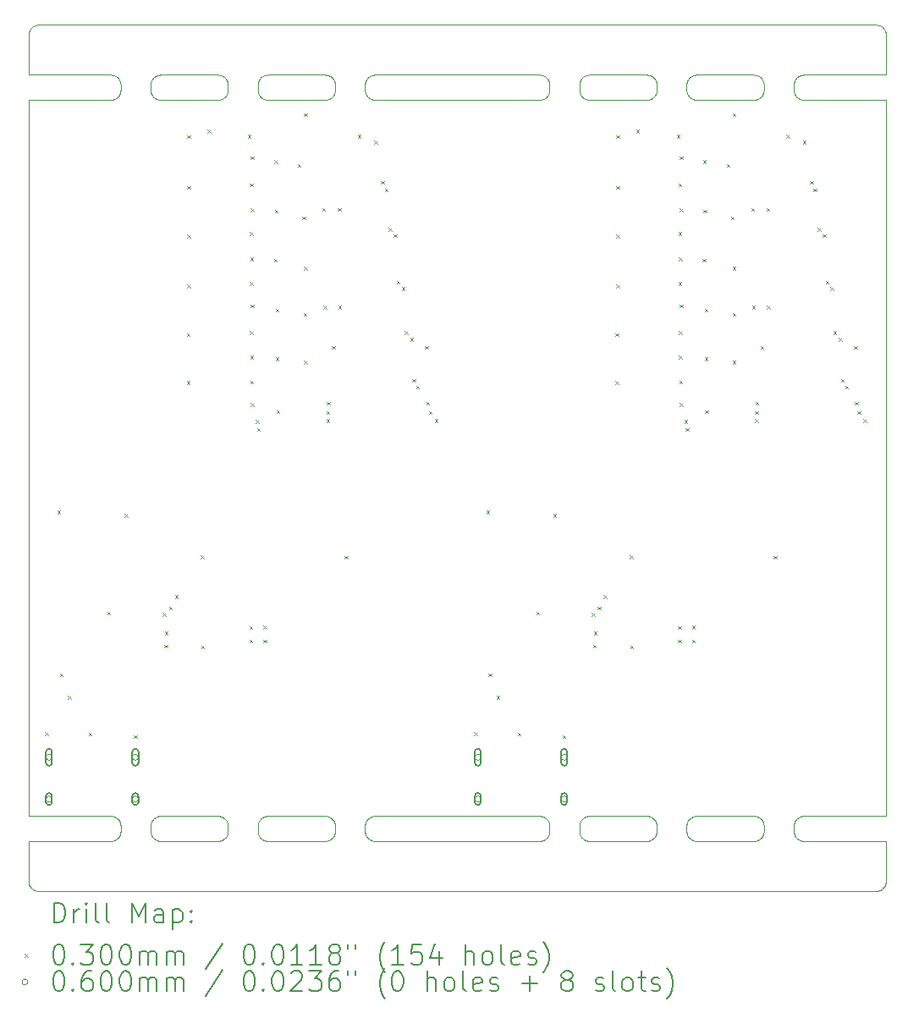
<source format=gbr>
%TF.GenerationSoftware,KiCad,Pcbnew,7.0.5*%
%TF.CreationDate,2023-07-03T18:15:34+02:00*%
%TF.ProjectId,motherboard_panel,6d6f7468-6572-4626-9f61-72645f70616e,rev?*%
%TF.SameCoordinates,Original*%
%TF.FileFunction,Drillmap*%
%TF.FilePolarity,Positive*%
%FSLAX45Y45*%
G04 Gerber Fmt 4.5, Leading zero omitted, Abs format (unit mm)*
G04 Created by KiCad (PCBNEW 7.0.5) date 2023-07-03 18:15:34*
%MOMM*%
%LPD*%
G01*
G04 APERTURE LIST*
%ADD10C,0.100000*%
%ADD11C,0.200000*%
%ADD12C,0.030000*%
%ADD13C,0.060000*%
G04 APERTURE END LIST*
D10*
X18239972Y-2536195D02*
X18243146Y-2532516D01*
X19139491Y-10574774D02*
X19139577Y-10573600D01*
X19139958Y-2750739D02*
X19139944Y-2750692D01*
X16152186Y-2748097D02*
X16147445Y-2747033D01*
X15768237Y-10094738D02*
X15766712Y-10099352D01*
X13930467Y-9989945D02*
X13931763Y-9985262D01*
X13533358Y-2500120D02*
X13538204Y-2500477D01*
X10560112Y-2750556D02*
X10560091Y-2750600D01*
X19139684Y-2750281D02*
X19139648Y-2750248D01*
X19122430Y-10621523D02*
X19123108Y-10620561D01*
X19048576Y-2000421D02*
X19041226Y-2000060D01*
X19049774Y-10664491D02*
X19049823Y-10664486D01*
X16161796Y-10164523D02*
X16156974Y-10163928D01*
X17913237Y-2570262D02*
X17914533Y-2574945D01*
X17145000Y-10014012D02*
X17145120Y-10009142D01*
X11830604Y-2514085D02*
X11834832Y-2511690D01*
X11434396Y-10150915D02*
X11430168Y-10153310D01*
X19132793Y-10602136D02*
X19132801Y-10602113D01*
X10590199Y-2028465D02*
X10590181Y-2028482D01*
X12518805Y-9937472D02*
X12522484Y-9940646D01*
X19138255Y-10583319D02*
X19138259Y-10583295D01*
X16124832Y-2738310D02*
X16120604Y-2735915D01*
X17145000Y-2599012D02*
X17145120Y-2594142D01*
X13927977Y-10075704D02*
X13927619Y-10070858D01*
X17164483Y-2540026D02*
X17167472Y-2536195D01*
X19139994Y-2499019D02*
X19140000Y-2498797D01*
X18243146Y-10132484D02*
X18239972Y-10128805D01*
X18221763Y-2570262D02*
X18223287Y-2565648D01*
X10572439Y-10613192D02*
X10576222Y-10619504D01*
X11852762Y-10160737D02*
X11848148Y-10159213D01*
X19139166Y-2750020D02*
X19139117Y-2750013D01*
X12903104Y-2514085D02*
X12907332Y-2511690D01*
X15697555Y-2502967D02*
X15702238Y-2504263D01*
X15715828Y-2740495D02*
X15711385Y-2742464D01*
X19058295Y-10663259D02*
X19058319Y-10663255D01*
X16142762Y-2745737D02*
X16138148Y-2744213D01*
X18316512Y-2500000D02*
X19138773Y-2500000D01*
X16801001Y-2516685D02*
X16804974Y-2519483D01*
X16129172Y-10155495D02*
X16124832Y-10153310D01*
X11416852Y-10159213D02*
X11412238Y-10160737D01*
X17215262Y-9919263D02*
X17219945Y-9917967D01*
X17146903Y-2670314D02*
X17146072Y-2665526D01*
X13993148Y-2505787D02*
X13997762Y-2504263D01*
X12898999Y-10148315D02*
X12895026Y-10145517D01*
X16129172Y-9924505D02*
X16133614Y-9922536D01*
X12895026Y-2519483D02*
X12898999Y-2516685D01*
X16843097Y-10085314D02*
X16842033Y-10090055D01*
X19139338Y-10576016D02*
X19139342Y-10575991D01*
X17869396Y-2735915D02*
X17865168Y-2738310D01*
X15678358Y-9915120D02*
X15683204Y-9915477D01*
X16843928Y-10080526D02*
X16843097Y-10085314D01*
X12547464Y-2561114D02*
X12549212Y-2565648D01*
X12860787Y-2565648D02*
X12862536Y-2561114D01*
X19048576Y-10664579D02*
X19048600Y-10664577D01*
X11425828Y-2509505D02*
X11430168Y-2511690D01*
X13928572Y-2584474D02*
X13929402Y-2579686D01*
X18246497Y-2721003D02*
X18243146Y-2717484D01*
X12554523Y-2660704D02*
X12553928Y-2665526D01*
X19049823Y-10664486D02*
X19050991Y-10664342D01*
X13997762Y-9919263D02*
X14002445Y-9917967D01*
X11446305Y-10142528D02*
X11442474Y-10145517D01*
X16835495Y-9971672D02*
X16837464Y-9976114D01*
X11871796Y-10164523D02*
X11866974Y-10163928D01*
X19139987Y-2499117D02*
X19139992Y-2499068D01*
X12855000Y-10065988D02*
X12855000Y-10014012D01*
X10560646Y-10165072D02*
X10560600Y-10165091D01*
X19110707Y-2029328D02*
X19110672Y-2029293D01*
X12518805Y-2727528D02*
X12514974Y-2730517D01*
X19139444Y-9914888D02*
X19139487Y-9914865D01*
X10613948Y-2011294D02*
X10612896Y-2011823D01*
X13547814Y-9916903D02*
X13552555Y-9917967D01*
X17201672Y-2509505D02*
X17206114Y-2507536D01*
X15755815Y-9958999D02*
X15758415Y-9963104D01*
X10564008Y-2072162D02*
X10562220Y-2079300D01*
X12855477Y-10004296D02*
X12856072Y-9999474D01*
X11453503Y-10136003D02*
X11449984Y-10139354D01*
X17917500Y-2599012D02*
X17917500Y-2650988D01*
X11839172Y-10155495D02*
X11834832Y-10153310D01*
X17917023Y-2660704D02*
X17916428Y-2665526D01*
X10560556Y-10165112D02*
X10560513Y-10165135D01*
X13627023Y-10004296D02*
X13627380Y-10009142D01*
X12555000Y-10065988D02*
X12554880Y-10070858D01*
X13953146Y-9947516D02*
X13956497Y-9943997D01*
X10561203Y-9915000D02*
X10561227Y-9915000D01*
X13930467Y-2675055D02*
X13929402Y-2670314D01*
X17206114Y-2507536D02*
X17210648Y-2505787D01*
X12540915Y-2701896D02*
X12538315Y-2706001D01*
X10571283Y-10611030D02*
X10571294Y-10611052D01*
X10560421Y-2091424D02*
X10560060Y-2098774D01*
X12874483Y-2709974D02*
X12871685Y-2706001D01*
X17149263Y-2679738D02*
X17147967Y-2675055D01*
X16792668Y-10153310D02*
X16788328Y-10155495D01*
X12874483Y-10124974D02*
X12871685Y-10121001D01*
X17915597Y-2670314D02*
X17914533Y-2675055D01*
X17185026Y-9934483D02*
X17188999Y-9931685D01*
X10567631Y-10603234D02*
X10567650Y-10603279D01*
X11388358Y-2500120D02*
X11393204Y-2500477D01*
X16804974Y-2519483D02*
X16808805Y-2522472D01*
X10571294Y-10611052D02*
X10571823Y-10612104D01*
X10560430Y-2750188D02*
X10560390Y-2750217D01*
X15678358Y-10164880D02*
X15673488Y-10165000D01*
X13997762Y-2504263D02*
X14002445Y-2502967D01*
X17828204Y-9915477D02*
X17833026Y-9916072D01*
X10560646Y-2499928D02*
X10560692Y-2499944D01*
X10564719Y-10595184D02*
X10567199Y-10602113D01*
X13949972Y-9951195D02*
X13953146Y-9947516D01*
X19139610Y-10165217D02*
X19139570Y-10165188D01*
X11474964Y-10103886D02*
X11472995Y-10108328D01*
X19140000Y-2498773D02*
X19140000Y-2101227D01*
X19128717Y-2053970D02*
X19128706Y-2053948D01*
X15768237Y-2570262D02*
X15769533Y-2574945D01*
X16825517Y-2540026D02*
X16828315Y-2543999D01*
X18265604Y-2514085D02*
X18269832Y-2511690D01*
X10613970Y-2011283D02*
X10613948Y-2011294D01*
X16161796Y-9915477D02*
X16166642Y-9915120D01*
X11792005Y-2693328D02*
X11790036Y-2688886D01*
X15678358Y-2500120D02*
X15683204Y-2500477D01*
X16094972Y-9951195D02*
X16098146Y-9947516D01*
X17869396Y-10150915D02*
X17865168Y-10153310D01*
X17903415Y-2548104D02*
X17905810Y-2552332D01*
X11866974Y-2748928D02*
X11862186Y-2748097D01*
X12880646Y-10132484D02*
X12877472Y-10128805D01*
X12553097Y-2579686D02*
X12553928Y-2584474D01*
X10622887Y-2007198D02*
X10622864Y-2007207D01*
X16828315Y-9958999D02*
X16830915Y-9963104D01*
X10560072Y-2750646D02*
X10560056Y-2750692D01*
X17173997Y-2528997D02*
X17177516Y-2525646D01*
X15772023Y-2589296D02*
X15772380Y-2594142D01*
X19049823Y-2000514D02*
X19049774Y-2000509D01*
X11398026Y-2501072D02*
X11402814Y-2501903D01*
X10560000Y-2101227D02*
X10560000Y-2498773D01*
X18265604Y-10150915D02*
X18261499Y-10148315D01*
X18306796Y-9915477D02*
X18311642Y-9915120D01*
X13591305Y-2727528D02*
X13587474Y-2730517D01*
X18220467Y-9989945D02*
X18221763Y-9985262D01*
X16166642Y-2749880D02*
X16161796Y-2749523D01*
X19041226Y-2000060D02*
X19041201Y-2000059D01*
X16105016Y-2525646D02*
X16108695Y-2522472D01*
X17188999Y-2733315D02*
X17185026Y-2730517D01*
X10630957Y-2004342D02*
X10629839Y-2004711D01*
X17239142Y-10164880D02*
X17234296Y-10164523D01*
X10564342Y-2070957D02*
X10564328Y-2071004D01*
X19139928Y-9914354D02*
X19139944Y-9914308D01*
X11822526Y-10145517D02*
X11818695Y-10142528D01*
X16839213Y-2684352D02*
X16837464Y-2688886D01*
X10560514Y-10574823D02*
X10560658Y-10575991D01*
X13528488Y-10165000D02*
X12954012Y-10165000D01*
X13939190Y-10112668D02*
X13937005Y-10108328D01*
X13625597Y-10085314D02*
X13624533Y-10090055D01*
X10567207Y-10602136D02*
X10567631Y-10603234D01*
X13613415Y-2701896D02*
X13610815Y-2706001D01*
X12869085Y-9963104D02*
X12871685Y-9958999D01*
X17188999Y-2516685D02*
X17193104Y-2514085D01*
X16792668Y-9926690D02*
X16796896Y-9929085D01*
X19139308Y-2499944D02*
X19139354Y-2499928D01*
X13579396Y-10150915D02*
X13575168Y-10153310D01*
X16124832Y-9926690D02*
X16129172Y-9924505D01*
X12925262Y-2504263D02*
X12929945Y-2502967D01*
X17224686Y-10163097D02*
X17219945Y-10162033D01*
X12929945Y-2502967D02*
X12934686Y-2501903D01*
X19139117Y-2499987D02*
X19139166Y-2499980D01*
X10640521Y-2001946D02*
X10640473Y-2001956D01*
X12545495Y-2693328D02*
X12543310Y-2697668D01*
X19128154Y-2052853D02*
X19127574Y-2051829D01*
X17842555Y-9917967D02*
X17847238Y-9919263D01*
X17159085Y-10116896D02*
X17156690Y-10112668D01*
X10564711Y-2069839D02*
X10564342Y-2070957D01*
X16074402Y-10085314D02*
X16073572Y-10080526D01*
X13931763Y-9985262D02*
X13933287Y-9980648D01*
X16835495Y-10108328D02*
X16833310Y-10112668D01*
X12883997Y-9943997D02*
X12887516Y-9940646D01*
X10560217Y-2499610D02*
X10560248Y-2499648D01*
X12874483Y-2540026D02*
X12877472Y-2536195D01*
X13557238Y-2745737D02*
X13552555Y-2747033D01*
X17229474Y-10163928D02*
X17224686Y-10163097D01*
X13937005Y-2693328D02*
X13935036Y-2688886D01*
X17898017Y-9955026D02*
X17900815Y-9958999D01*
X19094504Y-2016222D02*
X19088192Y-2012439D01*
X12547464Y-2688886D02*
X12545495Y-2693328D01*
X15770597Y-10085314D02*
X15769533Y-10090055D01*
X13528488Y-2500000D02*
X13528488Y-2500000D01*
X10620645Y-10656873D02*
X10621721Y-10657350D01*
X15732474Y-10145517D02*
X15728501Y-10148315D01*
X15764964Y-2561114D02*
X15766712Y-2565648D01*
X17913237Y-2679738D02*
X17911713Y-2684352D01*
X16072977Y-2660704D02*
X16072619Y-2655858D01*
X11407555Y-2502967D02*
X11412238Y-2504263D01*
X19139308Y-9914944D02*
X19139354Y-9914928D01*
X12511001Y-9931685D02*
X12514974Y-9934483D01*
X16082005Y-9971672D02*
X16084190Y-9967332D01*
X18227005Y-2556672D02*
X18229190Y-2552332D01*
X16842033Y-2574945D02*
X16843097Y-2579686D01*
X11843614Y-9922536D02*
X11848148Y-9920787D01*
X12903104Y-9929085D02*
X12907332Y-9926690D01*
X19139577Y-10573600D02*
X19139579Y-10573576D01*
X16072500Y-2650988D02*
X16072500Y-2599012D01*
X10621721Y-10657350D02*
X10621766Y-10657369D01*
X19102454Y-10643032D02*
X19102473Y-10643017D01*
X11478237Y-2679738D02*
X11476712Y-2684352D01*
X12949142Y-10164880D02*
X12944296Y-10164523D01*
X10603457Y-2017584D02*
X10597546Y-2021968D01*
X10560188Y-2750430D02*
X10560161Y-2750470D01*
X11479533Y-2574945D02*
X11480597Y-2579686D01*
X13547814Y-2501903D02*
X13552555Y-2502967D01*
X15771428Y-2665526D02*
X15770597Y-2670314D01*
X11478237Y-10094738D02*
X11476712Y-10099352D01*
X19139491Y-2090226D02*
X19139486Y-2090177D01*
X19104349Y-10641477D02*
X19109801Y-10636535D01*
X16804974Y-2730517D02*
X16801001Y-2733315D01*
X12920648Y-2744213D02*
X12916114Y-2742464D01*
X10560000Y-10166227D02*
X10560000Y-10563773D01*
X10658799Y-2000059D02*
X10658774Y-2000060D01*
X19139610Y-2499783D02*
X19139648Y-2499752D01*
X12455988Y-2500000D02*
X12455988Y-2500000D01*
X19070184Y-2004719D02*
X19070161Y-2004711D01*
X11822526Y-2519483D02*
X11826499Y-2516685D01*
X17837814Y-2501903D02*
X17842555Y-2502967D01*
X12535517Y-10124974D02*
X12532528Y-10128805D01*
X10648984Y-10664338D02*
X10649009Y-10664342D01*
X13946983Y-2709974D02*
X13944185Y-2706001D01*
X10571846Y-10612147D02*
X10572426Y-10613171D01*
X11453503Y-2528997D02*
X11456854Y-2532516D01*
X10568137Y-2060622D02*
X10568127Y-2060644D01*
X10560030Y-2499214D02*
X10560042Y-2499261D01*
X18274172Y-2509505D02*
X18278614Y-2507536D01*
X15724396Y-9929085D02*
X15728501Y-9931685D01*
X12489352Y-2744213D02*
X12484738Y-2745737D01*
X12898999Y-2733315D02*
X12895026Y-2730517D01*
X19139783Y-10165390D02*
X19139752Y-10165352D01*
X17185026Y-2730517D02*
X17181195Y-2727528D01*
X11482023Y-2589296D02*
X11482380Y-2594142D01*
X15736305Y-10142528D02*
X15732474Y-10145517D01*
X16075467Y-2675055D02*
X16074402Y-2670314D01*
X10621766Y-2007631D02*
X10621721Y-2007649D01*
X17898017Y-10124974D02*
X17895028Y-10128805D01*
X11786763Y-2679738D02*
X11785467Y-2675055D01*
X12550737Y-10094738D02*
X12549212Y-10099352D01*
X19139752Y-2499648D02*
X19139783Y-2499610D01*
X13561852Y-10159213D02*
X13557238Y-10160737D01*
X19139577Y-2091399D02*
X19139491Y-2090226D01*
X15771428Y-2584474D02*
X15772023Y-2589296D01*
X12484738Y-2745737D02*
X12480055Y-2747033D01*
X12898999Y-9931685D02*
X12903104Y-9929085D01*
X17201672Y-10155495D02*
X17197332Y-10153310D01*
X19139888Y-10165556D02*
X19139865Y-10165513D01*
X10560883Y-2750013D02*
X10560834Y-2750020D01*
X15711385Y-10157464D02*
X15706852Y-10159213D01*
X10560008Y-2499068D02*
X10560013Y-2499117D01*
X11481428Y-9999474D02*
X11482023Y-10004296D01*
X17150787Y-10099352D02*
X17149263Y-10094738D01*
X16105016Y-2724354D02*
X16101497Y-2721003D01*
X10560423Y-10573600D02*
X10560509Y-10574774D01*
X16074402Y-2579686D02*
X16075467Y-2574945D01*
X10560470Y-2750161D02*
X10560430Y-2750188D01*
X19138797Y-9915000D02*
X19139019Y-9914994D01*
X17219945Y-2747033D02*
X17215262Y-2745737D01*
X13993148Y-2744213D02*
X13988614Y-2742464D01*
X12880646Y-9947516D02*
X12883997Y-9943997D01*
X10561227Y-2750000D02*
X10561203Y-2750000D01*
X17193104Y-9929085D02*
X17197332Y-9926690D01*
X13933287Y-2684352D02*
X13931763Y-2679738D01*
X13615810Y-2697668D02*
X13613415Y-2701896D01*
X12891195Y-9937472D02*
X12895026Y-9934483D01*
X10564711Y-10595161D02*
X10564719Y-10595184D01*
X11799185Y-9958999D02*
X11801983Y-9955026D01*
X18297186Y-10163097D02*
X18292445Y-10162033D01*
X12954012Y-10165000D02*
X12949142Y-10164880D01*
X19059479Y-10663053D02*
X19059527Y-10663044D01*
X19135986Y-2072138D02*
X19135672Y-2071004D01*
X15755815Y-10121001D02*
X15753017Y-10124974D01*
X11876642Y-9915120D02*
X11881512Y-9915000D01*
X17229474Y-9916072D02*
X17234296Y-9915477D01*
X17206114Y-10157464D02*
X17201672Y-10155495D01*
X11383488Y-10165000D02*
X10561227Y-10165000D01*
X15766712Y-9980648D02*
X15768237Y-9985262D01*
X10572426Y-10613171D02*
X10572439Y-10613192D01*
X13557238Y-9919263D02*
X13561852Y-9920787D01*
X15688026Y-2501072D02*
X15692814Y-2501903D01*
X10560786Y-9914970D02*
X10560834Y-9914980D01*
X11393204Y-10164523D02*
X11388358Y-10164880D01*
X15771428Y-9999474D02*
X15772023Y-10004296D01*
X15758415Y-9963104D02*
X15760810Y-9967332D01*
X12547464Y-10103886D02*
X12545495Y-10108328D01*
X17219945Y-2502967D02*
X17224686Y-2501903D01*
X17224686Y-9916903D02*
X17229474Y-9916072D01*
X19139261Y-10165042D02*
X19139214Y-10165030D01*
X11830604Y-2735915D02*
X11826499Y-2733315D01*
X17161685Y-9958999D02*
X17164483Y-9955026D01*
X16171512Y-9915000D02*
X16745988Y-9915000D01*
X16108695Y-10142528D02*
X16105016Y-10139354D01*
X19139909Y-2499400D02*
X19139928Y-2499354D01*
X13988614Y-9922536D02*
X13993148Y-9920787D01*
X11871796Y-2749523D02*
X11866974Y-2748928D01*
X16804974Y-10145517D02*
X16801001Y-10148315D01*
X19069043Y-2004342D02*
X19068996Y-2004328D01*
X18221763Y-10094738D02*
X18220467Y-10090055D01*
X15736305Y-9937472D02*
X15739984Y-9940646D01*
X16750858Y-9915120D02*
X16755704Y-9915477D01*
X19139610Y-9914783D02*
X19139648Y-9914752D01*
X10560513Y-9914865D02*
X10560556Y-9914888D01*
X17167472Y-10128805D02*
X17164483Y-10124974D01*
X12555000Y-2650988D02*
X12554880Y-2655858D01*
X18257526Y-10145517D02*
X18253695Y-10142528D01*
X18217977Y-2660704D02*
X18217620Y-2655858D01*
X16116499Y-9931685D02*
X16120604Y-9929085D01*
X17152536Y-10103886D02*
X17150787Y-10099352D01*
X13621712Y-2565648D02*
X13623237Y-2570262D01*
X18239972Y-2713805D02*
X18236983Y-2709974D01*
X18261499Y-2516685D02*
X18265604Y-2514085D01*
X18250016Y-2724354D02*
X18246497Y-2721003D01*
X10560786Y-2750030D02*
X10560739Y-2750042D01*
X13621712Y-10099352D02*
X13619964Y-10103886D01*
X19139354Y-9914928D02*
X19139400Y-9914909D01*
X19138044Y-10584527D02*
X19138053Y-10584479D01*
X17917380Y-10009142D02*
X17917500Y-10014012D01*
X10649009Y-2000658D02*
X10648984Y-2000662D01*
X19135281Y-10595184D02*
X19135289Y-10595161D01*
X13608017Y-9955026D02*
X13610815Y-9958999D01*
X10571294Y-2053948D02*
X10571283Y-2053970D01*
X12502668Y-2511690D02*
X12506896Y-2514085D01*
X19110672Y-2029293D02*
X19109819Y-2028482D01*
X11474964Y-9976114D02*
X11476712Y-9980648D01*
X10560786Y-10165030D02*
X10560739Y-10165042D01*
X19104330Y-2023507D02*
X19103439Y-2022738D01*
X18225036Y-2688886D02*
X18223287Y-2684352D01*
X10603477Y-10647430D02*
X10604439Y-10648108D01*
X14007186Y-2501903D02*
X14011974Y-2501072D01*
X18287762Y-2504263D02*
X18292445Y-2502967D01*
X19123135Y-10620520D02*
X19123765Y-10619525D01*
X18292445Y-9917967D02*
X18297186Y-9916903D01*
X18223287Y-10099352D02*
X18221763Y-10094738D01*
X10560316Y-9914719D02*
X10560352Y-9914752D01*
X19139570Y-10165188D02*
X19139530Y-10165161D01*
X13971499Y-2516685D02*
X13975604Y-2514085D01*
X14007186Y-2748097D02*
X14002445Y-2747033D01*
X19095561Y-10648108D02*
X19096523Y-10647430D01*
X10560006Y-2750981D02*
X10560000Y-2751203D01*
X18287762Y-2745737D02*
X18283148Y-2744213D01*
X16156974Y-10163928D02*
X16152186Y-10163097D01*
X11463017Y-2540026D02*
X11465815Y-2543999D01*
X16833310Y-2552332D02*
X16835495Y-2556672D01*
X10576865Y-2044480D02*
X10576235Y-2045475D01*
X10583523Y-10629349D02*
X10588465Y-10634801D01*
X13928572Y-9999474D02*
X13929402Y-9994686D01*
X16080036Y-2561114D02*
X16082005Y-2556672D01*
X17170646Y-2717484D02*
X17167472Y-2713805D01*
X19139354Y-2750072D02*
X19139308Y-2750056D01*
X11398026Y-10163928D02*
X11393204Y-10164523D01*
X10567199Y-10602113D02*
X10567207Y-10602136D01*
X17842555Y-2747033D02*
X17837814Y-2748097D01*
X17224686Y-2501903D02*
X17229474Y-2501072D01*
X11453503Y-2721003D02*
X11449984Y-2724354D01*
X17239142Y-9915120D02*
X17244012Y-9915000D01*
X16843928Y-2584474D02*
X16844523Y-2589296D01*
X14016796Y-10164523D02*
X14011974Y-10163928D01*
X11866974Y-2501072D02*
X11871796Y-2500477D01*
X17164483Y-10124974D02*
X17161685Y-10121001D01*
X10658774Y-10664940D02*
X10658799Y-10664941D01*
X16783886Y-9922536D02*
X16788328Y-9924505D01*
X19095520Y-10648135D02*
X19095561Y-10648108D01*
X11383488Y-2750000D02*
X10561227Y-2750000D01*
X17167472Y-2713805D02*
X17164483Y-2709974D01*
X12856072Y-10080526D02*
X12855477Y-10075704D01*
X17149263Y-2570262D02*
X17150787Y-2565648D01*
X19139487Y-10165135D02*
X19139444Y-10165112D01*
X18297186Y-2748097D02*
X18292445Y-2747033D01*
X13608017Y-2540026D02*
X13610815Y-2543999D01*
X12543310Y-2552332D02*
X12545495Y-2556672D01*
X12554523Y-2589296D02*
X12554880Y-2594142D01*
X16091983Y-10124974D02*
X16089185Y-10121001D01*
X10560932Y-2499992D02*
X10560981Y-2499994D01*
X12895026Y-9934483D02*
X12898999Y-9931685D01*
X17891854Y-10132484D02*
X17888503Y-10136003D01*
X10560006Y-2499019D02*
X10560006Y-2499019D01*
X17146072Y-2584474D02*
X17146903Y-2579686D01*
X17161685Y-2543999D02*
X17164483Y-2540026D01*
X15715828Y-9924505D02*
X15720168Y-9926690D01*
X11434396Y-2514085D02*
X11438501Y-2516685D01*
X16073572Y-2584474D02*
X16074402Y-2579686D01*
X17170646Y-9947516D02*
X17173997Y-9943997D01*
X11782977Y-2589296D02*
X11783572Y-2584474D01*
X10576222Y-10619504D02*
X10576235Y-10619525D01*
X16105016Y-10139354D02*
X16101497Y-10136003D01*
X17244012Y-2750000D02*
X17239142Y-2749880D01*
X19139530Y-10165161D02*
X19139487Y-10165135D01*
X16819354Y-2532516D02*
X16822528Y-2536195D01*
X19038773Y-10665000D02*
X19038797Y-10665000D01*
X10650226Y-2000509D02*
X10650177Y-2000514D01*
X10649009Y-10664342D02*
X10650177Y-10664486D01*
X17914533Y-2574945D02*
X17915597Y-2579686D01*
X11430168Y-2738310D02*
X11425828Y-2740495D01*
X16142762Y-9919263D02*
X16147445Y-9917967D01*
X12552033Y-10090055D02*
X12550737Y-10094738D01*
X18292445Y-2747033D02*
X18287762Y-2745737D01*
X17147967Y-9989945D02*
X17149263Y-9985262D01*
X15770597Y-2670314D02*
X15769533Y-2675055D01*
X16783886Y-2742464D02*
X16779352Y-2744213D01*
X11449984Y-2724354D02*
X11446305Y-2727528D01*
X15706852Y-10159213D02*
X15702238Y-10160737D01*
X16171512Y-2500000D02*
X16745988Y-2500000D01*
X13587474Y-9934483D02*
X13591305Y-9937472D01*
X16819354Y-10132484D02*
X16816003Y-10136003D01*
X17881305Y-10142528D02*
X17877474Y-10145517D01*
X10564328Y-10593996D02*
X10564342Y-10594043D01*
X12855477Y-10075704D02*
X12855119Y-10070858D01*
X15746854Y-2717484D02*
X15743503Y-2721003D01*
X10560091Y-2499400D02*
X10560112Y-2499444D01*
X19096543Y-10647416D02*
X19102454Y-10643032D01*
X19139570Y-9914812D02*
X19139610Y-9914783D01*
X12493885Y-10157464D02*
X12489352Y-10159213D01*
X16760526Y-2748928D02*
X16755704Y-2749523D01*
X15715828Y-2509505D02*
X15720168Y-2511690D01*
X16755704Y-10164523D02*
X16750858Y-10164880D01*
X11822526Y-9934483D02*
X11826499Y-9931685D01*
X13928572Y-10080526D02*
X13927977Y-10075704D01*
X10560248Y-2750352D02*
X10560217Y-2750390D01*
X15772023Y-10075704D02*
X15771428Y-10080526D01*
X19079378Y-10656863D02*
X19086030Y-10653717D01*
X11826499Y-10148315D02*
X11822526Y-10145517D01*
X10650177Y-10664486D02*
X10650226Y-10664491D01*
X11421385Y-2507536D02*
X11425828Y-2509505D01*
X18217620Y-2594142D02*
X18217977Y-2589296D01*
X14026512Y-10165000D02*
X14021642Y-10164880D01*
X11482500Y-2650988D02*
X11482380Y-2655858D01*
X12859263Y-9985262D02*
X12860787Y-9980648D01*
X16745988Y-2500000D02*
X16745988Y-2500000D01*
X19139994Y-2750981D02*
X19139992Y-2750932D01*
X16086585Y-2701896D02*
X16084190Y-2697668D01*
X11442474Y-2730517D02*
X11438501Y-2733315D01*
X10560430Y-2499812D02*
X10560470Y-2499839D01*
X19135289Y-2069839D02*
X19135281Y-2069816D01*
X13613415Y-2548104D02*
X13615810Y-2552332D01*
X12549212Y-9980648D02*
X12550737Y-9985262D01*
X17847238Y-10160737D02*
X17842555Y-10162033D01*
X19118032Y-10627454D02*
X19122416Y-10621543D01*
X19116493Y-10629330D02*
X19117262Y-10628439D01*
X10560646Y-2750072D02*
X10560600Y-2750091D01*
X16844880Y-10009142D02*
X16845000Y-10014012D01*
X16112526Y-10145517D02*
X16108695Y-10142528D01*
X10589293Y-2029328D02*
X10588482Y-2030181D01*
X16828315Y-10121001D02*
X16825517Y-10124974D01*
X13627500Y-10014012D02*
X13627500Y-10065988D01*
X11815016Y-10139354D02*
X11811497Y-10136003D01*
X19086052Y-2011294D02*
X19086030Y-2011283D01*
X12877472Y-9951195D02*
X12880646Y-9947516D01*
X11852762Y-9919263D02*
X11857445Y-9917967D01*
X12489352Y-2505787D02*
X12493885Y-2507536D01*
X11782619Y-10070858D02*
X11782500Y-10065988D01*
X19139987Y-2750883D02*
X19139980Y-2750834D01*
X11796585Y-2548104D02*
X11799185Y-2543999D01*
X13975604Y-2514085D02*
X13979832Y-2511690D01*
X10561745Y-10583319D02*
X10561947Y-10584479D01*
X12883997Y-2721003D02*
X12880646Y-2717484D01*
X16779352Y-9920787D02*
X16783886Y-9922536D01*
X11811497Y-10136003D02*
X11808146Y-10132484D01*
X10560000Y-10166203D02*
X10560000Y-10166227D01*
X11796585Y-9963104D02*
X11799185Y-9958999D01*
X16171512Y-2750000D02*
X16166642Y-2749880D01*
X16089185Y-2706001D02*
X16086585Y-2701896D01*
X13583501Y-10148315D02*
X13579396Y-10150915D01*
X19139486Y-2090177D02*
X19139342Y-2089009D01*
X16783886Y-2507536D02*
X16788328Y-2509505D01*
X10581968Y-2037546D02*
X10577584Y-2043457D01*
X16845000Y-10014012D02*
X16845000Y-10065988D01*
X19139117Y-2750013D02*
X19139068Y-2750008D01*
X16833310Y-2697668D02*
X16830915Y-2701896D01*
X12855000Y-2599012D02*
X12855119Y-2594142D01*
X10560013Y-9914117D02*
X10560020Y-9914166D01*
X16808805Y-9937472D02*
X16812484Y-9940646D01*
X18283148Y-9920787D02*
X18287762Y-9919263D01*
X10560470Y-10165161D02*
X10560430Y-10165188D01*
X12489352Y-9920787D02*
X12493885Y-9922536D01*
X17877474Y-10145517D02*
X17873501Y-10148315D01*
X10560091Y-10165600D02*
X10560072Y-10165646D01*
X16094972Y-10128805D02*
X16091983Y-10124974D01*
X13971499Y-2733315D02*
X13967526Y-2730517D01*
X16161796Y-2749523D02*
X16156974Y-2748928D01*
X10560059Y-10566201D02*
X10560060Y-10566226D01*
X17234296Y-2500477D02*
X17239142Y-2500120D01*
X12891195Y-2522472D02*
X12895026Y-2519483D01*
X19139719Y-10165316D02*
X19139684Y-10165281D01*
X19139783Y-2499610D02*
X19139812Y-2499570D01*
X16828315Y-2706001D02*
X16825517Y-2709974D01*
X10560006Y-9914019D02*
X10560008Y-9914068D01*
X18217500Y-2599012D02*
X18217620Y-2594142D01*
X16745988Y-2750000D02*
X16171512Y-2750000D01*
X19041226Y-10664940D02*
X19048576Y-10664579D01*
X12529354Y-2532516D02*
X12532528Y-2536195D01*
X18301974Y-2501072D02*
X18306796Y-2500477D01*
X19139487Y-2750135D02*
X19139444Y-2750112D01*
X17145477Y-10004296D02*
X17146072Y-9999474D01*
X11430168Y-10153310D02*
X11425828Y-10155495D01*
X11430168Y-2511690D02*
X11434396Y-2514085D01*
X10611829Y-2012426D02*
X10611808Y-2012439D01*
X13617995Y-9971672D02*
X13619964Y-9976114D01*
X11790036Y-2688886D02*
X11788287Y-2684352D01*
X19088171Y-2012426D02*
X19087147Y-2011846D01*
X16098146Y-2717484D02*
X16094972Y-2713805D01*
X16760526Y-2501072D02*
X16765314Y-2501903D01*
X13997762Y-10160737D02*
X13993148Y-10159213D01*
X17881305Y-2522472D02*
X17884984Y-2525646D01*
X10560030Y-9914214D02*
X10560042Y-9914261D01*
X10560692Y-9914944D02*
X10560739Y-9914958D01*
X19139970Y-2750786D02*
X19139958Y-2750739D01*
X17150787Y-9980648D02*
X17152536Y-9976114D01*
X18243146Y-9947516D02*
X18246497Y-9943997D01*
X12887516Y-2724354D02*
X12883997Y-2721003D01*
X15766712Y-10099352D02*
X15764964Y-10103886D01*
X16138148Y-2744213D02*
X16133614Y-2742464D01*
X15683204Y-10164523D02*
X15678358Y-10164880D01*
X19128717Y-10611030D02*
X19131863Y-10604378D01*
X19070184Y-10660281D02*
X19077113Y-10657801D01*
X14011974Y-10163928D02*
X14007186Y-10163097D01*
X12855119Y-2655858D02*
X12855000Y-2650988D01*
X17147967Y-2574945D02*
X17149263Y-2570262D01*
X13939190Y-9967332D02*
X13941585Y-9963104D01*
X11412238Y-10160737D02*
X11407555Y-10162033D01*
X13570828Y-2740495D02*
X13566385Y-2742464D01*
X17869396Y-2514085D02*
X17873501Y-2516685D01*
X17873501Y-2733315D02*
X17869396Y-2735915D01*
X16108695Y-2522472D02*
X16112526Y-2519483D01*
X19139019Y-2499994D02*
X19139068Y-2499992D01*
X10605475Y-2016235D02*
X10604480Y-2016865D01*
X16833310Y-10112668D02*
X16830915Y-10116896D01*
X19088192Y-2012439D02*
X19088171Y-2012426D01*
X12871685Y-2543999D02*
X12874483Y-2540026D01*
X19079378Y-2008137D02*
X19079355Y-2008126D01*
X16808805Y-2522472D02*
X16812484Y-2525646D01*
X19127574Y-2051829D02*
X19127561Y-2051808D01*
X17903415Y-2701896D02*
X17900815Y-2706001D01*
X16770055Y-10162033D02*
X16765314Y-10163097D01*
X12859263Y-2679738D02*
X12857967Y-2675055D01*
X19139944Y-9914308D02*
X19139958Y-9914261D01*
X14026512Y-2750000D02*
X14021642Y-2749880D01*
X10560834Y-2499980D02*
X10560883Y-2499987D01*
X16076763Y-10094738D02*
X16075467Y-10090055D01*
X16825517Y-10124974D02*
X16822528Y-10128805D01*
X11785467Y-2675055D02*
X11784402Y-2670314D01*
X10564328Y-2071004D02*
X10564014Y-2072138D01*
X13627500Y-10065988D02*
X13627380Y-10070858D01*
X19123108Y-2044439D02*
X19122430Y-2043477D01*
X13608017Y-10124974D02*
X13605028Y-10128805D01*
X13591305Y-9937472D02*
X13594984Y-9940646D01*
X10583523Y-2035651D02*
X10583507Y-2035670D01*
X11468415Y-9963104D02*
X11470810Y-9967332D01*
X18311642Y-2749880D02*
X18306796Y-2749523D01*
X13598503Y-2721003D02*
X13594984Y-2724354D01*
X16094972Y-2536195D02*
X16098146Y-2532516D01*
X11434396Y-2735915D02*
X11430168Y-2738310D01*
X19132793Y-2062864D02*
X19132369Y-2061766D01*
X16774738Y-2504263D02*
X16779352Y-2505787D01*
X13627500Y-2599012D02*
X13627500Y-2650988D01*
X19135281Y-2069816D02*
X19132801Y-2062887D01*
X12874483Y-9955026D02*
X12877472Y-9951195D01*
X11815016Y-2724354D02*
X11811497Y-2721003D01*
X16166642Y-2500120D02*
X16171512Y-2500000D01*
X12540915Y-9963104D02*
X12543310Y-9967332D01*
X12545495Y-9971672D02*
X12547464Y-9976114D01*
X17909964Y-10103886D02*
X17907995Y-10108328D01*
X16078287Y-2684352D02*
X16076763Y-2679738D01*
X12944296Y-2749523D02*
X12939474Y-2748928D01*
X15772023Y-2660704D02*
X15771428Y-2665526D01*
X12944296Y-2500477D02*
X12949142Y-2500120D01*
X19079355Y-2008126D02*
X19078279Y-2007649D01*
X11393204Y-2749523D02*
X11388358Y-2749880D01*
X15739984Y-2724354D02*
X15736305Y-2727528D01*
X11839172Y-2740495D02*
X11834832Y-2738310D01*
X11476712Y-2565648D02*
X11478237Y-2570262D01*
X17234296Y-10164523D02*
X17229474Y-10163928D01*
X17907995Y-9971672D02*
X17909964Y-9976114D01*
X12954012Y-2500000D02*
X13528488Y-2500000D01*
X11782977Y-10004296D02*
X11783572Y-9999474D01*
X13625597Y-2670314D02*
X13624533Y-2675055D01*
X16138148Y-2505787D02*
X16142762Y-2504263D01*
X15762995Y-2693328D02*
X15760810Y-2697668D01*
X11786763Y-2570262D02*
X11788287Y-2565648D01*
X12944296Y-9915477D02*
X12949142Y-9915120D01*
X13566385Y-2742464D02*
X13561852Y-2744213D01*
X11482500Y-10014012D02*
X11482500Y-10065988D01*
X15764964Y-9976114D02*
X15766712Y-9980648D01*
X12857967Y-2574945D02*
X12859263Y-2570262D01*
X13929402Y-2670314D02*
X13928572Y-2665526D01*
X13979832Y-2511690D02*
X13984172Y-2509505D01*
X16116499Y-10148315D02*
X16112526Y-10145517D01*
X19139117Y-10165013D02*
X19139068Y-10165008D01*
X10560883Y-2499987D02*
X10560932Y-2499992D01*
X10576222Y-2045496D02*
X10572439Y-2051808D01*
X13601854Y-2532516D02*
X13605028Y-2536195D01*
X13557238Y-10160737D02*
X13552555Y-10162033D01*
X12916114Y-10157464D02*
X12911672Y-10155495D01*
X13979832Y-9926690D02*
X13984172Y-9924505D01*
X15706852Y-2505787D02*
X15711385Y-2507536D01*
X11808146Y-2717484D02*
X11804972Y-2713805D01*
X17177516Y-9940646D02*
X17181195Y-9937472D01*
X19139068Y-2750008D02*
X19139019Y-2750006D01*
X12532528Y-9951195D02*
X12535517Y-9955026D01*
X11871796Y-9915477D02*
X11876642Y-9915120D01*
X13587474Y-2519483D02*
X13591305Y-2522472D01*
X13927619Y-2655858D02*
X13927500Y-2650988D01*
X13547814Y-10163097D02*
X13543026Y-10163928D01*
X11474964Y-2561114D02*
X11476712Y-2565648D01*
X11442474Y-10145517D02*
X11438501Y-10148315D01*
X11482380Y-10070858D02*
X11482023Y-10075704D01*
X18218572Y-10080526D02*
X18217977Y-10075704D01*
X11848148Y-2744213D02*
X11843614Y-2742464D01*
X12891195Y-10142528D02*
X12887516Y-10139354D01*
X16760526Y-9916072D02*
X16765314Y-9916903D01*
X13975604Y-2735915D02*
X13971499Y-2733315D01*
X16837464Y-2561114D02*
X16839213Y-2565648D01*
X12939474Y-2501072D02*
X12944296Y-2500477D01*
X11472995Y-9971672D02*
X11474964Y-9976114D01*
X11446305Y-2727528D02*
X11442474Y-2730517D01*
X13566385Y-2507536D02*
X13570828Y-2509505D01*
X10612853Y-2011846D02*
X10611829Y-2012426D01*
X10630957Y-10660658D02*
X10631004Y-10660672D01*
X19060699Y-10662780D02*
X19067838Y-10660992D01*
X17900815Y-9958999D02*
X17903415Y-9963104D01*
X19139941Y-10566201D02*
X19140000Y-10563797D01*
X16105016Y-9940646D02*
X16108695Y-9937472D01*
X19077136Y-10657793D02*
X19078234Y-10657369D01*
X19132350Y-2061721D02*
X19131873Y-2060644D01*
X17911713Y-2565648D02*
X17913237Y-2570262D01*
X18221763Y-2679738D02*
X18220467Y-2675055D01*
X10560658Y-10575991D02*
X10560662Y-10576016D01*
X13566385Y-10157464D02*
X13561852Y-10159213D01*
X17888503Y-10136003D02*
X17884984Y-10139354D01*
X19135289Y-10595161D02*
X19135658Y-10594043D01*
X13953146Y-2717484D02*
X13949972Y-2713805D01*
X17909964Y-9976114D02*
X17911713Y-9980648D01*
X11790036Y-2561114D02*
X11792005Y-2556672D01*
X10560013Y-2499117D02*
X10560020Y-2499166D01*
X18239972Y-10128805D02*
X18236983Y-10124974D01*
X17911713Y-2684352D02*
X17909964Y-2688886D01*
X11383488Y-9915000D02*
X11388358Y-9915120D01*
X17895028Y-9951195D02*
X17898017Y-9955026D01*
X15758415Y-10116896D02*
X15755815Y-10121001D01*
X12455988Y-9915000D02*
X12455988Y-9915000D01*
X10560834Y-9914980D02*
X10560883Y-9914987D01*
X15743503Y-2528997D02*
X15746854Y-2532516D01*
X10560352Y-10165248D02*
X10560316Y-10165281D01*
X12522484Y-9940646D02*
X12526003Y-9943997D01*
X19139570Y-2499812D02*
X19139610Y-2499783D01*
X13941585Y-9963104D02*
X13944185Y-9958999D01*
X10571846Y-2052853D02*
X10571823Y-2052896D01*
X13552555Y-2747033D02*
X13547814Y-2748097D01*
X10597527Y-10643017D02*
X10597546Y-10643032D01*
X11383488Y-2500000D02*
X11388358Y-2500120D01*
X17150787Y-2684352D02*
X17149263Y-2679738D01*
X12857967Y-10090055D02*
X12856902Y-10085314D01*
X19139487Y-2499865D02*
X19139530Y-2499839D01*
X13594984Y-2525646D02*
X13598503Y-2528997D01*
X11388358Y-9915120D02*
X11393204Y-9915477D01*
X12880646Y-2717484D02*
X12877472Y-2713805D01*
X15702238Y-2504263D02*
X15706852Y-2505787D01*
X11785467Y-9989945D02*
X11786763Y-9985262D01*
X19132350Y-10603279D02*
X19132369Y-10603234D01*
X12887516Y-2525646D02*
X12891195Y-2522472D01*
X13547814Y-2748097D02*
X13543026Y-2748928D01*
X19132369Y-2061766D02*
X19132350Y-2061721D01*
X10560390Y-2750217D02*
X10560352Y-2750248D01*
X16835495Y-2556672D02*
X16837464Y-2561114D01*
X12862536Y-9976114D02*
X12864505Y-9971672D01*
X17903415Y-10116896D02*
X17900815Y-10121001D01*
X17159085Y-2701896D02*
X17156690Y-2697668D01*
X18311642Y-10164880D02*
X18306796Y-10164523D01*
X17146903Y-9994686D02*
X17147967Y-9989945D01*
X10564719Y-2069816D02*
X10564711Y-2069839D01*
X15746854Y-9947516D02*
X15750028Y-9951195D01*
X17907995Y-10108328D02*
X17905810Y-10112668D01*
X16084190Y-2552332D02*
X16086585Y-2548104D01*
X14021642Y-2749880D02*
X14016796Y-2749523D01*
X11822526Y-2730517D02*
X11818695Y-2727528D01*
X19139400Y-2750091D02*
X19139354Y-2750072D01*
X11783572Y-2665526D02*
X11782977Y-2660704D01*
X19110707Y-10635672D02*
X19111518Y-10634819D01*
X10560008Y-9914068D02*
X10560013Y-9914117D01*
X17818488Y-2500000D02*
X17818488Y-2500000D01*
X10589293Y-10635672D02*
X10589328Y-10635707D01*
X10561956Y-2080473D02*
X10561947Y-2080521D01*
X10639324Y-10662786D02*
X10640473Y-10663044D01*
X11434396Y-9929085D02*
X11438501Y-9931685D01*
X13624533Y-2574945D02*
X13625597Y-2579686D01*
X13933287Y-9980648D02*
X13935036Y-9976114D01*
X19116493Y-2035670D02*
X19116477Y-2035651D01*
X19139888Y-9914444D02*
X19139909Y-9914400D01*
X11479533Y-9989945D02*
X11480597Y-9994686D01*
X15688026Y-9916072D02*
X15692814Y-9916903D01*
X11468415Y-2701896D02*
X11465815Y-2706001D01*
X19127574Y-10613171D02*
X19128154Y-10612147D01*
X19102454Y-2021968D02*
X19096543Y-2017584D01*
X16835495Y-2693328D02*
X16833310Y-2697668D01*
X18297186Y-9916903D02*
X18301974Y-9916072D01*
X11788287Y-10099352D02*
X11786763Y-10094738D01*
X19139214Y-2499970D02*
X19139261Y-2499958D01*
X12526003Y-2528997D02*
X12529354Y-2532516D01*
X17193104Y-2514085D02*
X17197332Y-2511690D01*
X18225036Y-10103886D02*
X18223287Y-10099352D01*
X17828204Y-2749523D02*
X17823358Y-2749880D01*
X15692814Y-2501903D02*
X15697555Y-2502967D01*
X19139888Y-2499444D02*
X19139909Y-2499400D01*
X19138773Y-2500000D02*
X19138797Y-2500000D01*
X12856902Y-9994686D02*
X12857967Y-9989945D01*
X11783572Y-10080526D02*
X11782977Y-10075704D01*
X19131863Y-2060622D02*
X19128717Y-2053970D01*
X13623237Y-2679738D02*
X13621712Y-2684352D01*
X12553928Y-2584474D02*
X12554523Y-2589296D01*
X19058319Y-10663255D02*
X19059479Y-10663053D01*
X12511001Y-2516685D02*
X12514974Y-2519483D01*
X10560834Y-2750020D02*
X10560786Y-2750030D01*
X15769533Y-2574945D02*
X15770597Y-2579686D01*
X17146072Y-10080526D02*
X17145477Y-10075704D01*
X19128154Y-10612147D02*
X19128177Y-10612104D01*
X19139530Y-2499839D02*
X19139570Y-2499812D01*
X12939474Y-2748928D02*
X12934686Y-2748097D01*
X17823358Y-2500120D02*
X17828204Y-2500477D01*
X11834832Y-2738310D02*
X11830604Y-2735915D01*
X11481428Y-10080526D02*
X11480597Y-10085314D01*
X15770597Y-2579686D02*
X15771428Y-2584474D01*
X12883997Y-10136003D02*
X12880646Y-10132484D01*
X19078234Y-10657369D02*
X19078279Y-10657350D01*
X10640521Y-10663053D02*
X10641681Y-10663255D01*
X12550737Y-9985262D02*
X12552033Y-9989945D01*
X11786763Y-10094738D02*
X11785467Y-10090055D01*
X12480055Y-10162033D02*
X12475314Y-10163097D01*
X10595651Y-10641477D02*
X10595670Y-10641493D01*
X16788328Y-2509505D02*
X16792668Y-2511690D01*
X19132801Y-2062887D02*
X19132793Y-2062864D01*
X10576235Y-2045475D02*
X10576222Y-2045496D01*
X11421385Y-2742464D02*
X11416852Y-2744213D01*
X15760810Y-2697668D02*
X15758415Y-2701896D01*
X10603457Y-10647416D02*
X10603477Y-10647430D01*
X13533358Y-2749880D02*
X13528488Y-2750000D01*
X10612853Y-10653154D02*
X10612896Y-10653177D01*
X13561852Y-2505787D02*
X13566385Y-2507536D01*
X11412238Y-9919263D02*
X11416852Y-9920787D01*
X16801001Y-10148315D02*
X16796896Y-10150915D01*
X10560470Y-9914839D02*
X10560513Y-9914865D01*
X16072977Y-2589296D02*
X16073572Y-2584474D01*
X13927619Y-2594142D02*
X13927977Y-2589296D01*
X11782500Y-10065988D02*
X11782500Y-10014012D01*
X11848148Y-9920787D02*
X11852762Y-9919263D01*
X17185026Y-10145517D02*
X17181195Y-10142528D01*
X17181195Y-10142528D02*
X17177516Y-10139354D01*
X12470526Y-2501072D02*
X12475314Y-2501903D01*
X11866974Y-10163928D02*
X11862186Y-10163097D01*
X10568127Y-10604355D02*
X10568137Y-10604378D01*
X13949972Y-2713805D02*
X13946983Y-2709974D01*
X11476712Y-10099352D02*
X11474964Y-10103886D01*
X19139941Y-2098799D02*
X19139940Y-2098774D01*
X10611829Y-10652574D02*
X10612853Y-10653154D01*
X16129172Y-2509505D02*
X16133614Y-2507536D01*
X18234185Y-10121001D02*
X18231585Y-10116896D01*
X19139214Y-10165030D02*
X19139166Y-10165020D01*
X10581983Y-2037527D02*
X10581968Y-2037546D01*
X12506896Y-10150915D02*
X12502668Y-10153310D01*
X17145000Y-10065988D02*
X17145000Y-10014012D01*
X10658799Y-10664941D02*
X10661203Y-10665000D01*
X16844880Y-2655858D02*
X16844523Y-2660704D01*
X19139994Y-10165981D02*
X19139992Y-10165932D01*
X11480597Y-2670314D02*
X11479533Y-2675055D01*
X17177516Y-2724354D02*
X17173997Y-2721003D01*
X12514974Y-9934483D02*
X12518805Y-9937472D01*
X11456854Y-2717484D02*
X11453503Y-2721003D01*
X18218572Y-9999474D02*
X18219403Y-9994686D01*
X12543310Y-10112668D02*
X12540915Y-10116896D01*
X17833026Y-2501072D02*
X17837814Y-2501903D01*
X19123765Y-2045475D02*
X19123135Y-2044480D01*
X12470526Y-9916072D02*
X12475314Y-9916903D01*
X10560000Y-10563773D02*
X10560000Y-10563797D01*
X18220467Y-10090055D02*
X18219403Y-10085314D01*
X17917500Y-10014012D02*
X17917500Y-10065988D01*
X12859263Y-10094738D02*
X12857967Y-10090055D01*
X16812484Y-2525646D02*
X16816003Y-2528997D01*
X19139980Y-2750834D02*
X19139970Y-2750786D01*
X19070161Y-10660289D02*
X19070184Y-10660281D01*
X10560248Y-9914648D02*
X10560281Y-9914684D01*
X18246497Y-10136003D02*
X18243146Y-10132484D01*
X13937005Y-2556672D02*
X13939190Y-2552332D01*
X13949972Y-2536195D02*
X13953146Y-2532516D01*
X19140000Y-10166227D02*
X19140000Y-10166203D01*
X10604439Y-2016892D02*
X10603477Y-2017570D01*
X12903104Y-10150915D02*
X12898999Y-10148315D01*
X12532528Y-2713805D02*
X12529354Y-2717484D01*
X18246497Y-2528997D02*
X18250016Y-2525646D01*
X11442474Y-2519483D02*
X11446305Y-2522472D01*
X11482500Y-10065988D02*
X11482380Y-10070858D01*
X16837464Y-9976114D02*
X16839213Y-9980648D01*
X17900815Y-2543999D02*
X17903415Y-2548104D01*
X19104349Y-2023523D02*
X19104330Y-2023507D01*
X19094525Y-2016235D02*
X19094504Y-2016222D01*
X16076763Y-9985262D02*
X16078287Y-9980648D01*
X12554880Y-2594142D02*
X12555000Y-2599012D01*
X17860828Y-10155495D02*
X17856386Y-10157464D01*
X19041201Y-2000059D02*
X19038797Y-2000000D01*
X15697555Y-2747033D02*
X15692814Y-2748097D01*
X19102473Y-2021983D02*
X19102454Y-2021968D01*
X10577570Y-10621523D02*
X10577584Y-10621543D01*
X11801983Y-9955026D02*
X11804972Y-9951195D01*
X10629839Y-10660289D02*
X10630957Y-10660658D01*
X11862186Y-9916903D02*
X11866974Y-9916072D01*
X19139783Y-9914610D02*
X19139812Y-9914570D01*
X18221763Y-9985262D02*
X18223287Y-9980648D01*
X17903415Y-9963104D02*
X17905810Y-9967332D01*
X13566385Y-9922536D02*
X13570828Y-9924505D01*
X12954012Y-9915000D02*
X13528488Y-9915000D01*
X19109819Y-2028482D02*
X19109801Y-2028465D01*
X19103439Y-10642262D02*
X19104330Y-10641493D01*
X19139839Y-9914530D02*
X19139865Y-9914487D01*
X11788287Y-9980648D02*
X11790036Y-9976114D01*
X18246497Y-9943997D02*
X18250016Y-9940646D01*
X12883997Y-2528997D02*
X12887516Y-2525646D01*
X13583501Y-9931685D02*
X13587474Y-9934483D01*
X17152536Y-2561114D02*
X17154505Y-2556672D01*
X10560042Y-9914261D02*
X10560056Y-9914308D01*
X10561203Y-10165000D02*
X10560981Y-10165006D01*
X10560042Y-10165739D02*
X10560030Y-10165786D01*
X12543310Y-9967332D02*
X12545495Y-9971672D01*
X11826499Y-2516685D02*
X11830604Y-2514085D01*
X11465815Y-9958999D02*
X11468415Y-9963104D01*
X10560056Y-2750692D02*
X10560042Y-2750739D01*
X12862536Y-2561114D02*
X12864505Y-2556672D01*
X11398026Y-9916072D02*
X11402814Y-9916903D01*
X11412238Y-2745737D02*
X11407555Y-2747033D01*
X12929945Y-2747033D02*
X12925262Y-2745737D01*
X17891854Y-9947516D02*
X17895028Y-9951195D01*
X19139992Y-10165932D02*
X19139987Y-10165883D01*
X10560060Y-2098774D02*
X10560059Y-2098799D01*
X17837814Y-9916903D02*
X17842555Y-9917967D01*
X10629839Y-2004711D02*
X10629816Y-2004719D01*
X10560091Y-2750600D02*
X10560072Y-2750646D01*
X17851852Y-10159213D02*
X17847238Y-10160737D01*
X11785467Y-2574945D02*
X11786763Y-2570262D01*
X17145120Y-10070858D02*
X17145000Y-10065988D01*
X10622864Y-2007207D02*
X10621766Y-2007631D01*
X10564342Y-10594043D02*
X10564711Y-10595161D01*
X17197332Y-2738310D02*
X17193104Y-2735915D01*
X18243146Y-2717484D02*
X18239972Y-2713805D01*
X13937005Y-10108328D02*
X13935036Y-10103886D01*
X11476712Y-2684352D02*
X11474964Y-2688886D01*
X10564008Y-10592838D02*
X10564014Y-10592862D01*
X11470810Y-2552332D02*
X11472995Y-2556672D01*
X12866690Y-9967332D02*
X12869085Y-9963104D01*
X18229190Y-2552332D02*
X18231585Y-2548104D01*
X10561947Y-10584479D02*
X10561956Y-10584527D01*
X19138259Y-2081705D02*
X19138255Y-2081681D01*
X10560556Y-2750112D02*
X10560513Y-2750135D01*
X10597546Y-10643032D02*
X10603457Y-10647416D01*
X12538315Y-9958999D02*
X12540915Y-9963104D01*
X11407555Y-9917967D02*
X11412238Y-9919263D01*
X19118017Y-10627473D02*
X19118032Y-10627454D01*
X11818695Y-2727528D02*
X11815016Y-2724354D01*
X18292445Y-10162033D02*
X18287762Y-10160737D01*
X13956497Y-2721003D02*
X13953146Y-2717484D01*
X14011974Y-9916072D02*
X14016796Y-9915477D01*
X19138053Y-10584479D02*
X19138255Y-10583319D01*
X19058295Y-2001741D02*
X19051016Y-2000662D01*
X10560112Y-9914444D02*
X10560135Y-9914487D01*
X19139068Y-9914992D02*
X19139117Y-9914987D01*
X13583501Y-2733315D02*
X13579396Y-2735915D01*
X10605475Y-10648765D02*
X10605496Y-10648778D01*
X16822528Y-9951195D02*
X16825517Y-9955026D01*
X13960016Y-10139354D02*
X13956497Y-10136003D01*
X17909964Y-2561114D02*
X17911713Y-2565648D01*
X15766712Y-2565648D02*
X15768237Y-2570262D01*
X12554880Y-10009142D02*
X12555000Y-10014012D01*
X10560281Y-9914684D02*
X10560316Y-9914719D01*
X16843097Y-9994686D02*
X16843928Y-9999474D01*
X12907332Y-2511690D02*
X12911672Y-2509505D01*
X10571823Y-2052896D02*
X10571294Y-2053948D01*
X12460858Y-9915120D02*
X12465704Y-9915477D01*
X16138148Y-10159213D02*
X16133614Y-10157464D01*
X10611808Y-2012439D02*
X10605496Y-2016222D01*
X12929945Y-10162033D02*
X12925262Y-10160737D01*
X15762995Y-9971672D02*
X15764964Y-9976114D01*
X19122416Y-2043457D02*
X19118032Y-2037546D01*
X18218572Y-2665526D02*
X18217977Y-2660704D01*
X12554523Y-10004296D02*
X12554880Y-10009142D01*
X16816003Y-10136003D02*
X16812484Y-10139354D01*
X19123765Y-10619525D02*
X19123778Y-10619504D01*
X12506896Y-9929085D02*
X12511001Y-9931685D01*
X16073572Y-10080526D02*
X16072977Y-10075704D01*
X11416852Y-9920787D02*
X11421385Y-9922536D01*
X10567207Y-2062864D02*
X10567199Y-2062887D01*
X19138044Y-2080473D02*
X19137786Y-2079324D01*
X18223287Y-9980648D02*
X18225036Y-9976114D01*
X12511001Y-2733315D02*
X12506896Y-2735915D01*
X16844880Y-2594142D02*
X16845000Y-2599012D01*
X19139909Y-10165600D02*
X19139888Y-10165556D01*
X12535517Y-9955026D02*
X12538315Y-9958999D01*
X16830915Y-9963104D02*
X16833310Y-9967332D01*
X13613415Y-10116896D02*
X13610815Y-10121001D01*
X10560059Y-2098799D02*
X10560000Y-2101203D01*
X19038773Y-2000000D02*
X10661227Y-2000000D01*
X10560981Y-2750006D02*
X10560932Y-2750008D01*
X19122416Y-10621543D02*
X19122430Y-10621523D01*
X11830604Y-10150915D02*
X11826499Y-10148315D01*
X15760810Y-9967332D02*
X15762995Y-9971672D01*
X10605496Y-2016222D02*
X10605475Y-2016235D01*
X15772380Y-10070858D02*
X15772023Y-10075704D01*
X12949142Y-9915120D02*
X12954012Y-9915000D01*
X19122430Y-2043477D02*
X19122416Y-2043457D01*
X13944185Y-9958999D02*
X13946983Y-9955026D01*
X17913237Y-10094738D02*
X17911713Y-10099352D01*
X19139684Y-10165281D02*
X19139648Y-10165248D01*
X16788328Y-10155495D02*
X16783886Y-10157464D01*
X17818488Y-2500000D02*
X17823358Y-2500120D01*
X12547464Y-9976114D02*
X12549212Y-9980648D01*
X12475314Y-2501903D02*
X12480055Y-2502967D01*
X19139019Y-2750006D02*
X19138797Y-2750000D01*
X11438501Y-2733315D02*
X11434396Y-2735915D01*
X16822528Y-10128805D02*
X16819354Y-10132484D01*
X10560006Y-2499019D02*
X10560008Y-2499068D01*
X16074402Y-9994686D02*
X16075467Y-9989945D01*
X14002445Y-2747033D02*
X13997762Y-2745737D01*
X18257526Y-9934483D02*
X18261499Y-9931685D01*
X16147445Y-9917967D02*
X16152186Y-9916903D01*
X12895026Y-2730517D02*
X12891195Y-2727528D01*
X17837814Y-2748097D02*
X17833026Y-2748928D01*
X19041201Y-10664941D02*
X19041226Y-10664940D01*
X11472995Y-10108328D02*
X11470810Y-10112668D01*
X12554880Y-10070858D02*
X12554523Y-10075704D01*
X17215262Y-10160737D02*
X17210648Y-10159213D01*
X19138797Y-2750000D02*
X19138773Y-2750000D01*
X19138053Y-2080521D02*
X19138044Y-2080473D01*
X17916428Y-2665526D02*
X17915597Y-2670314D01*
X13944185Y-2706001D02*
X13941585Y-2701896D01*
X11472995Y-2693328D02*
X11470810Y-2697668D01*
X16770055Y-2502967D02*
X16774738Y-2504263D01*
X13543026Y-9916072D02*
X13547814Y-9916903D01*
X16842033Y-10090055D02*
X16840737Y-10094738D01*
X12954012Y-2750000D02*
X12949142Y-2749880D01*
X10561203Y-2750000D02*
X10560981Y-2750006D01*
X10560281Y-2499684D02*
X10560316Y-2499719D01*
X11465815Y-2543999D02*
X11468415Y-2548104D01*
X11449984Y-10139354D02*
X11446305Y-10142528D01*
X13993148Y-9920787D02*
X13997762Y-9919263D01*
X16801001Y-2733315D02*
X16796896Y-2735915D01*
X11811497Y-9943997D02*
X11815016Y-9940646D01*
X19139944Y-10165692D02*
X19139928Y-10165646D01*
X17915597Y-10085314D02*
X17914533Y-10090055D01*
X19139752Y-10165352D02*
X19139719Y-10165316D01*
X11834832Y-9926690D02*
X11839172Y-9924505D01*
X17244012Y-2500000D02*
X17818488Y-2500000D01*
X10620622Y-2008137D02*
X10613970Y-2011283D01*
X10560739Y-2499958D02*
X10560786Y-2499970D01*
X11818695Y-9937472D02*
X11822526Y-9934483D01*
X11881512Y-2500000D02*
X12455988Y-2500000D01*
X17177516Y-2525646D02*
X17181195Y-2522472D01*
X18220467Y-2675055D02*
X18219403Y-2670314D01*
X13988614Y-10157464D02*
X13984172Y-10155495D01*
X12907332Y-9926690D02*
X12911672Y-9924505D01*
X12869085Y-10116896D02*
X12866690Y-10112668D01*
X17865168Y-10153310D02*
X17860828Y-10155495D01*
X17881305Y-9937472D02*
X17884984Y-9940646D01*
X13533358Y-10164880D02*
X13528488Y-10165000D01*
X16156974Y-2748928D02*
X16152186Y-2748097D01*
X11482023Y-10075704D02*
X11481428Y-10080526D01*
X10560217Y-9914610D02*
X10560248Y-9914648D01*
X10560056Y-9914308D02*
X10560072Y-9914354D01*
X13579396Y-9929085D02*
X13583501Y-9931685D01*
X10560662Y-10576016D02*
X10561741Y-10583295D01*
X17150787Y-2565648D02*
X17152536Y-2561114D01*
X16812484Y-9940646D02*
X16816003Y-9943997D01*
X11788287Y-2684352D02*
X11786763Y-2679738D01*
X12949142Y-2749880D02*
X12944296Y-2749523D01*
X16774738Y-2745737D02*
X16770055Y-2747033D01*
X17898017Y-2709974D02*
X17895028Y-2713805D01*
X19140000Y-10563797D02*
X19140000Y-10563773D01*
X17917500Y-2650988D02*
X17917380Y-2655858D01*
X13610815Y-2543999D02*
X13613415Y-2548104D01*
X13927977Y-2660704D02*
X13927619Y-2655858D01*
X15766712Y-2684352D02*
X15764964Y-2688886D01*
X19139958Y-10165739D02*
X19139944Y-10165692D01*
X11794190Y-9967332D02*
X11796585Y-9963104D01*
X19059527Y-10663044D02*
X19060676Y-10662786D01*
X18217500Y-2650988D02*
X18217500Y-2599012D01*
X12859263Y-2570262D02*
X12860787Y-2565648D01*
X19139940Y-10566226D02*
X19139941Y-10566201D01*
X13615810Y-9967332D02*
X13617995Y-9971672D01*
X18231585Y-2701896D02*
X18229190Y-2697668D01*
X12553097Y-2670314D02*
X12552033Y-2675055D01*
X12465704Y-10164523D02*
X12460858Y-10164880D01*
X10560786Y-2499970D02*
X10560834Y-2499980D01*
X12866690Y-2697668D02*
X12864505Y-2693328D01*
X11412238Y-2504263D02*
X11416852Y-2505787D01*
X15769533Y-2675055D02*
X15768237Y-2679738D01*
X12898999Y-2516685D02*
X12903104Y-2514085D01*
X17837814Y-10163097D02*
X17833026Y-10163928D01*
X17181195Y-2522472D02*
X17185026Y-2519483D01*
X19139338Y-2088984D02*
X19138259Y-2081705D01*
X11843614Y-2742464D02*
X11839172Y-2740495D01*
X19139579Y-2091424D02*
X19139577Y-2091399D01*
X10560600Y-2499909D02*
X10560646Y-2499928D01*
X12543310Y-2697668D02*
X12540915Y-2701896D01*
X11794190Y-2697668D02*
X11792005Y-2693328D01*
X13967526Y-10145517D02*
X13963695Y-10142528D01*
X12934686Y-10163097D02*
X12929945Y-10162033D01*
X15750028Y-2536195D02*
X15753017Y-2540026D01*
X19060699Y-2002220D02*
X19060676Y-2002214D01*
X15702238Y-2745737D02*
X15697555Y-2747033D01*
X12514974Y-10145517D02*
X12511001Y-10148315D01*
X17159085Y-9963104D02*
X17161685Y-9958999D01*
X16120604Y-9929085D02*
X16124832Y-9926690D01*
X11482380Y-2594142D02*
X11482500Y-2599012D01*
X15711385Y-2507536D02*
X15715828Y-2509505D01*
X12856072Y-2584474D02*
X12856902Y-2579686D01*
X15673488Y-10165000D02*
X14026512Y-10165000D01*
X17239142Y-2749880D02*
X17234296Y-2749523D01*
X18236983Y-2540026D02*
X18239972Y-2536195D01*
X10629816Y-10660281D02*
X10629839Y-10660289D01*
X17156690Y-2552332D02*
X17159085Y-2548104D01*
X13619964Y-9976114D02*
X13621712Y-9980648D01*
X16828315Y-2543999D02*
X16830915Y-2548104D01*
X10560509Y-2090226D02*
X10560423Y-2091399D01*
X13543026Y-10163928D02*
X13538204Y-10164523D01*
X16816003Y-9943997D02*
X16819354Y-9947516D01*
X11416852Y-2505787D02*
X11421385Y-2507536D01*
X12862536Y-2688886D02*
X12860787Y-2684352D01*
X19139166Y-2499980D02*
X19139214Y-2499970D01*
X13944185Y-2543999D02*
X13946983Y-2540026D01*
X12949142Y-2500120D02*
X12954012Y-2500000D01*
X11804972Y-2713805D02*
X11801983Y-2709974D01*
X11470810Y-2697668D02*
X11468415Y-2701896D01*
X11421385Y-10157464D02*
X11416852Y-10159213D01*
X16120604Y-10150915D02*
X16116499Y-10148315D01*
X10560188Y-9914570D02*
X10560217Y-9914610D01*
X15724396Y-2514085D02*
X15728501Y-2516685D01*
X19139980Y-2499166D02*
X19139987Y-2499117D01*
X10560000Y-2751227D02*
X10560000Y-9913773D01*
X16843928Y-9999474D02*
X16844523Y-10004296D01*
X10640473Y-2001956D02*
X10639324Y-2002214D01*
X17161685Y-2706001D02*
X17159085Y-2701896D01*
X16845000Y-10065988D02*
X16844880Y-10070858D01*
X10582707Y-10628401D02*
X10582738Y-10628439D01*
X12511001Y-10148315D02*
X12506896Y-10150915D01*
X12855477Y-2660704D02*
X12855119Y-2655858D01*
X11442474Y-9934483D02*
X11446305Y-9937472D01*
X13575168Y-10153310D02*
X13570828Y-10155495D01*
X16750858Y-2749880D02*
X16745988Y-2750000D01*
X12877472Y-2536195D02*
X12880646Y-2532516D01*
X10560390Y-2499783D02*
X10560430Y-2499812D01*
X13939190Y-2552332D02*
X13941585Y-2548104D01*
X10568127Y-2060644D02*
X10567650Y-2061721D01*
X13533358Y-9915120D02*
X13538204Y-9915477D01*
X10560739Y-10165042D02*
X10560692Y-10165056D01*
X19127561Y-2051808D02*
X19123778Y-2045496D01*
X17234296Y-2749523D02*
X17229474Y-2748928D01*
X10562214Y-10585676D02*
X10562220Y-10585699D01*
X11482380Y-2655858D02*
X11482023Y-2660704D01*
X18287762Y-9919263D02*
X18292445Y-9917967D01*
X16819354Y-9947516D02*
X16822528Y-9951195D01*
X12864505Y-2693328D02*
X12862536Y-2688886D01*
X12529354Y-10132484D02*
X12526003Y-10136003D01*
X11463017Y-9955026D02*
X11465815Y-9958999D01*
X17828204Y-2500477D02*
X17833026Y-2501072D01*
X11482500Y-2599012D02*
X11482500Y-2650988D01*
X10582707Y-2036599D02*
X10581983Y-2037527D01*
X12475314Y-10163097D02*
X12470526Y-10163928D01*
X13984172Y-9924505D02*
X13988614Y-9922536D01*
X19139994Y-9914019D02*
X19140000Y-9913797D01*
X15732474Y-2730517D02*
X15728501Y-2733315D01*
X11815016Y-9940646D02*
X11818695Y-9937472D01*
X19139342Y-10575991D02*
X19139486Y-10574823D01*
X19118017Y-2037527D02*
X19117293Y-2036599D01*
X19117262Y-2036561D02*
X19116493Y-2035670D01*
X10622887Y-10657801D02*
X10629816Y-10660281D01*
X11857445Y-10162033D02*
X11852762Y-10160737D01*
X15760810Y-2552332D02*
X15762995Y-2556672D01*
X10560000Y-2498797D02*
X10560006Y-2499019D01*
X13931763Y-2570262D02*
X13933287Y-2565648D01*
X16142762Y-10160737D02*
X16138148Y-10159213D01*
X13570828Y-9924505D02*
X13575168Y-9926690D01*
X19138255Y-2081681D02*
X19138053Y-2080521D01*
X13960016Y-9940646D02*
X13963695Y-9937472D01*
X13937005Y-9971672D02*
X13939190Y-9967332D01*
X10658774Y-2000060D02*
X10651424Y-2000421D01*
X16816003Y-2528997D02*
X16819354Y-2532516D01*
X13538204Y-9915477D02*
X13543026Y-9916072D01*
X16152186Y-10163097D02*
X16147445Y-10162033D01*
X12553928Y-9999474D02*
X12554523Y-10004296D01*
X19038797Y-10665000D02*
X19041201Y-10664941D01*
X12552033Y-2675055D02*
X12550737Y-2679738D01*
X10560352Y-2750248D02*
X10560316Y-2750281D01*
X12934686Y-9916903D02*
X12939474Y-9916072D01*
X19110672Y-10635707D02*
X19110707Y-10635672D01*
X19139839Y-2499530D02*
X19139865Y-2499487D01*
X11818695Y-10142528D02*
X11815016Y-10139354D01*
X13621712Y-2684352D02*
X13619964Y-2688886D01*
X10595670Y-2023507D02*
X10595651Y-2023523D01*
X12549212Y-2684352D02*
X12547464Y-2688886D01*
X12911672Y-2740495D02*
X12907332Y-2738310D01*
X13594984Y-9940646D02*
X13598503Y-9943997D01*
X19139261Y-9914958D02*
X19139308Y-9914944D01*
X14016796Y-2500477D02*
X14021642Y-2500120D01*
X12493885Y-2742464D02*
X12489352Y-2744213D01*
X10641681Y-2001745D02*
X10640521Y-2001946D01*
X18316512Y-9915000D02*
X19138773Y-9915000D01*
X19139812Y-10165430D02*
X19139783Y-10165390D01*
X13627023Y-2589296D02*
X13627380Y-2594142D01*
X12522484Y-2525646D02*
X12526003Y-2528997D01*
X12540915Y-2548104D02*
X12543310Y-2552332D01*
X10604480Y-2016865D02*
X10604439Y-2016892D01*
X18229190Y-10112668D02*
X18227005Y-10108328D01*
X10560042Y-2750739D02*
X10560030Y-2750786D01*
X16819354Y-2717484D02*
X16816003Y-2721003D01*
X10560662Y-2088984D02*
X10560658Y-2089009D01*
X10581968Y-10627454D02*
X10581983Y-10627473D01*
X12925262Y-10160737D02*
X12920648Y-10159213D01*
X18269832Y-2511690D02*
X18274172Y-2509505D01*
X16774738Y-9919263D02*
X16779352Y-9920787D01*
X19139958Y-9914261D02*
X19139970Y-9914214D01*
X19139444Y-10165112D02*
X19139400Y-10165091D01*
X17905810Y-2697668D02*
X17903415Y-2701896D01*
X12518805Y-2522472D02*
X12522484Y-2525646D01*
X10661227Y-2000000D02*
X10661203Y-2000000D01*
X16094972Y-2713805D02*
X16091983Y-2709974D01*
X11811497Y-2721003D02*
X11808146Y-2717484D01*
X17856386Y-2507536D02*
X17860828Y-2509505D01*
X16804974Y-9934483D02*
X16808805Y-9937472D01*
X11811497Y-2528997D02*
X11815016Y-2525646D01*
X19140000Y-10563773D02*
X19140000Y-10166227D01*
X12911672Y-10155495D02*
X12907332Y-10153310D01*
X15736305Y-2727528D02*
X15732474Y-2730517D01*
X15760810Y-10112668D02*
X15758415Y-10116896D01*
X11801983Y-10124974D02*
X11799185Y-10121001D01*
X13931763Y-10094738D02*
X13930467Y-10090055D01*
X15755815Y-2543999D02*
X15758415Y-2548104D01*
X16080036Y-2688886D02*
X16078287Y-2684352D01*
X10622864Y-10657793D02*
X10622887Y-10657801D01*
X10564014Y-2072138D02*
X10564008Y-2072162D01*
X11786763Y-9985262D02*
X11788287Y-9980648D01*
X10564014Y-10592862D02*
X10564328Y-10593996D01*
X18301974Y-2748928D02*
X18297186Y-2748097D01*
X17913237Y-9985262D02*
X17914533Y-9989945D01*
X15702238Y-9919263D02*
X15706852Y-9920787D01*
X13935036Y-10103886D02*
X13933287Y-10099352D01*
X13933287Y-2565648D02*
X13935036Y-2561114D01*
X14021642Y-9915120D02*
X14026512Y-9915000D01*
X14021642Y-2500120D02*
X14026512Y-2500000D01*
X19111535Y-10634801D02*
X19116477Y-10629349D01*
X17895028Y-10128805D02*
X17891854Y-10132484D01*
X17847238Y-9919263D02*
X17851852Y-9920787D01*
X13946983Y-9955026D02*
X13949972Y-9951195D01*
X11799185Y-10121001D02*
X11796585Y-10116896D01*
X15692814Y-2748097D02*
X15688026Y-2748928D01*
X10639301Y-10662780D02*
X10639324Y-10662786D01*
X16837464Y-2688886D02*
X16835495Y-2693328D01*
X10632138Y-10660986D02*
X10632162Y-10660992D01*
X17895028Y-2713805D02*
X17891854Y-2717484D01*
X18278614Y-2742464D02*
X18274172Y-2740495D01*
X13946983Y-10124974D02*
X13944185Y-10121001D01*
X18261499Y-2733315D02*
X18257526Y-2730517D01*
X16073572Y-9999474D02*
X16074402Y-9994686D01*
X14026512Y-9915000D02*
X15673488Y-9915000D01*
X11799185Y-2706001D02*
X11796585Y-2701896D01*
X12475314Y-9916903D02*
X12480055Y-9917967D01*
X14026512Y-2500000D02*
X15673488Y-2500000D01*
X13623237Y-9985262D02*
X13624533Y-9989945D01*
X19139019Y-10165006D02*
X19138797Y-10165000D01*
X12903104Y-2735915D02*
X12898999Y-2733315D01*
X11848148Y-2505787D02*
X11852762Y-2504263D01*
X13587474Y-2730517D02*
X13583501Y-2733315D01*
X18301974Y-9916072D02*
X18306796Y-9915477D01*
X19139839Y-10165470D02*
X19139812Y-10165430D01*
X13984172Y-2509505D02*
X13988614Y-2507536D01*
X19139214Y-9914970D02*
X19139261Y-9914958D01*
X17193104Y-10150915D02*
X17188999Y-10148315D01*
X19139444Y-2750112D02*
X19139400Y-2750091D01*
X16770055Y-9917967D02*
X16774738Y-9919263D01*
X10561745Y-2081681D02*
X10561741Y-2081705D01*
X18243146Y-2532516D02*
X18246497Y-2528997D01*
X19078279Y-2007649D02*
X19078234Y-2007631D01*
X19139987Y-10165883D02*
X19139980Y-10165834D01*
X16147445Y-2502967D02*
X16152186Y-2501903D01*
X17170646Y-10132484D02*
X17167472Y-10128805D01*
X12864505Y-10108328D02*
X12862536Y-10103886D01*
X19139308Y-2750056D02*
X19139261Y-2750042D01*
X11481428Y-2584474D02*
X11482023Y-2589296D01*
X11438501Y-2516685D02*
X11442474Y-2519483D01*
X15697555Y-9917967D02*
X15702238Y-9919263D01*
X13617995Y-2693328D02*
X13615810Y-2697668D01*
X10651424Y-10664579D02*
X10658774Y-10664940D01*
X11463017Y-2709974D02*
X11460028Y-2713805D01*
X17877474Y-2730517D02*
X17873501Y-2733315D01*
X10560161Y-10165470D02*
X10560135Y-10165513D01*
X13927977Y-2589296D02*
X13928572Y-2584474D01*
X11862186Y-10163097D02*
X11857445Y-10162033D01*
X18227005Y-2693328D02*
X18225036Y-2688886D01*
X15762995Y-10108328D02*
X15760810Y-10112668D01*
X17197332Y-2511690D02*
X17201672Y-2509505D01*
X17905810Y-10112668D02*
X17903415Y-10116896D01*
X19069043Y-10660658D02*
X19070161Y-10660289D01*
X12538315Y-2706001D02*
X12535517Y-2709974D01*
X19138773Y-9915000D02*
X19138797Y-9915000D01*
X17842555Y-10162033D02*
X17837814Y-10163097D01*
X19117293Y-2036599D02*
X19117262Y-2036561D01*
X17847238Y-2504263D02*
X17851852Y-2505787D01*
X10651424Y-2000421D02*
X10651400Y-2000423D01*
X12480055Y-2747033D02*
X12475314Y-2748097D01*
X12855000Y-10014012D02*
X12855119Y-10009142D01*
X13929402Y-9994686D02*
X13930467Y-9989945D01*
X19138797Y-2500000D02*
X19139019Y-2499994D01*
X14011974Y-2501072D02*
X14016796Y-2500477D01*
X11393204Y-2500477D02*
X11398026Y-2501072D01*
X10560513Y-2499865D02*
X10560556Y-2499888D01*
X17891854Y-2532516D02*
X17895028Y-2536195D01*
X16792668Y-2511690D02*
X16796896Y-2514085D01*
X13605028Y-10128805D02*
X13601854Y-10132484D01*
X10560316Y-10165281D02*
X10560281Y-10165316D01*
X16844523Y-10004296D02*
X16844880Y-10009142D01*
X18261499Y-10148315D02*
X18257526Y-10145517D01*
X19139684Y-9914719D02*
X19139719Y-9914684D01*
X12484738Y-10160737D02*
X12480055Y-10162033D01*
X17833026Y-9916072D02*
X17837814Y-9916903D01*
X17888503Y-9943997D02*
X17891854Y-9947516D01*
X18283148Y-10159213D02*
X18278614Y-10157464D01*
X18278614Y-9922536D02*
X18283148Y-9920787D01*
X13930467Y-10090055D02*
X13929402Y-10085314D01*
X19139068Y-10165008D02*
X19139019Y-10165006D01*
X17201672Y-9924505D02*
X17206114Y-9922536D01*
X19139342Y-2089009D02*
X19139338Y-2088984D01*
X19067838Y-2004008D02*
X19060699Y-2002220D01*
X12532528Y-2536195D02*
X12535517Y-2540026D01*
X10576892Y-2044439D02*
X10576865Y-2044480D01*
X13601854Y-10132484D02*
X13598503Y-10136003D01*
X19139812Y-2499570D02*
X19139839Y-2499530D01*
X17851852Y-2505787D02*
X17856386Y-2507536D01*
X18231585Y-9963104D02*
X18234185Y-9958999D01*
X16765314Y-2748097D02*
X16760526Y-2748928D01*
X10560513Y-2750135D02*
X10560470Y-2750161D01*
X16843097Y-2670314D02*
X16842033Y-2675055D01*
X11834832Y-10153310D02*
X11830604Y-10150915D01*
X10560932Y-9914992D02*
X10560981Y-9914994D01*
X16101497Y-10136003D02*
X16098146Y-10132484D01*
X16133614Y-9922536D02*
X16138148Y-9920787D01*
X10639324Y-2002214D02*
X10639301Y-2002220D01*
X19139719Y-2499684D02*
X19139752Y-2499648D01*
X10560739Y-2750042D02*
X10560692Y-2750056D01*
X10621721Y-2007649D02*
X10620645Y-2008126D01*
X16112526Y-2519483D02*
X16116499Y-2516685D01*
X19087147Y-2011846D02*
X19087104Y-2011823D01*
X11446305Y-9937472D02*
X11449984Y-9940646D01*
X13552555Y-9917967D02*
X13557238Y-9919263D01*
X17219945Y-9917967D02*
X17224686Y-9916903D01*
X12498328Y-2740495D02*
X12493885Y-2742464D01*
X13528488Y-9915000D02*
X13533358Y-9915120D01*
X16082005Y-2693328D02*
X16080036Y-2688886D01*
X12869085Y-2701896D02*
X12866690Y-2697668D01*
X14011974Y-2748928D02*
X14007186Y-2748097D01*
X18236983Y-10124974D02*
X18234185Y-10121001D01*
X19109801Y-2028465D02*
X19104349Y-2023523D01*
X19139019Y-9914994D02*
X19139068Y-9914992D01*
X16783886Y-10157464D02*
X16779352Y-10159213D01*
X11784402Y-2670314D02*
X11783572Y-2665526D01*
X10560513Y-10165135D02*
X10560470Y-10165161D01*
X18269832Y-2738310D02*
X18265604Y-2735915D01*
X13627500Y-2650988D02*
X13627380Y-2655858D01*
X13543026Y-2501072D02*
X13547814Y-2501903D01*
X19139865Y-2499487D02*
X19139888Y-2499444D01*
X17917023Y-10075704D02*
X17916428Y-10080526D01*
X11796585Y-2701896D02*
X11794190Y-2697668D01*
X10560188Y-2499570D02*
X10560217Y-2499610D01*
X15764964Y-2688886D02*
X15762995Y-2693328D01*
X14016796Y-2749523D02*
X14011974Y-2748928D01*
X19135658Y-10594043D02*
X19135672Y-10593996D01*
X13975604Y-9929085D02*
X13979832Y-9926690D01*
X11480597Y-2579686D02*
X11481428Y-2584474D01*
X19060676Y-10662786D02*
X19060699Y-10662780D01*
X11826499Y-9931685D02*
X11830604Y-9929085D01*
X10560030Y-10165786D02*
X10560020Y-10165834D01*
X17173997Y-10136003D02*
X17170646Y-10132484D01*
X13619964Y-10103886D02*
X13617995Y-10108328D01*
X10560556Y-9914888D02*
X10560600Y-9914909D01*
X15772500Y-2650988D02*
X15772380Y-2655858D01*
X12855119Y-2594142D02*
X12855477Y-2589296D01*
X11862186Y-2501903D02*
X11866974Y-2501072D01*
X13627380Y-2594142D02*
X13627500Y-2599012D01*
X18236983Y-2709974D02*
X18234185Y-2706001D01*
X12911672Y-2509505D02*
X12916114Y-2507536D01*
X19139530Y-9914839D02*
X19139570Y-9914812D01*
X19049774Y-2000509D02*
X19048600Y-2000423D01*
X16745988Y-9915000D02*
X16750858Y-9915120D01*
X11425828Y-10155495D02*
X11421385Y-10157464D01*
X19139865Y-10165513D02*
X19139839Y-10165470D01*
X10560883Y-9914987D02*
X10560932Y-9914992D01*
X10560020Y-9914166D02*
X10560030Y-9914214D01*
X16078287Y-9980648D02*
X16080036Y-9976114D01*
X16072977Y-10075704D02*
X16072619Y-10070858D01*
X19139308Y-10165056D02*
X19139261Y-10165042D01*
X11843614Y-2507536D02*
X11848148Y-2505787D01*
X13953146Y-10132484D02*
X13949972Y-10128805D01*
X13583501Y-2516685D02*
X13587474Y-2519483D01*
X12526003Y-10136003D02*
X12522484Y-10139354D01*
X13538204Y-10164523D02*
X13533358Y-10164880D01*
X18253695Y-9937472D02*
X18257526Y-9934483D01*
X11815016Y-2525646D02*
X11818695Y-2522472D01*
X17833026Y-10163928D02*
X17828204Y-10164523D01*
X18292445Y-2502967D02*
X18297186Y-2501903D01*
X10661203Y-2000000D02*
X10658799Y-2000059D01*
X15724396Y-10150915D02*
X15720168Y-10153310D01*
X19131863Y-10604378D02*
X19131873Y-10604355D01*
X17167472Y-2536195D02*
X17170646Y-2532516D01*
X19111518Y-2030181D02*
X19110707Y-2029328D01*
X11792005Y-10108328D02*
X11790036Y-10103886D01*
X18217977Y-10075704D02*
X18217620Y-10070858D01*
X16844523Y-2660704D02*
X16843928Y-2665526D01*
X10560000Y-2498773D02*
X10560000Y-2498797D01*
X17210648Y-2505787D02*
X17215262Y-2504263D01*
X17210648Y-10159213D02*
X17206114Y-10157464D01*
X15772380Y-2594142D02*
X15772500Y-2599012D01*
X12555000Y-10014012D02*
X12555000Y-10065988D01*
X11804972Y-2536195D02*
X11808146Y-2532516D01*
X15772380Y-10009142D02*
X15772500Y-10014012D01*
X10560981Y-2499994D02*
X10561203Y-2500000D01*
X19139992Y-9914068D02*
X19139994Y-9914019D01*
X15673488Y-2500000D02*
X15678358Y-2500120D01*
X10560000Y-2751203D02*
X10560000Y-2751227D01*
X16840737Y-2570262D02*
X16842033Y-2574945D01*
X17847238Y-2745737D02*
X17842555Y-2747033D01*
X13939190Y-2697668D02*
X13937005Y-2693328D01*
X13627380Y-10070858D02*
X13627023Y-10075704D01*
X16830915Y-2701896D02*
X16828315Y-2706001D01*
X15702238Y-10160737D02*
X15697555Y-10162033D01*
X10560390Y-10165217D02*
X10560352Y-10165248D01*
X10571823Y-10612104D02*
X10571846Y-10612147D01*
X17916428Y-9999474D02*
X17917023Y-10004296D01*
X16120604Y-2514085D02*
X16124832Y-2511690D01*
X19140000Y-2101227D02*
X19140000Y-2101203D01*
X12538315Y-10121001D02*
X12535517Y-10124974D01*
X16816003Y-2721003D02*
X16812484Y-2724354D01*
X11782500Y-10014012D02*
X11782619Y-10009142D01*
X17185026Y-2519483D02*
X17188999Y-2516685D01*
X16779352Y-2744213D02*
X16774738Y-2745737D01*
X19068996Y-10660672D02*
X19069043Y-10660658D01*
X17818488Y-10165000D02*
X17244012Y-10165000D01*
X16156974Y-9916072D02*
X16161796Y-9915477D01*
X13610815Y-9958999D02*
X13613415Y-9963104D01*
X18236983Y-9955026D02*
X18239972Y-9951195D01*
X13927500Y-10014012D02*
X13927619Y-10009142D01*
X18217620Y-10070858D02*
X18217500Y-10065988D01*
X12907332Y-10153310D02*
X12903104Y-10150915D01*
X18217620Y-10009142D02*
X18217977Y-10004296D01*
X12535517Y-2540026D02*
X12538315Y-2543999D01*
X16755704Y-2500477D02*
X16760526Y-2501072D01*
X19139400Y-10165091D02*
X19139354Y-10165072D01*
X13971499Y-9931685D02*
X13975604Y-9929085D01*
X14002445Y-10162033D02*
X13997762Y-10160737D01*
X12498328Y-9924505D02*
X12502668Y-9926690D01*
X19135992Y-10592838D02*
X19137780Y-10585699D01*
X11866974Y-9916072D02*
X11871796Y-9915477D01*
X16755704Y-2749523D02*
X16750858Y-2749880D01*
X19078234Y-2007631D02*
X19077136Y-2007207D01*
X19128706Y-10611052D02*
X19128717Y-10611030D01*
X19139648Y-2499752D02*
X19139684Y-2499719D01*
X13621712Y-9980648D02*
X13623237Y-9985262D01*
X19139487Y-9914865D02*
X19139530Y-9914839D01*
X19139992Y-2499068D02*
X19139994Y-2499019D01*
X16844523Y-10075704D02*
X16843928Y-10080526D01*
X16825517Y-2709974D02*
X16822528Y-2713805D01*
X17917023Y-2589296D02*
X17917380Y-2594142D01*
X10560600Y-9914909D02*
X10560646Y-9914928D01*
X16075467Y-2574945D02*
X16076763Y-2570262D01*
X10560352Y-2499752D02*
X10560390Y-2499783D01*
X10581983Y-10627473D02*
X10582707Y-10628401D01*
X10560000Y-9913773D02*
X10560000Y-9913797D01*
X19139719Y-9914684D02*
X19139752Y-9914648D01*
X13579396Y-2514085D02*
X13583501Y-2516685D01*
X12925262Y-9919263D02*
X12929945Y-9917967D01*
X18311642Y-9915120D02*
X18316512Y-9915000D01*
X10612896Y-2011823D02*
X10612853Y-2011846D01*
X10590181Y-10636518D02*
X10590199Y-10636535D01*
X17206114Y-2742464D02*
X17201672Y-2740495D01*
X17915597Y-9994686D02*
X17916428Y-9999474D01*
X17177516Y-10139354D02*
X17173997Y-10136003D01*
X10560008Y-10165932D02*
X10560006Y-10165981D01*
X13956497Y-2528997D02*
X13960016Y-2525646D01*
X16129172Y-2740495D02*
X16124832Y-2738310D01*
X15683204Y-2749523D02*
X15678358Y-2749880D01*
X10632138Y-2004014D02*
X10631004Y-2004328D01*
X17146903Y-10085314D02*
X17146072Y-10080526D01*
X10560135Y-2499487D02*
X10560161Y-2499530D01*
X10560188Y-10165430D02*
X10560161Y-10165470D01*
X13993148Y-10159213D02*
X13988614Y-10157464D01*
X10561741Y-10583295D02*
X10561745Y-10583319D01*
X16101497Y-2528997D02*
X16105016Y-2525646D01*
X17914533Y-9989945D02*
X17915597Y-9994686D01*
X16844880Y-10070858D02*
X16844523Y-10075704D01*
X10560692Y-2499944D02*
X10560739Y-2499958D01*
X13557238Y-2504263D02*
X13561852Y-2505787D01*
X13960016Y-2724354D02*
X13956497Y-2721003D01*
X10560514Y-2090177D02*
X10560509Y-2090226D01*
X19139888Y-2750556D02*
X19139865Y-2750513D01*
X16098146Y-2532516D02*
X16101497Y-2528997D01*
X16750858Y-10164880D02*
X16745988Y-10165000D01*
X13967526Y-9934483D02*
X13971499Y-9931685D01*
X19077113Y-10657801D02*
X19077136Y-10657793D01*
X10561956Y-10584527D02*
X10562214Y-10585676D01*
X15697555Y-10162033D02*
X15692814Y-10163097D01*
X19094504Y-10648778D02*
X19094525Y-10648765D01*
X19140000Y-2101203D02*
X19139941Y-2098799D01*
X18225036Y-9976114D02*
X18227005Y-9971672D01*
X16072619Y-2594142D02*
X16072977Y-2589296D01*
X11784402Y-10085314D02*
X11783572Y-10080526D01*
X13619964Y-2688886D02*
X13617995Y-2693328D01*
X19139944Y-2750692D02*
X19139928Y-2750646D01*
X15772500Y-2599012D02*
X15772500Y-2650988D01*
X12549212Y-2565648D02*
X12550737Y-2570262D01*
X10560020Y-2750834D02*
X10560013Y-2750883D01*
X15673488Y-2750000D02*
X14026512Y-2750000D01*
X16845000Y-2650988D02*
X16844880Y-2655858D01*
X19077113Y-2007198D02*
X19070184Y-2004719D01*
X13626428Y-10080526D02*
X13625597Y-10085314D01*
X13627023Y-2660704D02*
X13626428Y-2665526D01*
X16072977Y-10004296D02*
X16073572Y-9999474D01*
X10603477Y-2017570D02*
X10603457Y-2017584D01*
X19123135Y-2044480D02*
X19123108Y-2044439D01*
X10562220Y-10585699D02*
X10564008Y-10592838D01*
X17917380Y-2594142D02*
X17917500Y-2599012D01*
X18250016Y-9940646D02*
X18253695Y-9937472D01*
X12855119Y-10070858D02*
X12855000Y-10065988D01*
X18239972Y-9951195D02*
X18243146Y-9947516D01*
X10567650Y-2061721D02*
X10567631Y-2061766D01*
X15673488Y-9915000D02*
X15678358Y-9915120D01*
X12925262Y-2745737D02*
X12920648Y-2744213D01*
X17917380Y-10070858D02*
X17917023Y-10075704D01*
X11871796Y-2500477D02*
X11876642Y-2500120D01*
X11834832Y-2511690D02*
X11839172Y-2509505D01*
X13610815Y-2706001D02*
X13608017Y-2709974D01*
X15728501Y-9931685D02*
X15732474Y-9934483D01*
X16089185Y-2543999D02*
X16091983Y-2540026D01*
X11468415Y-10116896D02*
X11465815Y-10121001D01*
X11438501Y-10148315D02*
X11434396Y-10150915D01*
X19087104Y-2011823D02*
X19086052Y-2011294D01*
X13927500Y-2599012D02*
X13927619Y-2594142D01*
X18297186Y-2501903D02*
X18301974Y-2501072D01*
X19131873Y-10604355D02*
X19132350Y-10603279D01*
X19079355Y-10656873D02*
X19079378Y-10656863D01*
X11460028Y-10128805D02*
X11456854Y-10132484D01*
X10589328Y-10635707D02*
X10590181Y-10636518D01*
X16089185Y-10121001D02*
X16086585Y-10116896D01*
X12855000Y-2650988D02*
X12855000Y-2599012D01*
X10560981Y-9914994D02*
X10561203Y-9915000D01*
X15728501Y-10148315D02*
X15724396Y-10150915D01*
X10560072Y-10165646D02*
X10560056Y-10165692D01*
X11792005Y-2556672D02*
X11794190Y-2552332D01*
X11460028Y-2713805D02*
X11456854Y-2717484D01*
X19139354Y-10165072D02*
X19139308Y-10165056D01*
X17154505Y-2693328D02*
X17152536Y-2688886D01*
X13928572Y-2665526D02*
X13927977Y-2660704D01*
X14007186Y-9916903D02*
X14011974Y-9916072D01*
X19138259Y-10583295D02*
X19139338Y-10576016D01*
X15688026Y-10163928D02*
X15683204Y-10164523D01*
X13627380Y-10009142D02*
X13627500Y-10014012D01*
X18223287Y-2684352D02*
X18221763Y-2679738D01*
X12514974Y-2730517D02*
X12511001Y-2733315D01*
X11430168Y-9926690D02*
X11434396Y-9929085D01*
X16076763Y-2679738D02*
X16075467Y-2675055D01*
X15720168Y-2738310D02*
X15715828Y-2740495D01*
X12555000Y-2599012D02*
X12555000Y-2650988D01*
X17145477Y-2589296D02*
X17146072Y-2584474D01*
X15770597Y-9994686D02*
X15771428Y-9999474D01*
X10560112Y-10165556D02*
X10560091Y-10165600D01*
X10576235Y-10619525D02*
X10576865Y-10620520D01*
X13594984Y-10139354D02*
X13591305Y-10142528D01*
X12866690Y-10112668D02*
X12864505Y-10108328D01*
X19116477Y-10629349D02*
X19116493Y-10629330D01*
X17888503Y-2528997D02*
X17891854Y-2532516D01*
X16078287Y-10099352D02*
X16076763Y-10094738D01*
X16840737Y-10094738D02*
X16839213Y-10099352D01*
X13997762Y-2745737D02*
X13993148Y-2744213D01*
X16080036Y-10103886D02*
X16078287Y-10099352D01*
X11472995Y-2556672D02*
X11474964Y-2561114D01*
X19139812Y-2750430D02*
X19139783Y-2750390D01*
X17828204Y-10164523D02*
X17823358Y-10164880D01*
X10561947Y-2080521D02*
X10561745Y-2081681D01*
X13963695Y-2522472D02*
X13967526Y-2519483D01*
X11790036Y-10103886D02*
X11788287Y-10099352D01*
X11482023Y-10004296D02*
X11482380Y-10009142D01*
X13528488Y-2500000D02*
X13533358Y-2500120D01*
X10560112Y-2499444D02*
X10560135Y-2499487D01*
X13552555Y-2502967D02*
X13557238Y-2504263D01*
X17905810Y-2552332D02*
X17907995Y-2556672D01*
X19139992Y-2750932D02*
X19139987Y-2750883D01*
X15711385Y-9922536D02*
X15715828Y-9924505D01*
X16072619Y-2655858D02*
X16072500Y-2650988D01*
X10560430Y-10165188D02*
X10560390Y-10165217D01*
X16078287Y-2565648D02*
X16080036Y-2561114D01*
X17914533Y-2675055D02*
X17913237Y-2679738D01*
X10560470Y-2499839D02*
X10560513Y-2499865D01*
X10560281Y-2750316D02*
X10560248Y-2750352D01*
X16779352Y-10159213D02*
X16774738Y-10160737D01*
X11782500Y-2599012D02*
X11782619Y-2594142D01*
X13605028Y-2713805D02*
X13601854Y-2717484D01*
X11830604Y-9929085D02*
X11834832Y-9926690D01*
X13608017Y-2709974D02*
X13605028Y-2713805D01*
X19104330Y-10641493D02*
X19104349Y-10641477D01*
X17833026Y-2748928D02*
X17828204Y-2749523D01*
X10560072Y-2499354D02*
X10560091Y-2499400D01*
X15706852Y-2744213D02*
X15702238Y-2745737D01*
X16112526Y-2730517D02*
X16108695Y-2727528D01*
X19138773Y-2750000D02*
X18316512Y-2750000D01*
X16765314Y-10163097D02*
X16760526Y-10163928D01*
X16808805Y-10142528D02*
X16804974Y-10145517D01*
X10560000Y-2101203D02*
X10560000Y-2101227D01*
X17197332Y-10153310D02*
X17193104Y-10150915D01*
X19096543Y-2017584D02*
X19096523Y-2017570D01*
X19096523Y-2017570D02*
X19095561Y-2016892D01*
X17884984Y-10139354D02*
X17881305Y-10142528D01*
X15720168Y-10153310D02*
X15715828Y-10155495D01*
X13949972Y-10128805D02*
X13946983Y-10124974D01*
X11839172Y-2509505D02*
X11843614Y-2507536D01*
X17842555Y-2502967D02*
X17847238Y-2504263D01*
X12493885Y-9922536D02*
X12498328Y-9924505D01*
X10620622Y-10656863D02*
X10620645Y-10656873D01*
X11826499Y-2733315D02*
X11822526Y-2730517D01*
X18219403Y-2579686D02*
X18220467Y-2574945D01*
X10560981Y-10165006D02*
X10560932Y-10165008D01*
X11790036Y-9976114D02*
X11792005Y-9971672D01*
X16108695Y-2727528D02*
X16105016Y-2724354D01*
X12887516Y-10139354D02*
X12883997Y-10136003D01*
X12871685Y-2706001D02*
X12869085Y-2701896D01*
X17884984Y-2724354D02*
X17881305Y-2727528D01*
X18257526Y-2730517D02*
X18253695Y-2727528D01*
X17152536Y-9976114D02*
X17154505Y-9971672D01*
X19135992Y-2072162D02*
X19135986Y-2072138D01*
X16152186Y-2501903D02*
X16156974Y-2501072D01*
X17188999Y-10148315D02*
X17185026Y-10145517D01*
X17900815Y-10121001D02*
X17898017Y-10124974D01*
X12493885Y-2507536D02*
X12498328Y-2509505D01*
X16745988Y-2500000D02*
X16750858Y-2500120D01*
X10560248Y-10165352D02*
X10560217Y-10165390D01*
X17145120Y-10009142D02*
X17145477Y-10004296D01*
X19139117Y-9914987D02*
X19139166Y-9914980D01*
X19138797Y-10165000D02*
X19138773Y-10165000D01*
X13570828Y-10155495D02*
X13566385Y-10157464D01*
X11456854Y-2532516D02*
X11460028Y-2536195D01*
X18217977Y-10004296D02*
X18218572Y-9999474D01*
X16750858Y-2500120D02*
X16755704Y-2500477D01*
X19096523Y-10647430D02*
X19096543Y-10647416D01*
X15753017Y-10124974D02*
X15750028Y-10128805D01*
X12887516Y-9940646D02*
X12891195Y-9937472D01*
X19109819Y-10636518D02*
X19110672Y-10635707D01*
X10561227Y-9915000D02*
X11383488Y-9915000D01*
X13941585Y-2548104D02*
X13944185Y-2543999D01*
X11818695Y-2522472D02*
X11822526Y-2519483D01*
X19139928Y-2750646D02*
X19139909Y-2750600D01*
X13956497Y-10136003D02*
X13953146Y-10132484D01*
X13528488Y-9915000D02*
X13528488Y-9915000D01*
X13627023Y-10075704D02*
X13626428Y-10080526D01*
X17173997Y-9943997D02*
X17177516Y-9940646D01*
X17915597Y-2579686D02*
X17916428Y-2584474D01*
X19059479Y-2001946D02*
X19058319Y-2001745D01*
X19123108Y-10620561D02*
X19123135Y-10620520D01*
X10576865Y-10620520D02*
X10576892Y-10620561D01*
X19139928Y-2499354D02*
X19139944Y-2499308D01*
X10561227Y-10165000D02*
X10561203Y-10165000D01*
X11479533Y-10090055D02*
X11478237Y-10094738D01*
X12522484Y-10139354D02*
X12518805Y-10142528D01*
X17895028Y-2536195D02*
X17898017Y-2540026D01*
X10577584Y-10621543D02*
X10581968Y-10627454D01*
X19117293Y-10628401D02*
X19118017Y-10627473D01*
X12856902Y-2670314D02*
X12856072Y-2665526D01*
X19059527Y-2001956D02*
X19059479Y-2001946D01*
X12532528Y-10128805D02*
X12529354Y-10132484D01*
X18278614Y-10157464D02*
X18274172Y-10155495D01*
X10588482Y-2030181D02*
X10588465Y-2030199D01*
X11456854Y-9947516D02*
X11460028Y-9951195D01*
X15692814Y-10163097D02*
X15688026Y-10163928D01*
X18253695Y-2522472D02*
X18257526Y-2519483D01*
X13623237Y-2570262D02*
X13624533Y-2574945D01*
X11876642Y-2500120D02*
X11881512Y-2500000D01*
X16124832Y-2511690D02*
X16129172Y-2509505D01*
X16755704Y-9915477D02*
X16760526Y-9916072D01*
X11852762Y-2745737D02*
X11848148Y-2744213D01*
X19060676Y-2002214D02*
X19059527Y-2001956D01*
X19140000Y-2751203D02*
X19139994Y-2750981D01*
X12502668Y-10153310D02*
X12498328Y-10155495D01*
X10661227Y-10665000D02*
X19038773Y-10665000D01*
X15688026Y-2748928D02*
X15683204Y-2749523D01*
X19048600Y-10664577D02*
X19049774Y-10664491D01*
X19139530Y-2750161D02*
X19139487Y-2750135D01*
X16084190Y-2697668D02*
X16082005Y-2693328D01*
X18278614Y-2507536D02*
X18283148Y-2505787D01*
X11476712Y-9980648D02*
X11478237Y-9985262D01*
X18219403Y-2670314D02*
X18218572Y-2665526D01*
X16839213Y-10099352D02*
X16837464Y-10103886D01*
X16072500Y-10065988D02*
X16072500Y-10014012D01*
X19139752Y-9914648D02*
X19139783Y-9914610D01*
X17156690Y-2697668D02*
X17154505Y-2693328D01*
X12540915Y-10116896D02*
X12538315Y-10121001D01*
X10560135Y-10165513D02*
X10560112Y-10165556D01*
X19139909Y-9914400D02*
X19139928Y-9914354D01*
X13963695Y-9937472D02*
X13967526Y-9934483D01*
X13570828Y-2509505D02*
X13575168Y-2511690D01*
X17244012Y-10165000D02*
X17239142Y-10164880D01*
X16108695Y-9937472D02*
X16112526Y-9934483D01*
X10604480Y-10648135D02*
X10605475Y-10648765D01*
X11438501Y-9931685D02*
X11442474Y-9934483D01*
X18234185Y-2706001D02*
X18231585Y-2701896D01*
X10560248Y-2499648D02*
X10560281Y-2499684D01*
X19051016Y-2000662D02*
X19050991Y-2000658D01*
X10560135Y-2750513D02*
X10560112Y-2750556D01*
X11857445Y-2502967D02*
X11862186Y-2501903D01*
X19050991Y-10664342D02*
X19051016Y-10664338D01*
X19135658Y-2070957D02*
X19135289Y-2069839D01*
X10589328Y-2029293D02*
X10589293Y-2029328D01*
X17877474Y-9934483D02*
X17881305Y-9937472D01*
X11801983Y-2540026D02*
X11804972Y-2536195D01*
X18223287Y-2565648D02*
X18225036Y-2561114D01*
X17873501Y-10148315D02*
X17869396Y-10150915D01*
X19127561Y-10613192D02*
X19127574Y-10613171D01*
X12939474Y-9916072D02*
X12944296Y-9915477D01*
X17818488Y-9915000D02*
X17818488Y-9915000D01*
X15768237Y-2679738D02*
X15766712Y-2684352D01*
X19132369Y-10603234D02*
X19132793Y-10602136D01*
X10576892Y-10620561D02*
X10577570Y-10621523D01*
X10560091Y-9914400D02*
X10560112Y-9914444D01*
X13929402Y-2579686D02*
X13930467Y-2574945D01*
X13935036Y-2561114D02*
X13937005Y-2556672D01*
X16086585Y-9963104D02*
X16089185Y-9958999D01*
X16091983Y-2709974D02*
X16089185Y-2706001D01*
X19140000Y-2751227D02*
X19140000Y-2751203D01*
X13626428Y-2665526D02*
X13625597Y-2670314D01*
X18225036Y-2561114D02*
X18227005Y-2556672D01*
X13988614Y-2742464D02*
X13984172Y-2740495D01*
X19087104Y-10653177D02*
X19087147Y-10653154D01*
X12465704Y-9915477D02*
X12470526Y-9916072D01*
X15764964Y-10103886D02*
X15762995Y-10108328D01*
X17164483Y-9955026D02*
X17167472Y-9951195D01*
X12480055Y-9917967D02*
X12484738Y-9919263D01*
X18217977Y-2589296D02*
X18218572Y-2584474D01*
X16745988Y-10165000D02*
X16171512Y-10165000D01*
X11796585Y-10116896D02*
X11794190Y-10112668D01*
X10632162Y-10660992D02*
X10639301Y-10662780D01*
X19139648Y-10165248D02*
X19139610Y-10165217D01*
X18306796Y-2749523D02*
X18301974Y-2748928D01*
X10560056Y-10165692D02*
X10560042Y-10165739D01*
X17146903Y-2579686D02*
X17147967Y-2574945D01*
X12484738Y-2504263D02*
X12489352Y-2505787D01*
X16825517Y-9955026D02*
X16828315Y-9958999D01*
X12860787Y-10099352D02*
X12859263Y-10094738D01*
X13984172Y-10155495D02*
X13979832Y-10153310D01*
X19140000Y-9913797D02*
X19140000Y-9913773D01*
X18306796Y-10164523D02*
X18301974Y-10163928D01*
X12553928Y-10080526D02*
X12553097Y-10085314D01*
X15753017Y-2709974D02*
X15750028Y-2713805D01*
X13575168Y-9926690D02*
X13579396Y-9929085D01*
X17823358Y-10164880D02*
X17818488Y-10165000D01*
X12891195Y-2727528D02*
X12887516Y-2724354D01*
X13967526Y-2519483D02*
X13971499Y-2516685D01*
X10560030Y-2750786D02*
X10560020Y-2750834D01*
X18229190Y-9967332D02*
X18231585Y-9963104D01*
X12864505Y-2556672D02*
X12866690Y-2552332D01*
X16779352Y-2505787D02*
X16783886Y-2507536D01*
X15750028Y-10128805D02*
X15746854Y-10132484D01*
X18229190Y-2697668D02*
X18227005Y-2693328D01*
X10560739Y-9914958D02*
X10560786Y-9914970D01*
X16112526Y-9934483D02*
X16116499Y-9931685D01*
X13930467Y-2574945D02*
X13931763Y-2570262D01*
X13591305Y-2522472D02*
X13594984Y-2525646D01*
X13975604Y-10150915D02*
X13971499Y-10148315D01*
X10588482Y-10634819D02*
X10589293Y-10635672D01*
X13935036Y-2688886D02*
X13933287Y-2684352D01*
X10560692Y-10165056D02*
X10560646Y-10165072D01*
X13929402Y-10085314D02*
X13928572Y-10080526D01*
X10571283Y-2053970D02*
X10568137Y-2060622D01*
X13935036Y-9976114D02*
X13937005Y-9971672D01*
X19139648Y-9914752D02*
X19139684Y-9914719D01*
X10560556Y-2499888D02*
X10560600Y-2499909D01*
X17900815Y-2706001D02*
X17898017Y-2709974D01*
X13610815Y-10121001D02*
X13608017Y-10124974D01*
X12920648Y-9920787D02*
X12925262Y-9919263D01*
X17851852Y-2744213D02*
X17847238Y-2745737D01*
X12506896Y-2514085D02*
X12511001Y-2516685D01*
X10567631Y-2061766D02*
X10567207Y-2062864D01*
X16152186Y-9916903D02*
X16156974Y-9916072D01*
X10596599Y-2022707D02*
X10596561Y-2022738D01*
X12522484Y-2724354D02*
X12518805Y-2727528D01*
X10582738Y-2036561D02*
X10582707Y-2036599D01*
X16765314Y-2501903D02*
X16770055Y-2502967D01*
X16073572Y-2665526D02*
X16072977Y-2660704D01*
X12484738Y-9919263D02*
X12489352Y-9920787D01*
X19128177Y-10612104D02*
X19128706Y-10611052D01*
X13579396Y-2735915D02*
X13575168Y-2738310D01*
X19123778Y-10619504D02*
X19127561Y-10613192D01*
X16839213Y-9980648D02*
X16840737Y-9985262D01*
X15771428Y-10080526D02*
X15770597Y-10085314D01*
X10560217Y-2750390D02*
X10560188Y-2750430D01*
X13624533Y-10090055D02*
X13623237Y-10094738D01*
X13615810Y-10112668D02*
X13613415Y-10116896D01*
X13528488Y-2750000D02*
X12954012Y-2750000D01*
X14002445Y-2502967D02*
X14007186Y-2501903D01*
X15762995Y-2556672D02*
X15764964Y-2561114D01*
X10560423Y-2091399D02*
X10560421Y-2091424D01*
X12489352Y-10159213D02*
X12484738Y-10160737D01*
X11881512Y-10165000D02*
X11876642Y-10164880D01*
X17149263Y-9985262D02*
X17150787Y-9980648D01*
X13967526Y-2730517D02*
X13963695Y-2727528D01*
X19086052Y-10653706D02*
X19087104Y-10653177D01*
X16801001Y-9931685D02*
X16804974Y-9934483D01*
X18234185Y-9958999D02*
X18236983Y-9955026D01*
X19139261Y-2750042D02*
X19139214Y-2750030D01*
X11808146Y-2532516D02*
X11811497Y-2528997D01*
X10560692Y-2750056D02*
X10560646Y-2750072D01*
X18219403Y-10085314D02*
X18218572Y-10080526D01*
X10597546Y-2021968D02*
X10597527Y-2021983D01*
X18227005Y-10108328D02*
X18225036Y-10103886D01*
X17229474Y-2748928D02*
X17224686Y-2748097D01*
X15728501Y-2516685D02*
X15732474Y-2519483D01*
X10596561Y-10642262D02*
X10596599Y-10642293D01*
X11876642Y-10164880D02*
X11871796Y-10164523D01*
X12455988Y-10165000D02*
X11881512Y-10165000D01*
X18250016Y-10139354D02*
X18246497Y-10136003D01*
X12545495Y-2556672D02*
X12547464Y-2561114D01*
X19067862Y-2004014D02*
X19067838Y-2004008D01*
X17219945Y-10162033D02*
X17215262Y-10160737D01*
X10641681Y-10663255D02*
X10641705Y-10663259D01*
X17149263Y-10094738D02*
X17147967Y-10090055D01*
X11460028Y-2536195D02*
X11463017Y-2540026D01*
X13627380Y-2655858D02*
X13627023Y-2660704D01*
X18219403Y-9994686D02*
X18220467Y-9989945D01*
X19095561Y-2016892D02*
X19095520Y-2016865D01*
X16796896Y-2735915D02*
X16792668Y-2738310D01*
X12550737Y-2679738D02*
X12549212Y-2684352D01*
X17210648Y-9920787D02*
X17215262Y-9919263D01*
X16075467Y-9989945D02*
X16076763Y-9985262D01*
X10612896Y-10653177D02*
X10613948Y-10653706D01*
X12455988Y-2750000D02*
X11881512Y-2750000D01*
X12455988Y-9915000D02*
X12460858Y-9915120D01*
X14021642Y-10164880D02*
X14016796Y-10164523D01*
X19139865Y-9914487D02*
X19139888Y-9914444D01*
X16116499Y-2733315D02*
X16112526Y-2730517D01*
X12860787Y-9980648D02*
X12862536Y-9976114D01*
X17164483Y-2709974D02*
X17161685Y-2706001D01*
X16788328Y-2740495D02*
X16783886Y-2742464D01*
X12856902Y-2579686D02*
X12857967Y-2574945D01*
X16098146Y-9947516D02*
X16101497Y-9943997D01*
X15755815Y-2706001D02*
X15753017Y-2709974D01*
X10621766Y-10657369D02*
X10622864Y-10657793D01*
X17197332Y-9926690D02*
X17201672Y-9924505D01*
X17193104Y-2735915D02*
X17188999Y-2733315D01*
X17818488Y-9915000D02*
X17823358Y-9915120D01*
X13617995Y-2556672D02*
X13619964Y-2561114D01*
X19111535Y-2030199D02*
X19111518Y-2030181D01*
X12934686Y-2501903D02*
X12939474Y-2501072D01*
X16830915Y-2548104D02*
X16833310Y-2552332D01*
X10631004Y-2004328D02*
X10630957Y-2004342D01*
X12864505Y-9971672D02*
X12866690Y-9967332D01*
X11468415Y-2548104D02*
X11470810Y-2552332D01*
X19139719Y-2750316D02*
X19139684Y-2750281D01*
X14007186Y-10163097D02*
X14002445Y-10162033D01*
X13927500Y-2599012D02*
X13927500Y-2599012D01*
X19078279Y-10657350D02*
X19079355Y-10656873D01*
X12871685Y-9958999D02*
X12874483Y-9955026D01*
X17823358Y-9915120D02*
X17828204Y-9915477D01*
X19139958Y-2499261D02*
X19139970Y-2499214D01*
X16089185Y-9958999D02*
X16091983Y-9955026D01*
X13626428Y-9999474D02*
X13627023Y-10004296D01*
X10560316Y-2499719D02*
X10560352Y-2499752D01*
X11407555Y-2747033D02*
X11402814Y-2748097D01*
X16156974Y-2501072D02*
X16161796Y-2500477D01*
X10561741Y-2081705D02*
X10560662Y-2088984D01*
X11782500Y-2650988D02*
X11782500Y-2599012D01*
X16845000Y-2599012D02*
X16845000Y-2650988D01*
X15678358Y-2749880D02*
X15673488Y-2750000D01*
X17145120Y-2594142D02*
X17145477Y-2589296D01*
X17156690Y-9967332D02*
X17159085Y-9963104D01*
X12529354Y-9947516D02*
X12532528Y-9951195D01*
X19135672Y-10593996D02*
X19135986Y-10592862D01*
X10613948Y-10653706D02*
X10613970Y-10653717D01*
X19139166Y-10165020D02*
X19139117Y-10165013D01*
X19139909Y-2750600D02*
X19139888Y-2750556D01*
X10577584Y-2043457D02*
X10577570Y-2043477D01*
X13591305Y-10142528D02*
X13587474Y-10145517D01*
X11416852Y-2744213D02*
X11412238Y-2745737D01*
X12929945Y-9917967D02*
X12934686Y-9916903D01*
X11465815Y-10121001D02*
X11463017Y-10124974D01*
X19139648Y-2750248D02*
X19139610Y-2750217D01*
X17916428Y-2584474D02*
X17917023Y-2589296D01*
X12526003Y-9943997D02*
X12529354Y-9947516D01*
X17917500Y-10065988D02*
X17917380Y-10070858D01*
X10560161Y-2499530D02*
X10560188Y-2499570D01*
X12502668Y-9926690D02*
X12506896Y-9929085D01*
X17156690Y-10112668D02*
X17154505Y-10108328D01*
X16822528Y-2713805D02*
X16819354Y-2717484D01*
X10560008Y-2750932D02*
X10560006Y-2750981D01*
X10604439Y-10648108D02*
X10604480Y-10648135D01*
X13931763Y-2679738D02*
X13930467Y-2675055D01*
X15772500Y-10065988D02*
X15772380Y-10070858D01*
X12480055Y-2502967D02*
X12484738Y-2504263D01*
X10590199Y-10636535D02*
X10595651Y-10641477D01*
X16133614Y-2507536D02*
X16138148Y-2505787D01*
X11465815Y-2706001D02*
X11463017Y-2709974D01*
X18306796Y-2500477D02*
X18311642Y-2500120D01*
X19103401Y-10642293D02*
X19103439Y-10642262D01*
X11808146Y-9947516D02*
X11811497Y-9943997D01*
X16788328Y-9924505D02*
X16792668Y-9926690D01*
X18311642Y-2500120D02*
X18316512Y-2500000D01*
X13561852Y-9920787D02*
X13566385Y-9922536D01*
X13956497Y-9943997D02*
X13960016Y-9940646D01*
X17234296Y-9915477D02*
X17239142Y-9915120D01*
X12860787Y-2684352D02*
X12859263Y-2679738D01*
X15739984Y-9940646D02*
X15743503Y-9943997D01*
X13988614Y-2507536D02*
X13993148Y-2505787D01*
X15769533Y-10090055D02*
X15768237Y-10094738D01*
X12529354Y-2717484D02*
X12526003Y-2721003D01*
X11794190Y-10112668D02*
X11792005Y-10108328D01*
X16086585Y-2548104D02*
X16089185Y-2543999D01*
X10560000Y-9913797D02*
X10560006Y-9914019D01*
X19139684Y-2499719D02*
X19139719Y-2499684D01*
X15711385Y-2742464D02*
X15706852Y-2744213D01*
X17917380Y-2655858D02*
X17917023Y-2660704D01*
X12920648Y-10159213D02*
X12916114Y-10157464D01*
X19139970Y-10165786D02*
X19139958Y-10165739D01*
X19137786Y-10585676D02*
X19138044Y-10584527D01*
X13594984Y-2724354D02*
X13591305Y-2727528D01*
X19139486Y-10574823D02*
X19139491Y-10574774D01*
X16840737Y-2679738D02*
X16839213Y-2684352D01*
X10560390Y-9914783D02*
X10560430Y-9914812D01*
X16765314Y-9916903D02*
X16770055Y-9917967D01*
X17856386Y-10157464D02*
X17851852Y-10159213D01*
X10639301Y-2002220D02*
X10632162Y-2004008D01*
X17877474Y-2519483D02*
X17881305Y-2522472D01*
X15736305Y-2522472D02*
X15739984Y-2525646D01*
X17154505Y-2556672D02*
X17156690Y-2552332D01*
X15732474Y-9934483D02*
X15736305Y-9937472D01*
X10560834Y-10165020D02*
X10560786Y-10165030D01*
X17884984Y-2525646D02*
X17888503Y-2528997D01*
X16116499Y-2516685D02*
X16120604Y-2514085D01*
X17851852Y-9920787D02*
X17856386Y-9922536D01*
X13927500Y-2650988D02*
X13927500Y-2599012D01*
X12514974Y-2519483D02*
X12518805Y-2522472D01*
X10661203Y-10665000D02*
X10661227Y-10665000D01*
X12553097Y-9994686D02*
X12553928Y-9999474D01*
X10562214Y-2079324D02*
X10561956Y-2080473D01*
X16796896Y-10150915D02*
X16792668Y-10153310D01*
X13971499Y-10148315D02*
X13967526Y-10145517D01*
X19117262Y-10628439D02*
X19117293Y-10628401D01*
X12856072Y-9999474D02*
X12856902Y-9994686D01*
X10596561Y-2022738D02*
X10595670Y-2023507D01*
X17181195Y-2727528D02*
X17177516Y-2724354D01*
X10588465Y-2030199D02*
X10583523Y-2035651D01*
X13963695Y-2727528D02*
X13960016Y-2724354D01*
X11478237Y-2570262D02*
X11479533Y-2574945D01*
X10651400Y-10664577D02*
X10651424Y-10664579D01*
X11402814Y-10163097D02*
X11398026Y-10163928D01*
X16082005Y-2556672D02*
X16084190Y-2552332D01*
X17873501Y-2516685D02*
X17877474Y-2519483D01*
X11393204Y-9915477D02*
X11398026Y-9916072D01*
X15758415Y-2701896D02*
X15755815Y-2706001D01*
X14016796Y-9915477D02*
X14021642Y-9915120D01*
X19068996Y-2004328D02*
X19067862Y-2004014D01*
X18261499Y-9931685D02*
X18265604Y-9929085D01*
X13927619Y-10009142D02*
X13927977Y-10004296D01*
X11794190Y-2552332D02*
X11796585Y-2548104D01*
X15743503Y-10136003D02*
X15739984Y-10139354D01*
X10560883Y-10165013D02*
X10560834Y-10165020D01*
X13538204Y-2500477D02*
X13543026Y-2501072D01*
X12498328Y-2509505D02*
X12502668Y-2511690D01*
X10560020Y-10165834D02*
X10560013Y-10165883D01*
X11788287Y-2565648D02*
X11790036Y-2561114D01*
X19139839Y-2750470D02*
X19139812Y-2750430D01*
X12916114Y-9922536D02*
X12920648Y-9920787D01*
X11881512Y-2750000D02*
X11876642Y-2749880D01*
X10583507Y-2035670D02*
X10582738Y-2036561D01*
X12518805Y-10142528D02*
X12514974Y-10145517D01*
X12880646Y-2532516D02*
X12883997Y-2528997D01*
X16830915Y-10116896D02*
X16828315Y-10121001D01*
X11782977Y-2660704D02*
X11782619Y-2655858D01*
X17145120Y-2655858D02*
X17145000Y-2650988D01*
X10560600Y-10165091D02*
X10560556Y-10165112D01*
X11482380Y-10009142D02*
X11482500Y-10014012D01*
X19139166Y-9914980D02*
X19139214Y-9914970D01*
X12855477Y-2589296D02*
X12856072Y-2584474D01*
X10631004Y-10660672D02*
X10632138Y-10660986D01*
X17152536Y-2688886D02*
X17150787Y-2684352D01*
X11804972Y-9951195D02*
X11808146Y-9947516D01*
X10560060Y-10566226D02*
X10560421Y-10573576D01*
X17881305Y-2727528D02*
X17877474Y-2730517D01*
X18283148Y-2505787D02*
X18287762Y-2504263D01*
X18257526Y-2519483D02*
X18261499Y-2516685D01*
X11449984Y-2525646D02*
X11453503Y-2528997D01*
X13979832Y-2738310D02*
X13975604Y-2735915D01*
X15772023Y-10004296D02*
X15772380Y-10009142D01*
X13927619Y-10070858D02*
X13927500Y-10065988D01*
X19139865Y-2750513D02*
X19139839Y-2750470D01*
X19094525Y-10648765D02*
X19095520Y-10648135D01*
X13575168Y-2511690D02*
X13579396Y-2514085D01*
X10641705Y-10663259D02*
X10648984Y-10664338D01*
X10560135Y-9914487D02*
X10560161Y-9914530D01*
X17206114Y-9922536D02*
X17210648Y-9920787D01*
X15728501Y-2733315D02*
X15724396Y-2735915D01*
X16843928Y-2665526D02*
X16843097Y-2670314D01*
X17823358Y-2749880D02*
X17818488Y-2750000D01*
X18274172Y-2740495D02*
X18269832Y-2738310D01*
X19139783Y-2750390D02*
X19139752Y-2750352D01*
X17873501Y-9931685D02*
X17877474Y-9934483D01*
X13624533Y-9989945D02*
X13625597Y-9994686D01*
X10588465Y-10634801D02*
X10588482Y-10634819D01*
X17907995Y-2556672D02*
X17909964Y-2561114D01*
X10613970Y-10653717D02*
X10620622Y-10656863D01*
X16796896Y-2514085D02*
X16801001Y-2516685D01*
X18217620Y-2655858D02*
X18217500Y-2650988D01*
X10611808Y-10652561D02*
X10611829Y-10652574D01*
X16133614Y-2742464D02*
X16129172Y-2740495D01*
X11782619Y-10009142D02*
X11782977Y-10004296D01*
X17888503Y-2721003D02*
X17884984Y-2724354D01*
X12857967Y-9989945D02*
X12859263Y-9985262D01*
X13946983Y-2540026D02*
X13949972Y-2536195D01*
X13601854Y-2717484D02*
X13598503Y-2721003D01*
X16133614Y-10157464D02*
X16129172Y-10155495D01*
X13979832Y-10153310D02*
X13975604Y-10150915D01*
X10560430Y-9914812D02*
X10560470Y-9914839D01*
X12498328Y-10155495D02*
X12493885Y-10157464D01*
X15692814Y-9916903D02*
X15697555Y-9917967D01*
X10560006Y-10165981D02*
X10560000Y-10166203D01*
X12460858Y-2500120D02*
X12465704Y-2500477D01*
X18231585Y-2548104D02*
X18234185Y-2543999D01*
X12939474Y-10163928D02*
X12934686Y-10163097D01*
X15743503Y-2721003D02*
X15739984Y-2724354D01*
X19139354Y-2499928D02*
X19139400Y-2499909D01*
X10597527Y-2021983D02*
X10596599Y-2022707D01*
X19139610Y-2750217D02*
X19139570Y-2750188D01*
X10561203Y-2500000D02*
X10561227Y-2500000D01*
X13605028Y-2536195D02*
X13608017Y-2540026D01*
X16072619Y-10070858D02*
X16072500Y-10065988D01*
X13927500Y-10014012D02*
X13927500Y-10014012D01*
X15750028Y-2713805D02*
X15746854Y-2717484D01*
X13626428Y-2584474D02*
X13627023Y-2589296D01*
X10561227Y-2500000D02*
X11383488Y-2500000D01*
X16072500Y-2599012D02*
X16072619Y-2594142D01*
X10560646Y-9914928D02*
X10560692Y-9914944D01*
X16833310Y-9967332D02*
X16835495Y-9971672D01*
X13605028Y-9951195D02*
X13608017Y-9955026D01*
X13538204Y-2749523D02*
X13533358Y-2749880D01*
X10560013Y-10165883D02*
X10560008Y-10165932D01*
X19088192Y-10652561D02*
X19094504Y-10648778D01*
X16161796Y-2500477D02*
X16166642Y-2500120D01*
X17146072Y-2665526D02*
X17145477Y-2660704D01*
X19139970Y-2499214D02*
X19139980Y-2499166D01*
X15769533Y-9989945D02*
X15770597Y-9994686D01*
X19140000Y-2498797D02*
X19140000Y-2498773D01*
X13933287Y-10099352D02*
X13931763Y-10094738D01*
X10605496Y-10648778D02*
X10611808Y-10652561D01*
X10560161Y-2750470D02*
X10560135Y-2750513D01*
X10651400Y-2000423D02*
X10650226Y-2000509D01*
X15746854Y-2532516D02*
X15750028Y-2536195D01*
X15772500Y-10014012D02*
X15772500Y-10065988D01*
X18274172Y-9924505D02*
X18278614Y-9922536D01*
X19111518Y-10634819D02*
X19111535Y-10634801D01*
X18316512Y-10165000D02*
X18311642Y-10164880D01*
X11782619Y-2655858D02*
X11782500Y-2650988D01*
X19139970Y-9914214D02*
X19139980Y-9914166D01*
X11843614Y-10157464D02*
X11839172Y-10155495D01*
X12856072Y-2665526D02*
X12855477Y-2660704D01*
X12470526Y-2748928D02*
X12465704Y-2749523D01*
X14002445Y-9917967D02*
X14007186Y-9916903D01*
X17145477Y-10075704D02*
X17145120Y-10070858D01*
X17224686Y-2748097D02*
X17219945Y-2747033D01*
X18316512Y-2750000D02*
X18311642Y-2749880D01*
X19137780Y-2079300D02*
X19135992Y-2072162D01*
X11848148Y-10159213D02*
X11843614Y-10157464D01*
X15768237Y-9985262D02*
X15769533Y-9989945D01*
X17891854Y-2717484D02*
X17888503Y-2721003D01*
X11453503Y-9943997D02*
X11456854Y-9947516D01*
X13963695Y-10142528D02*
X13960016Y-10139354D01*
X12871685Y-10121001D02*
X12869085Y-10116896D01*
X12538315Y-2543999D02*
X12540915Y-2548104D01*
X19139928Y-10165646D02*
X19139909Y-10165600D01*
X19139570Y-2750188D02*
X19139530Y-2750161D01*
X19139261Y-2499958D02*
X19139308Y-2499944D01*
X10560316Y-2750281D02*
X10560281Y-2750316D01*
X10560020Y-2499166D02*
X10560030Y-2499214D01*
X19139400Y-9914909D02*
X19139444Y-9914888D01*
X17154505Y-9971672D02*
X17156690Y-9967332D01*
X11407555Y-10162033D02*
X11402814Y-10163097D01*
X10560161Y-9914530D02*
X10560188Y-9914570D01*
X17173997Y-2721003D02*
X17170646Y-2717484D01*
X15724396Y-2735915D02*
X15720168Y-2738310D01*
X16166642Y-10164880D02*
X16161796Y-10164523D01*
X16166642Y-9915120D02*
X16171512Y-9915000D01*
X17905810Y-9967332D02*
X17907995Y-9971672D01*
X13960016Y-2525646D02*
X13963695Y-2522472D01*
X10560056Y-2499308D02*
X10560072Y-2499354D01*
X10560013Y-2750883D02*
X10560008Y-2750932D01*
X19139987Y-9914117D02*
X19139992Y-9914068D01*
X13613415Y-9963104D02*
X13615810Y-9967332D01*
X10650226Y-10664491D02*
X10651400Y-10664577D01*
X11792005Y-9971672D02*
X11794190Y-9967332D01*
X10640473Y-10663044D02*
X10640521Y-10663053D01*
X16147445Y-10162033D02*
X16142762Y-10160737D01*
X19138773Y-10165000D02*
X18316512Y-10165000D01*
X19132801Y-10602113D02*
X19135281Y-10595184D01*
X13944185Y-10121001D02*
X13941585Y-10116896D01*
X17907995Y-2693328D02*
X17905810Y-2697668D01*
X19139400Y-2499909D02*
X19139444Y-2499888D01*
X19139944Y-2499308D02*
X19139958Y-2499261D01*
X11862186Y-2748097D02*
X11857445Y-2747033D01*
X13927977Y-10004296D02*
X13928572Y-9999474D01*
X17911713Y-9980648D02*
X17913237Y-9985262D01*
X13623237Y-10094738D02*
X13621712Y-10099352D01*
X17159085Y-2548104D02*
X17161685Y-2543999D01*
X13601854Y-9947516D02*
X13605028Y-9951195D01*
X15750028Y-9951195D02*
X15753017Y-9955026D01*
X17201672Y-2740495D02*
X17197332Y-2738310D01*
X12553928Y-2665526D02*
X12553097Y-2670314D01*
X12506896Y-2735915D02*
X12502668Y-2738310D01*
X12934686Y-2748097D02*
X12929945Y-2747033D01*
X12944296Y-10164523D02*
X12939474Y-10163928D01*
X17147967Y-10090055D02*
X17146903Y-10085314D01*
X11881512Y-9915000D02*
X12455988Y-9915000D01*
X18253695Y-2727528D02*
X18250016Y-2724354D01*
X12920648Y-2505787D02*
X12925262Y-2504263D01*
X19135986Y-10592862D02*
X19135992Y-10592838D01*
X16843097Y-2579686D02*
X16843928Y-2584474D01*
X12554523Y-10075704D02*
X12553928Y-10080526D01*
X11456854Y-10132484D02*
X11453503Y-10136003D01*
X17818488Y-2750000D02*
X17244012Y-2750000D01*
X19139980Y-10165834D02*
X19139970Y-10165786D01*
X11421385Y-9922536D02*
X11425828Y-9924505D01*
X19139940Y-2098774D02*
X19139579Y-2091424D01*
X11481428Y-2665526D02*
X11480597Y-2670314D01*
X19131873Y-2060644D02*
X19131863Y-2060622D01*
X19139812Y-9914570D02*
X19139839Y-9914530D01*
X12857967Y-2675055D02*
X12856902Y-2670314D01*
X10590181Y-2028482D02*
X10589328Y-2029293D01*
X17188999Y-9931685D02*
X17193104Y-9929085D01*
X11470810Y-9967332D02*
X11472995Y-9971672D01*
X10560281Y-10165316D02*
X10560248Y-10165352D01*
X11398026Y-2748928D02*
X11393204Y-2749523D01*
X15732474Y-2519483D02*
X15736305Y-2522472D01*
X11402814Y-2748097D02*
X11398026Y-2748928D01*
X16774738Y-10160737D02*
X16770055Y-10162033D01*
X17909964Y-2688886D02*
X17907995Y-2693328D01*
X11783572Y-2584474D02*
X11784402Y-2579686D01*
X16084190Y-10112668D02*
X16082005Y-10108328D01*
X17229474Y-2501072D02*
X17234296Y-2500477D01*
X17860828Y-2509505D02*
X17865168Y-2511690D01*
X19038797Y-2000000D02*
X19038773Y-2000000D01*
X11857445Y-9917967D02*
X11862186Y-9916903D01*
X11801983Y-2709974D02*
X11799185Y-2706001D01*
X10583507Y-10629330D02*
X10583523Y-10629349D01*
X17865168Y-2738310D02*
X17860828Y-2740495D01*
X16839213Y-2565648D02*
X16840737Y-2570262D01*
X19140000Y-10166203D02*
X19139994Y-10165981D01*
X15683204Y-2500477D02*
X15688026Y-2501072D01*
X16076763Y-2570262D02*
X16078287Y-2565648D01*
X16098146Y-10132484D02*
X16094972Y-10128805D01*
X17865168Y-9926690D02*
X17869396Y-9929085D01*
X18217500Y-10065988D02*
X18217500Y-10014012D01*
X13587474Y-10145517D02*
X13583501Y-10148315D01*
X19050991Y-2000658D02*
X19049823Y-2000514D01*
X12502668Y-2738310D02*
X12498328Y-2740495D01*
X12552033Y-9989945D02*
X12553097Y-9994686D01*
X13941585Y-10116896D02*
X13939190Y-10112668D01*
X12535517Y-2709974D02*
X12532528Y-2713805D01*
X10567650Y-10603279D02*
X10568127Y-10604355D01*
X19128177Y-2052896D02*
X19128154Y-2052853D01*
X10641705Y-2001741D02*
X10641681Y-2001745D01*
X11799185Y-2543999D02*
X11801983Y-2540026D01*
X17147967Y-2675055D02*
X17146903Y-2670314D01*
X10560600Y-2750091D02*
X10560556Y-2750112D01*
X18269832Y-9926690D02*
X18274172Y-9924505D01*
X19058319Y-2001745D02*
X19058295Y-2001741D01*
X13619964Y-2561114D02*
X13621712Y-2565648D01*
X16844523Y-2589296D02*
X16844880Y-2594142D01*
X18217500Y-10014012D02*
X18217620Y-10009142D01*
X12465704Y-2500477D02*
X12470526Y-2501072D01*
X19103401Y-2022707D02*
X19102473Y-2021983D01*
X11463017Y-10124974D02*
X11460028Y-10128805D01*
X13598503Y-9943997D02*
X13601854Y-9947516D01*
X17210648Y-2744213D02*
X17206114Y-2742464D01*
X13598503Y-10136003D02*
X13594984Y-10139354D01*
X10560000Y-10563797D02*
X10560059Y-10566201D01*
X11388358Y-2749880D02*
X11383488Y-2750000D01*
X10629816Y-2004719D02*
X10622887Y-2007198D01*
X15720168Y-2511690D02*
X15724396Y-2514085D01*
X19103439Y-2022738D02*
X19103401Y-2022707D01*
X18227005Y-9971672D02*
X18229190Y-9967332D01*
X12862536Y-10103886D02*
X12860787Y-10099352D01*
X11782619Y-2594142D02*
X11782977Y-2589296D01*
X15758415Y-2548104D02*
X15760810Y-2552332D01*
X16147445Y-2747033D02*
X16142762Y-2745737D01*
X18234185Y-2543999D02*
X18236983Y-2540026D01*
X10572426Y-2051829D02*
X10571846Y-2052853D01*
X16808805Y-2727528D02*
X16804974Y-2730517D01*
X15772380Y-2655858D02*
X15772023Y-2660704D01*
X10620645Y-2008126D02*
X10620622Y-2008137D01*
X11482023Y-2660704D02*
X11481428Y-2665526D01*
X10648984Y-2000662D02*
X10641705Y-2001741D01*
X11808146Y-10132484D02*
X11804972Y-10128805D01*
X18220467Y-2574945D02*
X18221763Y-2570262D01*
X12475314Y-2748097D02*
X12470526Y-2748928D01*
X13624533Y-2675055D02*
X13623237Y-2679738D01*
X19118032Y-2037546D02*
X19118017Y-2037527D01*
X15753017Y-2540026D02*
X15755815Y-2543999D01*
X17181195Y-9937472D02*
X17185026Y-9934483D01*
X12877472Y-10128805D02*
X12874483Y-10124974D01*
X10560421Y-10573576D02*
X10560423Y-10573600D01*
X16091983Y-9955026D02*
X16094972Y-9951195D01*
X12553097Y-10085314D02*
X12552033Y-10090055D01*
X15683204Y-9915477D02*
X15688026Y-9916072D01*
X19139579Y-10573576D02*
X19139940Y-10566226D01*
X19067862Y-10660986D02*
X19068996Y-10660672D01*
X17215262Y-2745737D02*
X17210648Y-2744213D01*
X18301974Y-10163928D02*
X18297186Y-10163097D01*
X19123778Y-2045496D02*
X19123765Y-2045475D01*
X16842033Y-9989945D02*
X16843097Y-9994686D01*
X17170646Y-2532516D02*
X17173997Y-2528997D01*
X11479533Y-2675055D02*
X11478237Y-2679738D01*
X11446305Y-2522472D02*
X11449984Y-2525646D01*
X16072500Y-10014012D02*
X16072619Y-10009142D01*
X16101497Y-9943997D02*
X16105016Y-9940646D01*
X11876642Y-2749880D02*
X11871796Y-2749523D01*
X17239142Y-2500120D02*
X17244012Y-2500000D01*
X13984172Y-2740495D02*
X13979832Y-2738310D01*
X11425828Y-9924505D02*
X11430168Y-9926690D01*
X17154505Y-10108328D02*
X17152536Y-10103886D01*
X17146072Y-9999474D02*
X17146903Y-9994686D01*
X16812484Y-10139354D02*
X16808805Y-10142528D01*
X12549212Y-10099352D02*
X12547464Y-10103886D01*
X19095520Y-2016865D02*
X19094525Y-2016235D01*
X16840737Y-9985262D02*
X16842033Y-9989945D01*
X12855119Y-10009142D02*
X12855477Y-10004296D01*
X17145477Y-2660704D02*
X17145120Y-2655858D01*
X12554880Y-2655858D02*
X12554523Y-2660704D01*
X10560042Y-2499261D02*
X10560056Y-2499308D01*
X10560658Y-2089009D02*
X10560514Y-2090177D01*
X15706852Y-9920787D02*
X15711385Y-9922536D01*
X19086030Y-2011283D02*
X19079378Y-2008137D01*
X12877472Y-2713805D02*
X12874483Y-2709974D01*
X10582738Y-10628439D02*
X10583507Y-10629330D01*
X10568137Y-10604378D02*
X10571283Y-10611030D01*
X15743503Y-9943997D02*
X15746854Y-9947516D01*
X12470526Y-10163928D02*
X12465704Y-10164523D01*
X16822528Y-2536195D02*
X16825517Y-2540026D01*
X12869085Y-2548104D02*
X12871685Y-2543999D01*
X19070161Y-2004711D02*
X19069043Y-2004342D01*
X17884984Y-9940646D02*
X17888503Y-9943997D01*
X19139444Y-2499888D02*
X19139487Y-2499865D01*
X12460858Y-2749880D02*
X12455988Y-2750000D01*
X10632162Y-2004008D02*
X10632138Y-2004014D01*
X19139752Y-2750352D02*
X19139719Y-2750316D01*
X16124832Y-10153310D02*
X16120604Y-10150915D01*
X18253695Y-10142528D02*
X18250016Y-10139354D01*
X13561852Y-2744213D02*
X13557238Y-2745737D01*
X11782977Y-10075704D02*
X11782619Y-10070858D01*
X11839172Y-9924505D02*
X11843614Y-9922536D01*
X15746854Y-10132484D02*
X15743503Y-10136003D01*
X19077136Y-2007207D02*
X19077113Y-2007198D01*
X13617995Y-10108328D02*
X13615810Y-10112668D01*
X13941585Y-2701896D02*
X13939190Y-2697668D01*
X16101497Y-2721003D02*
X16098146Y-2717484D01*
X16760526Y-10163928D02*
X16755704Y-10164523D01*
X19087147Y-10653154D02*
X19088171Y-10652574D01*
X10650177Y-2000514D02*
X10649009Y-2000658D01*
X15720168Y-9926690D02*
X15724396Y-9929085D01*
X16745988Y-9915000D02*
X16745988Y-9915000D01*
X13543026Y-2748928D02*
X13538204Y-2749523D01*
X11784402Y-9994686D02*
X11785467Y-9989945D01*
X17911713Y-10099352D02*
X17909964Y-10103886D01*
X19139980Y-9914166D02*
X19139987Y-9914117D01*
X12866690Y-2552332D02*
X12869085Y-2548104D01*
X16792668Y-2738310D02*
X16788328Y-2740495D01*
X18274172Y-10155495D02*
X18269832Y-10153310D01*
X10560352Y-9914752D02*
X10560390Y-9914783D01*
X11857445Y-2747033D02*
X11852762Y-2745737D01*
X11804972Y-10128805D02*
X11801983Y-10124974D01*
X11852762Y-2504263D02*
X11857445Y-2502967D01*
X19139068Y-2499992D02*
X19139117Y-2499987D01*
X11480597Y-10085314D02*
X11479533Y-10090055D01*
X17161685Y-10121001D02*
X17159085Y-10116896D01*
X13625597Y-2579686D02*
X13626428Y-2584474D01*
X19116477Y-2035651D02*
X19111535Y-2030199D01*
X17916428Y-10080526D02*
X17915597Y-10085314D01*
X18250016Y-2525646D02*
X18253695Y-2522472D01*
X15739984Y-2525646D02*
X15743503Y-2528997D01*
X13625597Y-9994686D02*
X13626428Y-9999474D01*
X10572439Y-2051808D02*
X10572426Y-2051829D01*
X16120604Y-2735915D02*
X16116499Y-2733315D01*
X11402814Y-2501903D02*
X11407555Y-2502967D01*
X18265604Y-9929085D02*
X18269832Y-9926690D01*
X13598503Y-2528997D02*
X13601854Y-2532516D01*
X12550737Y-2570262D02*
X12552033Y-2574945D01*
X12455988Y-2500000D02*
X12460858Y-2500120D01*
X17145000Y-2650988D02*
X17145000Y-2599012D01*
X11785467Y-10090055D02*
X11784402Y-10085314D01*
X11470810Y-10112668D02*
X11468415Y-10116896D01*
X16086585Y-10116896D02*
X16084190Y-10112668D01*
X16082005Y-10108328D02*
X16080036Y-10103886D01*
X13575168Y-2738310D02*
X13570828Y-2740495D01*
X16770055Y-2747033D02*
X16765314Y-2748097D01*
X17869396Y-9929085D02*
X17873501Y-9931685D01*
X17865168Y-2511690D02*
X17869396Y-2514085D01*
X18231585Y-10116896D02*
X18229190Y-10112668D01*
X13927500Y-10065988D02*
X13927500Y-10014012D01*
X11388358Y-10164880D02*
X11383488Y-10165000D01*
X16171512Y-10165000D02*
X16166642Y-10164880D01*
X17898017Y-2540026D02*
X17900815Y-2543999D01*
X19137780Y-10585699D02*
X19137786Y-10585676D01*
X10595670Y-10641493D02*
X10596561Y-10642262D01*
X15715828Y-10155495D02*
X15711385Y-10157464D01*
X19067838Y-10660992D02*
X19067862Y-10660986D01*
X13953146Y-2532516D02*
X13956497Y-2528997D01*
X11474964Y-2688886D02*
X11472995Y-2693328D01*
X10560072Y-9914354D02*
X10560091Y-9914400D01*
X12911672Y-9924505D02*
X12916114Y-9922536D01*
X19088171Y-10652574D02*
X19088192Y-10652561D01*
X10596599Y-10642293D02*
X10597527Y-10643017D01*
X10567199Y-2062887D02*
X10564719Y-2069816D01*
X11460028Y-9951195D02*
X11463017Y-9955026D01*
X12545495Y-10108328D02*
X12543310Y-10112668D01*
X10560509Y-10574774D02*
X10560514Y-10574823D01*
X10562220Y-2079300D02*
X10562214Y-2079324D01*
X19086030Y-10653717D02*
X19086052Y-10653706D01*
X11425828Y-2740495D02*
X11421385Y-2742464D01*
X16842033Y-2675055D02*
X16840737Y-2679738D01*
X18265604Y-2735915D02*
X18261499Y-2733315D01*
X19048600Y-2000423D02*
X19048576Y-2000421D01*
X11478237Y-9985262D02*
X11479533Y-9989945D01*
X19139214Y-2750030D02*
X19139166Y-2750020D01*
X12916114Y-2507536D02*
X12920648Y-2505787D01*
X12907332Y-2738310D02*
X12903104Y-2735915D01*
X12460858Y-10164880D02*
X12455988Y-10165000D01*
X12895026Y-10145517D02*
X12891195Y-10142528D01*
X16084190Y-9967332D02*
X16086585Y-9963104D01*
X17856386Y-2742464D02*
X17851852Y-2744213D01*
X15753017Y-9955026D02*
X15755815Y-9958999D01*
X16837464Y-10103886D02*
X16835495Y-10108328D01*
X17167472Y-9951195D02*
X17170646Y-9947516D01*
X11783572Y-9999474D02*
X11784402Y-9994686D01*
X13552555Y-10162033D02*
X13547814Y-10163097D01*
X17860828Y-9924505D02*
X17865168Y-9926690D01*
X17860828Y-2740495D02*
X17856386Y-2742464D01*
X16138148Y-9920787D02*
X16142762Y-9919263D01*
X12465704Y-2749523D02*
X12460858Y-2749880D01*
X12526003Y-2721003D02*
X12522484Y-2724354D01*
X19137786Y-2079324D02*
X19137780Y-2079300D01*
X19128706Y-2053948D02*
X19128177Y-2052896D01*
X19140000Y-9913773D02*
X19140000Y-2751227D01*
X16080036Y-9976114D02*
X16082005Y-9971672D01*
X12856902Y-10085314D02*
X12856072Y-10080526D01*
X19135672Y-2071004D02*
X19135658Y-2070957D01*
X12916114Y-2742464D02*
X12911672Y-2740495D01*
X17215262Y-2504263D02*
X17219945Y-2502967D01*
X11480597Y-9994686D02*
X11481428Y-9999474D01*
X16091983Y-2540026D02*
X16094972Y-2536195D01*
X10560217Y-10165390D02*
X10560188Y-10165430D01*
X17244012Y-9915000D02*
X17818488Y-9915000D01*
X13615810Y-2552332D02*
X13617995Y-2556672D01*
X17856386Y-9922536D02*
X17860828Y-9924505D01*
X17914533Y-10090055D02*
X17913237Y-10094738D01*
X19109801Y-10636535D02*
X19109819Y-10636518D01*
X16142762Y-2504263D02*
X16147445Y-2502967D01*
X15739984Y-10139354D02*
X15736305Y-10142528D01*
X18269832Y-10153310D02*
X18265604Y-10150915D01*
X16072619Y-10009142D02*
X16072977Y-10004296D01*
X16074402Y-2670314D02*
X16073572Y-2665526D01*
X19051016Y-10664338D02*
X19058295Y-10663259D01*
X16796896Y-9929085D02*
X16801001Y-9931685D01*
X16075467Y-10090055D02*
X16074402Y-10085314D01*
X17917023Y-10004296D02*
X17917380Y-10009142D01*
X11402814Y-9916903D02*
X11407555Y-9917967D01*
X16812484Y-2724354D02*
X16808805Y-2727528D01*
X10560932Y-2750008D02*
X10560883Y-2750013D01*
X19102473Y-10643017D02*
X19103401Y-10642293D01*
X18287762Y-10160737D02*
X18283148Y-10159213D01*
X11449984Y-9940646D02*
X11453503Y-9943997D01*
X10595651Y-2023523D02*
X10590199Y-2028465D01*
X18283148Y-2744213D02*
X18278614Y-2742464D01*
X11784402Y-2579686D02*
X11785467Y-2574945D01*
X10560932Y-10165008D02*
X10560883Y-10165013D01*
X12552033Y-2574945D02*
X12553097Y-2579686D01*
X18218572Y-2584474D02*
X18219403Y-2579686D01*
X10577570Y-2043477D02*
X10576892Y-2044439D01*
D11*
D12*
X10728000Y-9077500D02*
X10758000Y-9107500D01*
X10758000Y-9077500D02*
X10728000Y-9107500D01*
X10850000Y-6860000D02*
X10880000Y-6890000D01*
X10880000Y-6860000D02*
X10850000Y-6890000D01*
X10873000Y-8487500D02*
X10903000Y-8517500D01*
X10903000Y-8487500D02*
X10873000Y-8517500D01*
X10953000Y-8712500D02*
X10983000Y-8742500D01*
X10983000Y-8712500D02*
X10953000Y-8742500D01*
X11162999Y-9082500D02*
X11192999Y-9112500D01*
X11192999Y-9082500D02*
X11162999Y-9112500D01*
X11350000Y-7870000D02*
X11380000Y-7900000D01*
X11380000Y-7870000D02*
X11350000Y-7900000D01*
X11520000Y-6892500D02*
X11550000Y-6922500D01*
X11550000Y-6892500D02*
X11520000Y-6922500D01*
X11613000Y-9107500D02*
X11643000Y-9137500D01*
X11643000Y-9107500D02*
X11613000Y-9137500D01*
X11905000Y-7885000D02*
X11935000Y-7915000D01*
X11935000Y-7885000D02*
X11905000Y-7915000D01*
X11920000Y-8200000D02*
X11950000Y-8230000D01*
X11950000Y-8200000D02*
X11920000Y-8230000D01*
X11925000Y-8070000D02*
X11955000Y-8100000D01*
X11955000Y-8070000D02*
X11925000Y-8100000D01*
X11965000Y-7820000D02*
X11995000Y-7850000D01*
X11995000Y-7820000D02*
X11965000Y-7850000D01*
X12025000Y-7704829D02*
X12055000Y-7734829D01*
X12055000Y-7704829D02*
X12025000Y-7734829D01*
X12145000Y-5085000D02*
X12175000Y-5115000D01*
X12175000Y-5085000D02*
X12145000Y-5115000D01*
X12145000Y-5565000D02*
X12175000Y-5595000D01*
X12175000Y-5565000D02*
X12145000Y-5595000D01*
X12150000Y-3105000D02*
X12180000Y-3135000D01*
X12180000Y-3105000D02*
X12150000Y-3135000D01*
X12150000Y-3610000D02*
X12180000Y-3640000D01*
X12180000Y-3610000D02*
X12150000Y-3640000D01*
X12150000Y-4100000D02*
X12180000Y-4130000D01*
X12180000Y-4100000D02*
X12150000Y-4130000D01*
X12150000Y-4600000D02*
X12180000Y-4630000D01*
X12180000Y-4600000D02*
X12150000Y-4630000D01*
X12285000Y-7305000D02*
X12315000Y-7335000D01*
X12315000Y-7305000D02*
X12285000Y-7335000D01*
X12290000Y-8210000D02*
X12320000Y-8240000D01*
X12320000Y-8210000D02*
X12290000Y-8240000D01*
X12350000Y-3050000D02*
X12380000Y-3080000D01*
X12380000Y-3050000D02*
X12350000Y-3080000D01*
X12755117Y-3100034D02*
X12785117Y-3130034D01*
X12785117Y-3100034D02*
X12755117Y-3130034D01*
X12770000Y-8015000D02*
X12800000Y-8045000D01*
X12800000Y-8015000D02*
X12770000Y-8045000D01*
X12770000Y-8150000D02*
X12800000Y-8180000D01*
X12800000Y-8150000D02*
X12770000Y-8180000D01*
X12773895Y-4574494D02*
X12803895Y-4604494D01*
X12803895Y-4574494D02*
X12773895Y-4604494D01*
X12775000Y-3585000D02*
X12805000Y-3615000D01*
X12805000Y-3585000D02*
X12775000Y-3615000D01*
X12775000Y-4073136D02*
X12805000Y-4103136D01*
X12805000Y-4073136D02*
X12775000Y-4103136D01*
X12776206Y-5062530D02*
X12806206Y-5092530D01*
X12806206Y-5062530D02*
X12776206Y-5092530D01*
X12780000Y-4325000D02*
X12810000Y-4355000D01*
X12810000Y-4325000D02*
X12780000Y-4355000D01*
X12780000Y-5310000D02*
X12810000Y-5340000D01*
X12810000Y-5310000D02*
X12780000Y-5340000D01*
X12781346Y-5557042D02*
X12811346Y-5587042D01*
X12811346Y-5557042D02*
X12781346Y-5587042D01*
X12785000Y-3315000D02*
X12815000Y-3345000D01*
X12815000Y-3315000D02*
X12785000Y-3345000D01*
X12785000Y-3835000D02*
X12815000Y-3865000D01*
X12815000Y-3835000D02*
X12785000Y-3865000D01*
X12785000Y-4795000D02*
X12815000Y-4825000D01*
X12815000Y-4795000D02*
X12785000Y-4825000D01*
X12785000Y-5785000D02*
X12815000Y-5815000D01*
X12815000Y-5785000D02*
X12785000Y-5815000D01*
X12834613Y-5952431D02*
X12864613Y-5982431D01*
X12864613Y-5952431D02*
X12834613Y-5982431D01*
X12846538Y-6031538D02*
X12876538Y-6061538D01*
X12876538Y-6031538D02*
X12846538Y-6061538D01*
X12910000Y-8010000D02*
X12940000Y-8040000D01*
X12940000Y-8010000D02*
X12910000Y-8040000D01*
X12910000Y-8150000D02*
X12940000Y-8180000D01*
X12940000Y-8150000D02*
X12910000Y-8180000D01*
X13015000Y-4340000D02*
X13045000Y-4370000D01*
X13045000Y-4340000D02*
X13015000Y-4370000D01*
X13020000Y-3355000D02*
X13050000Y-3385000D01*
X13050000Y-3355000D02*
X13020000Y-3385000D01*
X13025000Y-3850000D02*
X13055000Y-3880000D01*
X13055000Y-3850000D02*
X13025000Y-3880000D01*
X13035000Y-4840000D02*
X13065000Y-4870000D01*
X13065000Y-4840000D02*
X13035000Y-4870000D01*
X13035000Y-5325000D02*
X13065000Y-5355000D01*
X13065000Y-5325000D02*
X13035000Y-5355000D01*
X13040000Y-5855000D02*
X13070000Y-5885000D01*
X13070000Y-5855000D02*
X13040000Y-5885000D01*
X13255000Y-3390000D02*
X13285000Y-3420000D01*
X13285000Y-3390000D02*
X13255000Y-3420000D01*
X13300000Y-3915000D02*
X13330000Y-3945000D01*
X13330000Y-3915000D02*
X13300000Y-3945000D01*
X13313957Y-4880000D02*
X13343957Y-4910000D01*
X13343957Y-4880000D02*
X13313957Y-4910000D01*
X13315000Y-2885000D02*
X13345000Y-2915000D01*
X13345000Y-2885000D02*
X13315000Y-2915000D01*
X13315000Y-4420000D02*
X13345000Y-4450000D01*
X13345000Y-4420000D02*
X13315000Y-4450000D01*
X13315000Y-5360000D02*
X13345000Y-5390000D01*
X13345000Y-5360000D02*
X13315000Y-5390000D01*
X13500000Y-3829999D02*
X13530000Y-3859999D01*
X13530000Y-3829999D02*
X13500000Y-3859999D01*
X13510000Y-4810000D02*
X13540000Y-4840000D01*
X13540000Y-4810000D02*
X13510000Y-4840000D01*
X13540000Y-5865000D02*
X13570000Y-5895000D01*
X13570000Y-5865000D02*
X13540000Y-5895000D01*
X13540000Y-5945000D02*
X13570000Y-5975000D01*
X13570000Y-5945000D02*
X13540000Y-5975000D01*
X13545000Y-5770000D02*
X13575000Y-5800000D01*
X13575000Y-5770000D02*
X13545000Y-5800000D01*
X13595000Y-5210000D02*
X13625000Y-5240000D01*
X13625000Y-5210000D02*
X13595000Y-5240000D01*
X13655000Y-3830000D02*
X13685000Y-3860000D01*
X13685000Y-3830000D02*
X13655000Y-3860000D01*
X13660000Y-4810000D02*
X13690000Y-4840000D01*
X13690000Y-4810000D02*
X13660000Y-4840000D01*
X13725000Y-7310000D02*
X13755000Y-7340000D01*
X13755000Y-7310000D02*
X13725000Y-7340000D01*
X13855000Y-3100000D02*
X13885000Y-3130000D01*
X13885000Y-3100000D02*
X13855000Y-3130000D01*
X14020001Y-3160000D02*
X14050001Y-3190000D01*
X14050001Y-3160000D02*
X14020001Y-3190000D01*
X14089702Y-3559105D02*
X14119702Y-3589105D01*
X14119702Y-3559105D02*
X14089702Y-3589105D01*
X14125001Y-3635000D02*
X14155001Y-3665000D01*
X14155001Y-3635000D02*
X14125001Y-3665000D01*
X14165000Y-4030000D02*
X14195000Y-4060000D01*
X14195000Y-4030000D02*
X14165000Y-4060000D01*
X14215000Y-4095000D02*
X14245000Y-4125000D01*
X14245000Y-4095000D02*
X14215000Y-4125000D01*
X14245000Y-4560000D02*
X14275000Y-4590000D01*
X14275000Y-4560000D02*
X14245000Y-4590000D01*
X14295000Y-4625000D02*
X14325000Y-4655000D01*
X14325000Y-4625000D02*
X14295000Y-4655000D01*
X14323553Y-5063310D02*
X14353553Y-5093310D01*
X14353553Y-5063310D02*
X14323553Y-5093310D01*
X14380000Y-5130000D02*
X14410000Y-5160000D01*
X14410000Y-5130000D02*
X14380000Y-5160000D01*
X14400000Y-5540000D02*
X14430000Y-5570000D01*
X14430000Y-5540000D02*
X14400000Y-5570000D01*
X14440000Y-5610000D02*
X14470000Y-5640000D01*
X14470000Y-5610000D02*
X14440000Y-5640000D01*
X14530000Y-5210000D02*
X14560000Y-5240000D01*
X14560000Y-5210000D02*
X14530000Y-5240000D01*
X14540000Y-5770000D02*
X14570000Y-5800000D01*
X14570000Y-5770000D02*
X14540000Y-5800000D01*
X14565000Y-5865000D02*
X14595000Y-5895000D01*
X14595000Y-5865000D02*
X14565000Y-5895000D01*
X14625007Y-5945003D02*
X14655007Y-5975003D01*
X14655007Y-5945003D02*
X14625007Y-5975003D01*
X15018000Y-9077500D02*
X15048000Y-9107500D01*
X15048000Y-9077500D02*
X15018000Y-9107500D01*
X15140000Y-6860000D02*
X15170000Y-6890000D01*
X15170000Y-6860000D02*
X15140000Y-6890000D01*
X15163000Y-8487500D02*
X15193000Y-8517500D01*
X15193000Y-8487500D02*
X15163000Y-8517500D01*
X15243000Y-8712500D02*
X15273000Y-8742500D01*
X15273000Y-8712500D02*
X15243000Y-8742500D01*
X15452999Y-9082500D02*
X15482999Y-9112500D01*
X15482999Y-9082500D02*
X15452999Y-9112500D01*
X15640000Y-7870000D02*
X15670000Y-7900000D01*
X15670000Y-7870000D02*
X15640000Y-7900000D01*
X15810000Y-6892500D02*
X15840000Y-6922500D01*
X15840000Y-6892500D02*
X15810000Y-6922500D01*
X15903000Y-9107500D02*
X15933000Y-9137500D01*
X15933000Y-9107500D02*
X15903000Y-9137500D01*
X16195000Y-7885000D02*
X16225000Y-7915000D01*
X16225000Y-7885000D02*
X16195000Y-7915000D01*
X16210000Y-8200000D02*
X16240000Y-8230000D01*
X16240000Y-8200000D02*
X16210000Y-8230000D01*
X16215000Y-8070000D02*
X16245000Y-8100000D01*
X16245000Y-8070000D02*
X16215000Y-8100000D01*
X16255000Y-7820000D02*
X16285000Y-7850000D01*
X16285000Y-7820000D02*
X16255000Y-7850000D01*
X16315000Y-7704829D02*
X16345000Y-7734829D01*
X16345000Y-7704829D02*
X16315000Y-7734829D01*
X16435000Y-5085000D02*
X16465000Y-5115000D01*
X16465000Y-5085000D02*
X16435000Y-5115000D01*
X16435000Y-5565000D02*
X16465000Y-5595000D01*
X16465000Y-5565000D02*
X16435000Y-5595000D01*
X16440000Y-3105000D02*
X16470000Y-3135000D01*
X16470000Y-3105000D02*
X16440000Y-3135000D01*
X16440000Y-3610000D02*
X16470000Y-3640000D01*
X16470000Y-3610000D02*
X16440000Y-3640000D01*
X16440000Y-4100000D02*
X16470000Y-4130000D01*
X16470000Y-4100000D02*
X16440000Y-4130000D01*
X16440000Y-4600000D02*
X16470000Y-4630000D01*
X16470000Y-4600000D02*
X16440000Y-4630000D01*
X16575000Y-7305000D02*
X16605000Y-7335000D01*
X16605000Y-7305000D02*
X16575000Y-7335000D01*
X16580000Y-8210000D02*
X16610000Y-8240000D01*
X16610000Y-8210000D02*
X16580000Y-8240000D01*
X16640000Y-3050000D02*
X16670000Y-3080000D01*
X16670000Y-3050000D02*
X16640000Y-3080000D01*
X17045117Y-3100034D02*
X17075117Y-3130034D01*
X17075117Y-3100034D02*
X17045117Y-3130034D01*
X17060000Y-8015000D02*
X17090000Y-8045000D01*
X17090000Y-8015000D02*
X17060000Y-8045000D01*
X17060000Y-8150000D02*
X17090000Y-8180000D01*
X17090000Y-8150000D02*
X17060000Y-8180000D01*
X17063895Y-4574494D02*
X17093895Y-4604494D01*
X17093895Y-4574494D02*
X17063895Y-4604494D01*
X17065000Y-3585000D02*
X17095000Y-3615000D01*
X17095000Y-3585000D02*
X17065000Y-3615000D01*
X17065000Y-4073136D02*
X17095000Y-4103136D01*
X17095000Y-4073136D02*
X17065000Y-4103136D01*
X17066206Y-5062530D02*
X17096206Y-5092530D01*
X17096206Y-5062530D02*
X17066206Y-5092530D01*
X17070000Y-4325000D02*
X17100000Y-4355000D01*
X17100000Y-4325000D02*
X17070000Y-4355000D01*
X17070000Y-5310000D02*
X17100000Y-5340000D01*
X17100000Y-5310000D02*
X17070000Y-5340000D01*
X17071346Y-5557042D02*
X17101346Y-5587042D01*
X17101346Y-5557042D02*
X17071346Y-5587042D01*
X17075000Y-3315000D02*
X17105000Y-3345000D01*
X17105000Y-3315000D02*
X17075000Y-3345000D01*
X17075000Y-3835000D02*
X17105000Y-3865000D01*
X17105000Y-3835000D02*
X17075000Y-3865000D01*
X17075000Y-4795000D02*
X17105000Y-4825000D01*
X17105000Y-4795000D02*
X17075000Y-4825000D01*
X17075000Y-5785000D02*
X17105000Y-5815000D01*
X17105000Y-5785000D02*
X17075000Y-5815000D01*
X17124613Y-5952431D02*
X17154613Y-5982431D01*
X17154613Y-5952431D02*
X17124613Y-5982431D01*
X17136538Y-6031538D02*
X17166538Y-6061538D01*
X17166538Y-6031538D02*
X17136538Y-6061538D01*
X17200000Y-8010000D02*
X17230000Y-8040000D01*
X17230000Y-8010000D02*
X17200000Y-8040000D01*
X17200000Y-8150000D02*
X17230000Y-8180000D01*
X17230000Y-8150000D02*
X17200000Y-8180000D01*
X17305000Y-4340000D02*
X17335000Y-4370000D01*
X17335000Y-4340000D02*
X17305000Y-4370000D01*
X17310000Y-3355000D02*
X17340000Y-3385000D01*
X17340000Y-3355000D02*
X17310000Y-3385000D01*
X17315000Y-3850000D02*
X17345000Y-3880000D01*
X17345000Y-3850000D02*
X17315000Y-3880000D01*
X17325000Y-4840000D02*
X17355000Y-4870000D01*
X17355000Y-4840000D02*
X17325000Y-4870000D01*
X17325000Y-5325000D02*
X17355000Y-5355000D01*
X17355000Y-5325000D02*
X17325000Y-5355000D01*
X17330000Y-5855000D02*
X17360000Y-5885000D01*
X17360000Y-5855000D02*
X17330000Y-5885000D01*
X17545000Y-3390000D02*
X17575000Y-3420000D01*
X17575000Y-3390000D02*
X17545000Y-3420000D01*
X17590000Y-3915000D02*
X17620000Y-3945000D01*
X17620000Y-3915000D02*
X17590000Y-3945000D01*
X17603957Y-4880000D02*
X17633957Y-4910000D01*
X17633957Y-4880000D02*
X17603957Y-4910000D01*
X17605000Y-2885000D02*
X17635000Y-2915000D01*
X17635000Y-2885000D02*
X17605000Y-2915000D01*
X17605000Y-4420000D02*
X17635000Y-4450000D01*
X17635000Y-4420000D02*
X17605000Y-4450000D01*
X17605000Y-5360000D02*
X17635000Y-5390000D01*
X17635000Y-5360000D02*
X17605000Y-5390000D01*
X17790000Y-3829999D02*
X17820000Y-3859999D01*
X17820000Y-3829999D02*
X17790000Y-3859999D01*
X17800000Y-4810000D02*
X17830000Y-4840000D01*
X17830000Y-4810000D02*
X17800000Y-4840000D01*
X17830000Y-5865000D02*
X17860000Y-5895000D01*
X17860000Y-5865000D02*
X17830000Y-5895000D01*
X17830000Y-5945000D02*
X17860000Y-5975000D01*
X17860000Y-5945000D02*
X17830000Y-5975000D01*
X17835000Y-5770000D02*
X17865000Y-5800000D01*
X17865000Y-5770000D02*
X17835000Y-5800000D01*
X17885000Y-5210000D02*
X17915000Y-5240000D01*
X17915000Y-5210000D02*
X17885000Y-5240000D01*
X17945000Y-3830000D02*
X17975000Y-3860000D01*
X17975000Y-3830000D02*
X17945000Y-3860000D01*
X17950000Y-4810000D02*
X17980000Y-4840000D01*
X17980000Y-4810000D02*
X17950000Y-4840000D01*
X18015000Y-7310000D02*
X18045000Y-7340000D01*
X18045000Y-7310000D02*
X18015000Y-7340000D01*
X18145000Y-3100000D02*
X18175000Y-3130000D01*
X18175000Y-3100000D02*
X18145000Y-3130000D01*
X18310001Y-3160000D02*
X18340001Y-3190000D01*
X18340001Y-3160000D02*
X18310001Y-3190000D01*
X18379702Y-3559105D02*
X18409702Y-3589105D01*
X18409702Y-3559105D02*
X18379702Y-3589105D01*
X18415001Y-3635000D02*
X18445001Y-3665000D01*
X18445001Y-3635000D02*
X18415001Y-3665000D01*
X18455000Y-4030000D02*
X18485000Y-4060000D01*
X18485000Y-4030000D02*
X18455000Y-4060000D01*
X18505000Y-4095000D02*
X18535000Y-4125000D01*
X18535000Y-4095000D02*
X18505000Y-4125000D01*
X18535000Y-4560000D02*
X18565000Y-4590000D01*
X18565000Y-4560000D02*
X18535000Y-4590000D01*
X18585000Y-4625000D02*
X18615000Y-4655000D01*
X18615000Y-4625000D02*
X18585000Y-4655000D01*
X18613553Y-5063310D02*
X18643553Y-5093310D01*
X18643553Y-5063310D02*
X18613553Y-5093310D01*
X18670000Y-5130000D02*
X18700000Y-5160000D01*
X18700000Y-5130000D02*
X18670000Y-5160000D01*
X18690000Y-5540000D02*
X18720000Y-5570000D01*
X18720000Y-5540000D02*
X18690000Y-5570000D01*
X18730000Y-5610000D02*
X18760000Y-5640000D01*
X18760000Y-5610000D02*
X18730000Y-5640000D01*
X18820000Y-5210000D02*
X18850000Y-5240000D01*
X18850000Y-5210000D02*
X18820000Y-5240000D01*
X18830000Y-5770000D02*
X18860000Y-5800000D01*
X18860000Y-5770000D02*
X18830000Y-5800000D01*
X18855000Y-5865000D02*
X18885000Y-5895000D01*
X18885000Y-5865000D02*
X18855000Y-5895000D01*
X18915007Y-5945003D02*
X18945007Y-5975003D01*
X18945007Y-5945003D02*
X18915007Y-5975003D01*
D13*
X10796000Y-9327000D02*
G75*
G03*
X10796000Y-9327000I-30000J0D01*
G01*
D11*
X10736000Y-9272000D02*
X10736000Y-9382000D01*
X10736000Y-9382000D02*
G75*
G03*
X10796000Y-9382000I30000J0D01*
G01*
X10796000Y-9382000D02*
X10796000Y-9272000D01*
X10796000Y-9272000D02*
G75*
G03*
X10736000Y-9272000I-30000J0D01*
G01*
D13*
X10796000Y-9745000D02*
G75*
G03*
X10796000Y-9745000I-30000J0D01*
G01*
D11*
X10736000Y-9715000D02*
X10736000Y-9775000D01*
X10736000Y-9775000D02*
G75*
G03*
X10796000Y-9775000I30000J0D01*
G01*
X10796000Y-9775000D02*
X10796000Y-9715000D01*
X10796000Y-9715000D02*
G75*
G03*
X10736000Y-9715000I-30000J0D01*
G01*
D13*
X11660000Y-9327000D02*
G75*
G03*
X11660000Y-9327000I-30000J0D01*
G01*
D11*
X11600000Y-9272000D02*
X11600000Y-9382000D01*
X11600000Y-9382000D02*
G75*
G03*
X11660000Y-9382000I30000J0D01*
G01*
X11660000Y-9382000D02*
X11660000Y-9272000D01*
X11660000Y-9272000D02*
G75*
G03*
X11600000Y-9272000I-30000J0D01*
G01*
D13*
X11660000Y-9745000D02*
G75*
G03*
X11660000Y-9745000I-30000J0D01*
G01*
D11*
X11600000Y-9715000D02*
X11600000Y-9775000D01*
X11600000Y-9775000D02*
G75*
G03*
X11660000Y-9775000I30000J0D01*
G01*
X11660000Y-9775000D02*
X11660000Y-9715000D01*
X11660000Y-9715000D02*
G75*
G03*
X11600000Y-9715000I-30000J0D01*
G01*
D13*
X15086000Y-9327000D02*
G75*
G03*
X15086000Y-9327000I-30000J0D01*
G01*
D11*
X15026000Y-9272000D02*
X15026000Y-9382000D01*
X15026000Y-9382000D02*
G75*
G03*
X15086000Y-9382000I30000J0D01*
G01*
X15086000Y-9382000D02*
X15086000Y-9272000D01*
X15086000Y-9272000D02*
G75*
G03*
X15026000Y-9272000I-30000J0D01*
G01*
D13*
X15086000Y-9745000D02*
G75*
G03*
X15086000Y-9745000I-30000J0D01*
G01*
D11*
X15026000Y-9715000D02*
X15026000Y-9775000D01*
X15026000Y-9775000D02*
G75*
G03*
X15086000Y-9775000I30000J0D01*
G01*
X15086000Y-9775000D02*
X15086000Y-9715000D01*
X15086000Y-9715000D02*
G75*
G03*
X15026000Y-9715000I-30000J0D01*
G01*
D13*
X15950000Y-9327000D02*
G75*
G03*
X15950000Y-9327000I-30000J0D01*
G01*
D11*
X15890000Y-9272000D02*
X15890000Y-9382000D01*
X15890000Y-9382000D02*
G75*
G03*
X15950000Y-9382000I30000J0D01*
G01*
X15950000Y-9382000D02*
X15950000Y-9272000D01*
X15950000Y-9272000D02*
G75*
G03*
X15890000Y-9272000I-30000J0D01*
G01*
D13*
X15950000Y-9745000D02*
G75*
G03*
X15950000Y-9745000I-30000J0D01*
G01*
D11*
X15890000Y-9715000D02*
X15890000Y-9775000D01*
X15890000Y-9775000D02*
G75*
G03*
X15950000Y-9775000I30000J0D01*
G01*
X15950000Y-9775000D02*
X15950000Y-9715000D01*
X15950000Y-9715000D02*
G75*
G03*
X15890000Y-9715000I-30000J0D01*
G01*
X10815777Y-10981484D02*
X10815777Y-10781484D01*
X10815777Y-10781484D02*
X10863396Y-10781484D01*
X10863396Y-10781484D02*
X10891967Y-10791008D01*
X10891967Y-10791008D02*
X10911015Y-10810055D01*
X10911015Y-10810055D02*
X10920539Y-10829103D01*
X10920539Y-10829103D02*
X10930063Y-10867198D01*
X10930063Y-10867198D02*
X10930063Y-10895770D01*
X10930063Y-10895770D02*
X10920539Y-10933865D01*
X10920539Y-10933865D02*
X10911015Y-10952912D01*
X10911015Y-10952912D02*
X10891967Y-10971960D01*
X10891967Y-10971960D02*
X10863396Y-10981484D01*
X10863396Y-10981484D02*
X10815777Y-10981484D01*
X11015777Y-10981484D02*
X11015777Y-10848150D01*
X11015777Y-10886246D02*
X11025301Y-10867198D01*
X11025301Y-10867198D02*
X11034824Y-10857674D01*
X11034824Y-10857674D02*
X11053872Y-10848150D01*
X11053872Y-10848150D02*
X11072920Y-10848150D01*
X11139586Y-10981484D02*
X11139586Y-10848150D01*
X11139586Y-10781484D02*
X11130063Y-10791008D01*
X11130063Y-10791008D02*
X11139586Y-10800531D01*
X11139586Y-10800531D02*
X11149110Y-10791008D01*
X11149110Y-10791008D02*
X11139586Y-10781484D01*
X11139586Y-10781484D02*
X11139586Y-10800531D01*
X11263396Y-10981484D02*
X11244348Y-10971960D01*
X11244348Y-10971960D02*
X11234824Y-10952912D01*
X11234824Y-10952912D02*
X11234824Y-10781484D01*
X11368158Y-10981484D02*
X11349110Y-10971960D01*
X11349110Y-10971960D02*
X11339586Y-10952912D01*
X11339586Y-10952912D02*
X11339586Y-10781484D01*
X11596729Y-10981484D02*
X11596729Y-10781484D01*
X11596729Y-10781484D02*
X11663396Y-10924341D01*
X11663396Y-10924341D02*
X11730062Y-10781484D01*
X11730062Y-10781484D02*
X11730062Y-10981484D01*
X11911015Y-10981484D02*
X11911015Y-10876722D01*
X11911015Y-10876722D02*
X11901491Y-10857674D01*
X11901491Y-10857674D02*
X11882443Y-10848150D01*
X11882443Y-10848150D02*
X11844348Y-10848150D01*
X11844348Y-10848150D02*
X11825301Y-10857674D01*
X11911015Y-10971960D02*
X11891967Y-10981484D01*
X11891967Y-10981484D02*
X11844348Y-10981484D01*
X11844348Y-10981484D02*
X11825301Y-10971960D01*
X11825301Y-10971960D02*
X11815777Y-10952912D01*
X11815777Y-10952912D02*
X11815777Y-10933865D01*
X11815777Y-10933865D02*
X11825301Y-10914817D01*
X11825301Y-10914817D02*
X11844348Y-10905293D01*
X11844348Y-10905293D02*
X11891967Y-10905293D01*
X11891967Y-10905293D02*
X11911015Y-10895770D01*
X12006253Y-10848150D02*
X12006253Y-11048150D01*
X12006253Y-10857674D02*
X12025301Y-10848150D01*
X12025301Y-10848150D02*
X12063396Y-10848150D01*
X12063396Y-10848150D02*
X12082443Y-10857674D01*
X12082443Y-10857674D02*
X12091967Y-10867198D01*
X12091967Y-10867198D02*
X12101491Y-10886246D01*
X12101491Y-10886246D02*
X12101491Y-10943389D01*
X12101491Y-10943389D02*
X12091967Y-10962436D01*
X12091967Y-10962436D02*
X12082443Y-10971960D01*
X12082443Y-10971960D02*
X12063396Y-10981484D01*
X12063396Y-10981484D02*
X12025301Y-10981484D01*
X12025301Y-10981484D02*
X12006253Y-10971960D01*
X12187205Y-10962436D02*
X12196729Y-10971960D01*
X12196729Y-10971960D02*
X12187205Y-10981484D01*
X12187205Y-10981484D02*
X12177682Y-10971960D01*
X12177682Y-10971960D02*
X12187205Y-10962436D01*
X12187205Y-10962436D02*
X12187205Y-10981484D01*
X12187205Y-10857674D02*
X12196729Y-10867198D01*
X12196729Y-10867198D02*
X12187205Y-10876722D01*
X12187205Y-10876722D02*
X12177682Y-10867198D01*
X12177682Y-10867198D02*
X12187205Y-10857674D01*
X12187205Y-10857674D02*
X12187205Y-10876722D01*
D12*
X10525000Y-11295000D02*
X10555000Y-11325000D01*
X10555000Y-11295000D02*
X10525000Y-11325000D01*
D11*
X10853872Y-11201484D02*
X10872920Y-11201484D01*
X10872920Y-11201484D02*
X10891967Y-11211008D01*
X10891967Y-11211008D02*
X10901491Y-11220531D01*
X10901491Y-11220531D02*
X10911015Y-11239579D01*
X10911015Y-11239579D02*
X10920539Y-11277674D01*
X10920539Y-11277674D02*
X10920539Y-11325293D01*
X10920539Y-11325293D02*
X10911015Y-11363388D01*
X10911015Y-11363388D02*
X10901491Y-11382436D01*
X10901491Y-11382436D02*
X10891967Y-11391960D01*
X10891967Y-11391960D02*
X10872920Y-11401484D01*
X10872920Y-11401484D02*
X10853872Y-11401484D01*
X10853872Y-11401484D02*
X10834824Y-11391960D01*
X10834824Y-11391960D02*
X10825301Y-11382436D01*
X10825301Y-11382436D02*
X10815777Y-11363388D01*
X10815777Y-11363388D02*
X10806253Y-11325293D01*
X10806253Y-11325293D02*
X10806253Y-11277674D01*
X10806253Y-11277674D02*
X10815777Y-11239579D01*
X10815777Y-11239579D02*
X10825301Y-11220531D01*
X10825301Y-11220531D02*
X10834824Y-11211008D01*
X10834824Y-11211008D02*
X10853872Y-11201484D01*
X11006253Y-11382436D02*
X11015777Y-11391960D01*
X11015777Y-11391960D02*
X11006253Y-11401484D01*
X11006253Y-11401484D02*
X10996729Y-11391960D01*
X10996729Y-11391960D02*
X11006253Y-11382436D01*
X11006253Y-11382436D02*
X11006253Y-11401484D01*
X11082444Y-11201484D02*
X11206253Y-11201484D01*
X11206253Y-11201484D02*
X11139586Y-11277674D01*
X11139586Y-11277674D02*
X11168158Y-11277674D01*
X11168158Y-11277674D02*
X11187205Y-11287198D01*
X11187205Y-11287198D02*
X11196729Y-11296722D01*
X11196729Y-11296722D02*
X11206253Y-11315769D01*
X11206253Y-11315769D02*
X11206253Y-11363388D01*
X11206253Y-11363388D02*
X11196729Y-11382436D01*
X11196729Y-11382436D02*
X11187205Y-11391960D01*
X11187205Y-11391960D02*
X11168158Y-11401484D01*
X11168158Y-11401484D02*
X11111015Y-11401484D01*
X11111015Y-11401484D02*
X11091967Y-11391960D01*
X11091967Y-11391960D02*
X11082444Y-11382436D01*
X11330062Y-11201484D02*
X11349110Y-11201484D01*
X11349110Y-11201484D02*
X11368158Y-11211008D01*
X11368158Y-11211008D02*
X11377682Y-11220531D01*
X11377682Y-11220531D02*
X11387205Y-11239579D01*
X11387205Y-11239579D02*
X11396729Y-11277674D01*
X11396729Y-11277674D02*
X11396729Y-11325293D01*
X11396729Y-11325293D02*
X11387205Y-11363388D01*
X11387205Y-11363388D02*
X11377682Y-11382436D01*
X11377682Y-11382436D02*
X11368158Y-11391960D01*
X11368158Y-11391960D02*
X11349110Y-11401484D01*
X11349110Y-11401484D02*
X11330062Y-11401484D01*
X11330062Y-11401484D02*
X11311015Y-11391960D01*
X11311015Y-11391960D02*
X11301491Y-11382436D01*
X11301491Y-11382436D02*
X11291967Y-11363388D01*
X11291967Y-11363388D02*
X11282443Y-11325293D01*
X11282443Y-11325293D02*
X11282443Y-11277674D01*
X11282443Y-11277674D02*
X11291967Y-11239579D01*
X11291967Y-11239579D02*
X11301491Y-11220531D01*
X11301491Y-11220531D02*
X11311015Y-11211008D01*
X11311015Y-11211008D02*
X11330062Y-11201484D01*
X11520539Y-11201484D02*
X11539586Y-11201484D01*
X11539586Y-11201484D02*
X11558634Y-11211008D01*
X11558634Y-11211008D02*
X11568158Y-11220531D01*
X11568158Y-11220531D02*
X11577682Y-11239579D01*
X11577682Y-11239579D02*
X11587205Y-11277674D01*
X11587205Y-11277674D02*
X11587205Y-11325293D01*
X11587205Y-11325293D02*
X11577682Y-11363388D01*
X11577682Y-11363388D02*
X11568158Y-11382436D01*
X11568158Y-11382436D02*
X11558634Y-11391960D01*
X11558634Y-11391960D02*
X11539586Y-11401484D01*
X11539586Y-11401484D02*
X11520539Y-11401484D01*
X11520539Y-11401484D02*
X11501491Y-11391960D01*
X11501491Y-11391960D02*
X11491967Y-11382436D01*
X11491967Y-11382436D02*
X11482443Y-11363388D01*
X11482443Y-11363388D02*
X11472920Y-11325293D01*
X11472920Y-11325293D02*
X11472920Y-11277674D01*
X11472920Y-11277674D02*
X11482443Y-11239579D01*
X11482443Y-11239579D02*
X11491967Y-11220531D01*
X11491967Y-11220531D02*
X11501491Y-11211008D01*
X11501491Y-11211008D02*
X11520539Y-11201484D01*
X11672920Y-11401484D02*
X11672920Y-11268150D01*
X11672920Y-11287198D02*
X11682443Y-11277674D01*
X11682443Y-11277674D02*
X11701491Y-11268150D01*
X11701491Y-11268150D02*
X11730063Y-11268150D01*
X11730063Y-11268150D02*
X11749110Y-11277674D01*
X11749110Y-11277674D02*
X11758634Y-11296722D01*
X11758634Y-11296722D02*
X11758634Y-11401484D01*
X11758634Y-11296722D02*
X11768158Y-11277674D01*
X11768158Y-11277674D02*
X11787205Y-11268150D01*
X11787205Y-11268150D02*
X11815777Y-11268150D01*
X11815777Y-11268150D02*
X11834824Y-11277674D01*
X11834824Y-11277674D02*
X11844348Y-11296722D01*
X11844348Y-11296722D02*
X11844348Y-11401484D01*
X11939586Y-11401484D02*
X11939586Y-11268150D01*
X11939586Y-11287198D02*
X11949110Y-11277674D01*
X11949110Y-11277674D02*
X11968158Y-11268150D01*
X11968158Y-11268150D02*
X11996729Y-11268150D01*
X11996729Y-11268150D02*
X12015777Y-11277674D01*
X12015777Y-11277674D02*
X12025301Y-11296722D01*
X12025301Y-11296722D02*
X12025301Y-11401484D01*
X12025301Y-11296722D02*
X12034824Y-11277674D01*
X12034824Y-11277674D02*
X12053872Y-11268150D01*
X12053872Y-11268150D02*
X12082443Y-11268150D01*
X12082443Y-11268150D02*
X12101491Y-11277674D01*
X12101491Y-11277674D02*
X12111015Y-11296722D01*
X12111015Y-11296722D02*
X12111015Y-11401484D01*
X12501491Y-11191960D02*
X12330063Y-11449103D01*
X12758634Y-11201484D02*
X12777682Y-11201484D01*
X12777682Y-11201484D02*
X12796729Y-11211008D01*
X12796729Y-11211008D02*
X12806253Y-11220531D01*
X12806253Y-11220531D02*
X12815777Y-11239579D01*
X12815777Y-11239579D02*
X12825301Y-11277674D01*
X12825301Y-11277674D02*
X12825301Y-11325293D01*
X12825301Y-11325293D02*
X12815777Y-11363388D01*
X12815777Y-11363388D02*
X12806253Y-11382436D01*
X12806253Y-11382436D02*
X12796729Y-11391960D01*
X12796729Y-11391960D02*
X12777682Y-11401484D01*
X12777682Y-11401484D02*
X12758634Y-11401484D01*
X12758634Y-11401484D02*
X12739586Y-11391960D01*
X12739586Y-11391960D02*
X12730063Y-11382436D01*
X12730063Y-11382436D02*
X12720539Y-11363388D01*
X12720539Y-11363388D02*
X12711015Y-11325293D01*
X12711015Y-11325293D02*
X12711015Y-11277674D01*
X12711015Y-11277674D02*
X12720539Y-11239579D01*
X12720539Y-11239579D02*
X12730063Y-11220531D01*
X12730063Y-11220531D02*
X12739586Y-11211008D01*
X12739586Y-11211008D02*
X12758634Y-11201484D01*
X12911015Y-11382436D02*
X12920539Y-11391960D01*
X12920539Y-11391960D02*
X12911015Y-11401484D01*
X12911015Y-11401484D02*
X12901491Y-11391960D01*
X12901491Y-11391960D02*
X12911015Y-11382436D01*
X12911015Y-11382436D02*
X12911015Y-11401484D01*
X13044348Y-11201484D02*
X13063396Y-11201484D01*
X13063396Y-11201484D02*
X13082444Y-11211008D01*
X13082444Y-11211008D02*
X13091967Y-11220531D01*
X13091967Y-11220531D02*
X13101491Y-11239579D01*
X13101491Y-11239579D02*
X13111015Y-11277674D01*
X13111015Y-11277674D02*
X13111015Y-11325293D01*
X13111015Y-11325293D02*
X13101491Y-11363388D01*
X13101491Y-11363388D02*
X13091967Y-11382436D01*
X13091967Y-11382436D02*
X13082444Y-11391960D01*
X13082444Y-11391960D02*
X13063396Y-11401484D01*
X13063396Y-11401484D02*
X13044348Y-11401484D01*
X13044348Y-11401484D02*
X13025301Y-11391960D01*
X13025301Y-11391960D02*
X13015777Y-11382436D01*
X13015777Y-11382436D02*
X13006253Y-11363388D01*
X13006253Y-11363388D02*
X12996729Y-11325293D01*
X12996729Y-11325293D02*
X12996729Y-11277674D01*
X12996729Y-11277674D02*
X13006253Y-11239579D01*
X13006253Y-11239579D02*
X13015777Y-11220531D01*
X13015777Y-11220531D02*
X13025301Y-11211008D01*
X13025301Y-11211008D02*
X13044348Y-11201484D01*
X13301491Y-11401484D02*
X13187206Y-11401484D01*
X13244348Y-11401484D02*
X13244348Y-11201484D01*
X13244348Y-11201484D02*
X13225301Y-11230055D01*
X13225301Y-11230055D02*
X13206253Y-11249103D01*
X13206253Y-11249103D02*
X13187206Y-11258627D01*
X13491967Y-11401484D02*
X13377682Y-11401484D01*
X13434825Y-11401484D02*
X13434825Y-11201484D01*
X13434825Y-11201484D02*
X13415777Y-11230055D01*
X13415777Y-11230055D02*
X13396729Y-11249103D01*
X13396729Y-11249103D02*
X13377682Y-11258627D01*
X13606253Y-11287198D02*
X13587206Y-11277674D01*
X13587206Y-11277674D02*
X13577682Y-11268150D01*
X13577682Y-11268150D02*
X13568158Y-11249103D01*
X13568158Y-11249103D02*
X13568158Y-11239579D01*
X13568158Y-11239579D02*
X13577682Y-11220531D01*
X13577682Y-11220531D02*
X13587206Y-11211008D01*
X13587206Y-11211008D02*
X13606253Y-11201484D01*
X13606253Y-11201484D02*
X13644348Y-11201484D01*
X13644348Y-11201484D02*
X13663396Y-11211008D01*
X13663396Y-11211008D02*
X13672920Y-11220531D01*
X13672920Y-11220531D02*
X13682444Y-11239579D01*
X13682444Y-11239579D02*
X13682444Y-11249103D01*
X13682444Y-11249103D02*
X13672920Y-11268150D01*
X13672920Y-11268150D02*
X13663396Y-11277674D01*
X13663396Y-11277674D02*
X13644348Y-11287198D01*
X13644348Y-11287198D02*
X13606253Y-11287198D01*
X13606253Y-11287198D02*
X13587206Y-11296722D01*
X13587206Y-11296722D02*
X13577682Y-11306246D01*
X13577682Y-11306246D02*
X13568158Y-11325293D01*
X13568158Y-11325293D02*
X13568158Y-11363388D01*
X13568158Y-11363388D02*
X13577682Y-11382436D01*
X13577682Y-11382436D02*
X13587206Y-11391960D01*
X13587206Y-11391960D02*
X13606253Y-11401484D01*
X13606253Y-11401484D02*
X13644348Y-11401484D01*
X13644348Y-11401484D02*
X13663396Y-11391960D01*
X13663396Y-11391960D02*
X13672920Y-11382436D01*
X13672920Y-11382436D02*
X13682444Y-11363388D01*
X13682444Y-11363388D02*
X13682444Y-11325293D01*
X13682444Y-11325293D02*
X13672920Y-11306246D01*
X13672920Y-11306246D02*
X13663396Y-11296722D01*
X13663396Y-11296722D02*
X13644348Y-11287198D01*
X13758634Y-11201484D02*
X13758634Y-11239579D01*
X13834825Y-11201484D02*
X13834825Y-11239579D01*
X14130063Y-11477674D02*
X14120539Y-11468150D01*
X14120539Y-11468150D02*
X14101491Y-11439579D01*
X14101491Y-11439579D02*
X14091968Y-11420531D01*
X14091968Y-11420531D02*
X14082444Y-11391960D01*
X14082444Y-11391960D02*
X14072920Y-11344341D01*
X14072920Y-11344341D02*
X14072920Y-11306246D01*
X14072920Y-11306246D02*
X14082444Y-11258627D01*
X14082444Y-11258627D02*
X14091968Y-11230055D01*
X14091968Y-11230055D02*
X14101491Y-11211008D01*
X14101491Y-11211008D02*
X14120539Y-11182436D01*
X14120539Y-11182436D02*
X14130063Y-11172912D01*
X14311015Y-11401484D02*
X14196729Y-11401484D01*
X14253872Y-11401484D02*
X14253872Y-11201484D01*
X14253872Y-11201484D02*
X14234825Y-11230055D01*
X14234825Y-11230055D02*
X14215777Y-11249103D01*
X14215777Y-11249103D02*
X14196729Y-11258627D01*
X14491968Y-11201484D02*
X14396729Y-11201484D01*
X14396729Y-11201484D02*
X14387206Y-11296722D01*
X14387206Y-11296722D02*
X14396729Y-11287198D01*
X14396729Y-11287198D02*
X14415777Y-11277674D01*
X14415777Y-11277674D02*
X14463396Y-11277674D01*
X14463396Y-11277674D02*
X14482444Y-11287198D01*
X14482444Y-11287198D02*
X14491968Y-11296722D01*
X14491968Y-11296722D02*
X14501491Y-11315769D01*
X14501491Y-11315769D02*
X14501491Y-11363388D01*
X14501491Y-11363388D02*
X14491968Y-11382436D01*
X14491968Y-11382436D02*
X14482444Y-11391960D01*
X14482444Y-11391960D02*
X14463396Y-11401484D01*
X14463396Y-11401484D02*
X14415777Y-11401484D01*
X14415777Y-11401484D02*
X14396729Y-11391960D01*
X14396729Y-11391960D02*
X14387206Y-11382436D01*
X14672920Y-11268150D02*
X14672920Y-11401484D01*
X14625301Y-11191960D02*
X14577682Y-11334817D01*
X14577682Y-11334817D02*
X14701491Y-11334817D01*
X14930063Y-11401484D02*
X14930063Y-11201484D01*
X15015777Y-11401484D02*
X15015777Y-11296722D01*
X15015777Y-11296722D02*
X15006253Y-11277674D01*
X15006253Y-11277674D02*
X14987206Y-11268150D01*
X14987206Y-11268150D02*
X14958634Y-11268150D01*
X14958634Y-11268150D02*
X14939587Y-11277674D01*
X14939587Y-11277674D02*
X14930063Y-11287198D01*
X15139587Y-11401484D02*
X15120539Y-11391960D01*
X15120539Y-11391960D02*
X15111015Y-11382436D01*
X15111015Y-11382436D02*
X15101491Y-11363388D01*
X15101491Y-11363388D02*
X15101491Y-11306246D01*
X15101491Y-11306246D02*
X15111015Y-11287198D01*
X15111015Y-11287198D02*
X15120539Y-11277674D01*
X15120539Y-11277674D02*
X15139587Y-11268150D01*
X15139587Y-11268150D02*
X15168158Y-11268150D01*
X15168158Y-11268150D02*
X15187206Y-11277674D01*
X15187206Y-11277674D02*
X15196730Y-11287198D01*
X15196730Y-11287198D02*
X15206253Y-11306246D01*
X15206253Y-11306246D02*
X15206253Y-11363388D01*
X15206253Y-11363388D02*
X15196730Y-11382436D01*
X15196730Y-11382436D02*
X15187206Y-11391960D01*
X15187206Y-11391960D02*
X15168158Y-11401484D01*
X15168158Y-11401484D02*
X15139587Y-11401484D01*
X15320539Y-11401484D02*
X15301491Y-11391960D01*
X15301491Y-11391960D02*
X15291968Y-11372912D01*
X15291968Y-11372912D02*
X15291968Y-11201484D01*
X15472920Y-11391960D02*
X15453872Y-11401484D01*
X15453872Y-11401484D02*
X15415777Y-11401484D01*
X15415777Y-11401484D02*
X15396730Y-11391960D01*
X15396730Y-11391960D02*
X15387206Y-11372912D01*
X15387206Y-11372912D02*
X15387206Y-11296722D01*
X15387206Y-11296722D02*
X15396730Y-11277674D01*
X15396730Y-11277674D02*
X15415777Y-11268150D01*
X15415777Y-11268150D02*
X15453872Y-11268150D01*
X15453872Y-11268150D02*
X15472920Y-11277674D01*
X15472920Y-11277674D02*
X15482444Y-11296722D01*
X15482444Y-11296722D02*
X15482444Y-11315769D01*
X15482444Y-11315769D02*
X15387206Y-11334817D01*
X15558634Y-11391960D02*
X15577682Y-11401484D01*
X15577682Y-11401484D02*
X15615777Y-11401484D01*
X15615777Y-11401484D02*
X15634825Y-11391960D01*
X15634825Y-11391960D02*
X15644349Y-11372912D01*
X15644349Y-11372912D02*
X15644349Y-11363388D01*
X15644349Y-11363388D02*
X15634825Y-11344341D01*
X15634825Y-11344341D02*
X15615777Y-11334817D01*
X15615777Y-11334817D02*
X15587206Y-11334817D01*
X15587206Y-11334817D02*
X15568158Y-11325293D01*
X15568158Y-11325293D02*
X15558634Y-11306246D01*
X15558634Y-11306246D02*
X15558634Y-11296722D01*
X15558634Y-11296722D02*
X15568158Y-11277674D01*
X15568158Y-11277674D02*
X15587206Y-11268150D01*
X15587206Y-11268150D02*
X15615777Y-11268150D01*
X15615777Y-11268150D02*
X15634825Y-11277674D01*
X15711015Y-11477674D02*
X15720539Y-11468150D01*
X15720539Y-11468150D02*
X15739587Y-11439579D01*
X15739587Y-11439579D02*
X15749111Y-11420531D01*
X15749111Y-11420531D02*
X15758634Y-11391960D01*
X15758634Y-11391960D02*
X15768158Y-11344341D01*
X15768158Y-11344341D02*
X15768158Y-11306246D01*
X15768158Y-11306246D02*
X15758634Y-11258627D01*
X15758634Y-11258627D02*
X15749111Y-11230055D01*
X15749111Y-11230055D02*
X15739587Y-11211008D01*
X15739587Y-11211008D02*
X15720539Y-11182436D01*
X15720539Y-11182436D02*
X15711015Y-11172912D01*
D13*
X10555000Y-11574000D02*
G75*
G03*
X10555000Y-11574000I-30000J0D01*
G01*
D11*
X10853872Y-11465484D02*
X10872920Y-11465484D01*
X10872920Y-11465484D02*
X10891967Y-11475008D01*
X10891967Y-11475008D02*
X10901491Y-11484531D01*
X10901491Y-11484531D02*
X10911015Y-11503579D01*
X10911015Y-11503579D02*
X10920539Y-11541674D01*
X10920539Y-11541674D02*
X10920539Y-11589293D01*
X10920539Y-11589293D02*
X10911015Y-11627388D01*
X10911015Y-11627388D02*
X10901491Y-11646436D01*
X10901491Y-11646436D02*
X10891967Y-11655960D01*
X10891967Y-11655960D02*
X10872920Y-11665484D01*
X10872920Y-11665484D02*
X10853872Y-11665484D01*
X10853872Y-11665484D02*
X10834824Y-11655960D01*
X10834824Y-11655960D02*
X10825301Y-11646436D01*
X10825301Y-11646436D02*
X10815777Y-11627388D01*
X10815777Y-11627388D02*
X10806253Y-11589293D01*
X10806253Y-11589293D02*
X10806253Y-11541674D01*
X10806253Y-11541674D02*
X10815777Y-11503579D01*
X10815777Y-11503579D02*
X10825301Y-11484531D01*
X10825301Y-11484531D02*
X10834824Y-11475008D01*
X10834824Y-11475008D02*
X10853872Y-11465484D01*
X11006253Y-11646436D02*
X11015777Y-11655960D01*
X11015777Y-11655960D02*
X11006253Y-11665484D01*
X11006253Y-11665484D02*
X10996729Y-11655960D01*
X10996729Y-11655960D02*
X11006253Y-11646436D01*
X11006253Y-11646436D02*
X11006253Y-11665484D01*
X11187205Y-11465484D02*
X11149110Y-11465484D01*
X11149110Y-11465484D02*
X11130063Y-11475008D01*
X11130063Y-11475008D02*
X11120539Y-11484531D01*
X11120539Y-11484531D02*
X11101491Y-11513103D01*
X11101491Y-11513103D02*
X11091967Y-11551198D01*
X11091967Y-11551198D02*
X11091967Y-11627388D01*
X11091967Y-11627388D02*
X11101491Y-11646436D01*
X11101491Y-11646436D02*
X11111015Y-11655960D01*
X11111015Y-11655960D02*
X11130063Y-11665484D01*
X11130063Y-11665484D02*
X11168158Y-11665484D01*
X11168158Y-11665484D02*
X11187205Y-11655960D01*
X11187205Y-11655960D02*
X11196729Y-11646436D01*
X11196729Y-11646436D02*
X11206253Y-11627388D01*
X11206253Y-11627388D02*
X11206253Y-11579769D01*
X11206253Y-11579769D02*
X11196729Y-11560722D01*
X11196729Y-11560722D02*
X11187205Y-11551198D01*
X11187205Y-11551198D02*
X11168158Y-11541674D01*
X11168158Y-11541674D02*
X11130063Y-11541674D01*
X11130063Y-11541674D02*
X11111015Y-11551198D01*
X11111015Y-11551198D02*
X11101491Y-11560722D01*
X11101491Y-11560722D02*
X11091967Y-11579769D01*
X11330062Y-11465484D02*
X11349110Y-11465484D01*
X11349110Y-11465484D02*
X11368158Y-11475008D01*
X11368158Y-11475008D02*
X11377682Y-11484531D01*
X11377682Y-11484531D02*
X11387205Y-11503579D01*
X11387205Y-11503579D02*
X11396729Y-11541674D01*
X11396729Y-11541674D02*
X11396729Y-11589293D01*
X11396729Y-11589293D02*
X11387205Y-11627388D01*
X11387205Y-11627388D02*
X11377682Y-11646436D01*
X11377682Y-11646436D02*
X11368158Y-11655960D01*
X11368158Y-11655960D02*
X11349110Y-11665484D01*
X11349110Y-11665484D02*
X11330062Y-11665484D01*
X11330062Y-11665484D02*
X11311015Y-11655960D01*
X11311015Y-11655960D02*
X11301491Y-11646436D01*
X11301491Y-11646436D02*
X11291967Y-11627388D01*
X11291967Y-11627388D02*
X11282443Y-11589293D01*
X11282443Y-11589293D02*
X11282443Y-11541674D01*
X11282443Y-11541674D02*
X11291967Y-11503579D01*
X11291967Y-11503579D02*
X11301491Y-11484531D01*
X11301491Y-11484531D02*
X11311015Y-11475008D01*
X11311015Y-11475008D02*
X11330062Y-11465484D01*
X11520539Y-11465484D02*
X11539586Y-11465484D01*
X11539586Y-11465484D02*
X11558634Y-11475008D01*
X11558634Y-11475008D02*
X11568158Y-11484531D01*
X11568158Y-11484531D02*
X11577682Y-11503579D01*
X11577682Y-11503579D02*
X11587205Y-11541674D01*
X11587205Y-11541674D02*
X11587205Y-11589293D01*
X11587205Y-11589293D02*
X11577682Y-11627388D01*
X11577682Y-11627388D02*
X11568158Y-11646436D01*
X11568158Y-11646436D02*
X11558634Y-11655960D01*
X11558634Y-11655960D02*
X11539586Y-11665484D01*
X11539586Y-11665484D02*
X11520539Y-11665484D01*
X11520539Y-11665484D02*
X11501491Y-11655960D01*
X11501491Y-11655960D02*
X11491967Y-11646436D01*
X11491967Y-11646436D02*
X11482443Y-11627388D01*
X11482443Y-11627388D02*
X11472920Y-11589293D01*
X11472920Y-11589293D02*
X11472920Y-11541674D01*
X11472920Y-11541674D02*
X11482443Y-11503579D01*
X11482443Y-11503579D02*
X11491967Y-11484531D01*
X11491967Y-11484531D02*
X11501491Y-11475008D01*
X11501491Y-11475008D02*
X11520539Y-11465484D01*
X11672920Y-11665484D02*
X11672920Y-11532150D01*
X11672920Y-11551198D02*
X11682443Y-11541674D01*
X11682443Y-11541674D02*
X11701491Y-11532150D01*
X11701491Y-11532150D02*
X11730063Y-11532150D01*
X11730063Y-11532150D02*
X11749110Y-11541674D01*
X11749110Y-11541674D02*
X11758634Y-11560722D01*
X11758634Y-11560722D02*
X11758634Y-11665484D01*
X11758634Y-11560722D02*
X11768158Y-11541674D01*
X11768158Y-11541674D02*
X11787205Y-11532150D01*
X11787205Y-11532150D02*
X11815777Y-11532150D01*
X11815777Y-11532150D02*
X11834824Y-11541674D01*
X11834824Y-11541674D02*
X11844348Y-11560722D01*
X11844348Y-11560722D02*
X11844348Y-11665484D01*
X11939586Y-11665484D02*
X11939586Y-11532150D01*
X11939586Y-11551198D02*
X11949110Y-11541674D01*
X11949110Y-11541674D02*
X11968158Y-11532150D01*
X11968158Y-11532150D02*
X11996729Y-11532150D01*
X11996729Y-11532150D02*
X12015777Y-11541674D01*
X12015777Y-11541674D02*
X12025301Y-11560722D01*
X12025301Y-11560722D02*
X12025301Y-11665484D01*
X12025301Y-11560722D02*
X12034824Y-11541674D01*
X12034824Y-11541674D02*
X12053872Y-11532150D01*
X12053872Y-11532150D02*
X12082443Y-11532150D01*
X12082443Y-11532150D02*
X12101491Y-11541674D01*
X12101491Y-11541674D02*
X12111015Y-11560722D01*
X12111015Y-11560722D02*
X12111015Y-11665484D01*
X12501491Y-11455960D02*
X12330063Y-11713103D01*
X12758634Y-11465484D02*
X12777682Y-11465484D01*
X12777682Y-11465484D02*
X12796729Y-11475008D01*
X12796729Y-11475008D02*
X12806253Y-11484531D01*
X12806253Y-11484531D02*
X12815777Y-11503579D01*
X12815777Y-11503579D02*
X12825301Y-11541674D01*
X12825301Y-11541674D02*
X12825301Y-11589293D01*
X12825301Y-11589293D02*
X12815777Y-11627388D01*
X12815777Y-11627388D02*
X12806253Y-11646436D01*
X12806253Y-11646436D02*
X12796729Y-11655960D01*
X12796729Y-11655960D02*
X12777682Y-11665484D01*
X12777682Y-11665484D02*
X12758634Y-11665484D01*
X12758634Y-11665484D02*
X12739586Y-11655960D01*
X12739586Y-11655960D02*
X12730063Y-11646436D01*
X12730063Y-11646436D02*
X12720539Y-11627388D01*
X12720539Y-11627388D02*
X12711015Y-11589293D01*
X12711015Y-11589293D02*
X12711015Y-11541674D01*
X12711015Y-11541674D02*
X12720539Y-11503579D01*
X12720539Y-11503579D02*
X12730063Y-11484531D01*
X12730063Y-11484531D02*
X12739586Y-11475008D01*
X12739586Y-11475008D02*
X12758634Y-11465484D01*
X12911015Y-11646436D02*
X12920539Y-11655960D01*
X12920539Y-11655960D02*
X12911015Y-11665484D01*
X12911015Y-11665484D02*
X12901491Y-11655960D01*
X12901491Y-11655960D02*
X12911015Y-11646436D01*
X12911015Y-11646436D02*
X12911015Y-11665484D01*
X13044348Y-11465484D02*
X13063396Y-11465484D01*
X13063396Y-11465484D02*
X13082444Y-11475008D01*
X13082444Y-11475008D02*
X13091967Y-11484531D01*
X13091967Y-11484531D02*
X13101491Y-11503579D01*
X13101491Y-11503579D02*
X13111015Y-11541674D01*
X13111015Y-11541674D02*
X13111015Y-11589293D01*
X13111015Y-11589293D02*
X13101491Y-11627388D01*
X13101491Y-11627388D02*
X13091967Y-11646436D01*
X13091967Y-11646436D02*
X13082444Y-11655960D01*
X13082444Y-11655960D02*
X13063396Y-11665484D01*
X13063396Y-11665484D02*
X13044348Y-11665484D01*
X13044348Y-11665484D02*
X13025301Y-11655960D01*
X13025301Y-11655960D02*
X13015777Y-11646436D01*
X13015777Y-11646436D02*
X13006253Y-11627388D01*
X13006253Y-11627388D02*
X12996729Y-11589293D01*
X12996729Y-11589293D02*
X12996729Y-11541674D01*
X12996729Y-11541674D02*
X13006253Y-11503579D01*
X13006253Y-11503579D02*
X13015777Y-11484531D01*
X13015777Y-11484531D02*
X13025301Y-11475008D01*
X13025301Y-11475008D02*
X13044348Y-11465484D01*
X13187206Y-11484531D02*
X13196729Y-11475008D01*
X13196729Y-11475008D02*
X13215777Y-11465484D01*
X13215777Y-11465484D02*
X13263396Y-11465484D01*
X13263396Y-11465484D02*
X13282444Y-11475008D01*
X13282444Y-11475008D02*
X13291967Y-11484531D01*
X13291967Y-11484531D02*
X13301491Y-11503579D01*
X13301491Y-11503579D02*
X13301491Y-11522627D01*
X13301491Y-11522627D02*
X13291967Y-11551198D01*
X13291967Y-11551198D02*
X13177682Y-11665484D01*
X13177682Y-11665484D02*
X13301491Y-11665484D01*
X13368158Y-11465484D02*
X13491967Y-11465484D01*
X13491967Y-11465484D02*
X13425301Y-11541674D01*
X13425301Y-11541674D02*
X13453872Y-11541674D01*
X13453872Y-11541674D02*
X13472920Y-11551198D01*
X13472920Y-11551198D02*
X13482444Y-11560722D01*
X13482444Y-11560722D02*
X13491967Y-11579769D01*
X13491967Y-11579769D02*
X13491967Y-11627388D01*
X13491967Y-11627388D02*
X13482444Y-11646436D01*
X13482444Y-11646436D02*
X13472920Y-11655960D01*
X13472920Y-11655960D02*
X13453872Y-11665484D01*
X13453872Y-11665484D02*
X13396729Y-11665484D01*
X13396729Y-11665484D02*
X13377682Y-11655960D01*
X13377682Y-11655960D02*
X13368158Y-11646436D01*
X13663396Y-11465484D02*
X13625301Y-11465484D01*
X13625301Y-11465484D02*
X13606253Y-11475008D01*
X13606253Y-11475008D02*
X13596729Y-11484531D01*
X13596729Y-11484531D02*
X13577682Y-11513103D01*
X13577682Y-11513103D02*
X13568158Y-11551198D01*
X13568158Y-11551198D02*
X13568158Y-11627388D01*
X13568158Y-11627388D02*
X13577682Y-11646436D01*
X13577682Y-11646436D02*
X13587206Y-11655960D01*
X13587206Y-11655960D02*
X13606253Y-11665484D01*
X13606253Y-11665484D02*
X13644348Y-11665484D01*
X13644348Y-11665484D02*
X13663396Y-11655960D01*
X13663396Y-11655960D02*
X13672920Y-11646436D01*
X13672920Y-11646436D02*
X13682444Y-11627388D01*
X13682444Y-11627388D02*
X13682444Y-11579769D01*
X13682444Y-11579769D02*
X13672920Y-11560722D01*
X13672920Y-11560722D02*
X13663396Y-11551198D01*
X13663396Y-11551198D02*
X13644348Y-11541674D01*
X13644348Y-11541674D02*
X13606253Y-11541674D01*
X13606253Y-11541674D02*
X13587206Y-11551198D01*
X13587206Y-11551198D02*
X13577682Y-11560722D01*
X13577682Y-11560722D02*
X13568158Y-11579769D01*
X13758634Y-11465484D02*
X13758634Y-11503579D01*
X13834825Y-11465484D02*
X13834825Y-11503579D01*
X14130063Y-11741674D02*
X14120539Y-11732150D01*
X14120539Y-11732150D02*
X14101491Y-11703579D01*
X14101491Y-11703579D02*
X14091968Y-11684531D01*
X14091968Y-11684531D02*
X14082444Y-11655960D01*
X14082444Y-11655960D02*
X14072920Y-11608341D01*
X14072920Y-11608341D02*
X14072920Y-11570246D01*
X14072920Y-11570246D02*
X14082444Y-11522627D01*
X14082444Y-11522627D02*
X14091968Y-11494055D01*
X14091968Y-11494055D02*
X14101491Y-11475008D01*
X14101491Y-11475008D02*
X14120539Y-11446436D01*
X14120539Y-11446436D02*
X14130063Y-11436912D01*
X14244348Y-11465484D02*
X14263396Y-11465484D01*
X14263396Y-11465484D02*
X14282444Y-11475008D01*
X14282444Y-11475008D02*
X14291968Y-11484531D01*
X14291968Y-11484531D02*
X14301491Y-11503579D01*
X14301491Y-11503579D02*
X14311015Y-11541674D01*
X14311015Y-11541674D02*
X14311015Y-11589293D01*
X14311015Y-11589293D02*
X14301491Y-11627388D01*
X14301491Y-11627388D02*
X14291968Y-11646436D01*
X14291968Y-11646436D02*
X14282444Y-11655960D01*
X14282444Y-11655960D02*
X14263396Y-11665484D01*
X14263396Y-11665484D02*
X14244348Y-11665484D01*
X14244348Y-11665484D02*
X14225301Y-11655960D01*
X14225301Y-11655960D02*
X14215777Y-11646436D01*
X14215777Y-11646436D02*
X14206253Y-11627388D01*
X14206253Y-11627388D02*
X14196729Y-11589293D01*
X14196729Y-11589293D02*
X14196729Y-11541674D01*
X14196729Y-11541674D02*
X14206253Y-11503579D01*
X14206253Y-11503579D02*
X14215777Y-11484531D01*
X14215777Y-11484531D02*
X14225301Y-11475008D01*
X14225301Y-11475008D02*
X14244348Y-11465484D01*
X14549110Y-11665484D02*
X14549110Y-11465484D01*
X14634825Y-11665484D02*
X14634825Y-11560722D01*
X14634825Y-11560722D02*
X14625301Y-11541674D01*
X14625301Y-11541674D02*
X14606253Y-11532150D01*
X14606253Y-11532150D02*
X14577682Y-11532150D01*
X14577682Y-11532150D02*
X14558634Y-11541674D01*
X14558634Y-11541674D02*
X14549110Y-11551198D01*
X14758634Y-11665484D02*
X14739587Y-11655960D01*
X14739587Y-11655960D02*
X14730063Y-11646436D01*
X14730063Y-11646436D02*
X14720539Y-11627388D01*
X14720539Y-11627388D02*
X14720539Y-11570246D01*
X14720539Y-11570246D02*
X14730063Y-11551198D01*
X14730063Y-11551198D02*
X14739587Y-11541674D01*
X14739587Y-11541674D02*
X14758634Y-11532150D01*
X14758634Y-11532150D02*
X14787206Y-11532150D01*
X14787206Y-11532150D02*
X14806253Y-11541674D01*
X14806253Y-11541674D02*
X14815777Y-11551198D01*
X14815777Y-11551198D02*
X14825301Y-11570246D01*
X14825301Y-11570246D02*
X14825301Y-11627388D01*
X14825301Y-11627388D02*
X14815777Y-11646436D01*
X14815777Y-11646436D02*
X14806253Y-11655960D01*
X14806253Y-11655960D02*
X14787206Y-11665484D01*
X14787206Y-11665484D02*
X14758634Y-11665484D01*
X14939587Y-11665484D02*
X14920539Y-11655960D01*
X14920539Y-11655960D02*
X14911015Y-11636912D01*
X14911015Y-11636912D02*
X14911015Y-11465484D01*
X15091968Y-11655960D02*
X15072920Y-11665484D01*
X15072920Y-11665484D02*
X15034825Y-11665484D01*
X15034825Y-11665484D02*
X15015777Y-11655960D01*
X15015777Y-11655960D02*
X15006253Y-11636912D01*
X15006253Y-11636912D02*
X15006253Y-11560722D01*
X15006253Y-11560722D02*
X15015777Y-11541674D01*
X15015777Y-11541674D02*
X15034825Y-11532150D01*
X15034825Y-11532150D02*
X15072920Y-11532150D01*
X15072920Y-11532150D02*
X15091968Y-11541674D01*
X15091968Y-11541674D02*
X15101491Y-11560722D01*
X15101491Y-11560722D02*
X15101491Y-11579769D01*
X15101491Y-11579769D02*
X15006253Y-11598817D01*
X15177682Y-11655960D02*
X15196730Y-11665484D01*
X15196730Y-11665484D02*
X15234825Y-11665484D01*
X15234825Y-11665484D02*
X15253872Y-11655960D01*
X15253872Y-11655960D02*
X15263396Y-11636912D01*
X15263396Y-11636912D02*
X15263396Y-11627388D01*
X15263396Y-11627388D02*
X15253872Y-11608341D01*
X15253872Y-11608341D02*
X15234825Y-11598817D01*
X15234825Y-11598817D02*
X15206253Y-11598817D01*
X15206253Y-11598817D02*
X15187206Y-11589293D01*
X15187206Y-11589293D02*
X15177682Y-11570246D01*
X15177682Y-11570246D02*
X15177682Y-11560722D01*
X15177682Y-11560722D02*
X15187206Y-11541674D01*
X15187206Y-11541674D02*
X15206253Y-11532150D01*
X15206253Y-11532150D02*
X15234825Y-11532150D01*
X15234825Y-11532150D02*
X15253872Y-11541674D01*
X15501492Y-11589293D02*
X15653873Y-11589293D01*
X15577682Y-11665484D02*
X15577682Y-11513103D01*
X15930063Y-11551198D02*
X15911015Y-11541674D01*
X15911015Y-11541674D02*
X15901492Y-11532150D01*
X15901492Y-11532150D02*
X15891968Y-11513103D01*
X15891968Y-11513103D02*
X15891968Y-11503579D01*
X15891968Y-11503579D02*
X15901492Y-11484531D01*
X15901492Y-11484531D02*
X15911015Y-11475008D01*
X15911015Y-11475008D02*
X15930063Y-11465484D01*
X15930063Y-11465484D02*
X15968158Y-11465484D01*
X15968158Y-11465484D02*
X15987206Y-11475008D01*
X15987206Y-11475008D02*
X15996730Y-11484531D01*
X15996730Y-11484531D02*
X16006253Y-11503579D01*
X16006253Y-11503579D02*
X16006253Y-11513103D01*
X16006253Y-11513103D02*
X15996730Y-11532150D01*
X15996730Y-11532150D02*
X15987206Y-11541674D01*
X15987206Y-11541674D02*
X15968158Y-11551198D01*
X15968158Y-11551198D02*
X15930063Y-11551198D01*
X15930063Y-11551198D02*
X15911015Y-11560722D01*
X15911015Y-11560722D02*
X15901492Y-11570246D01*
X15901492Y-11570246D02*
X15891968Y-11589293D01*
X15891968Y-11589293D02*
X15891968Y-11627388D01*
X15891968Y-11627388D02*
X15901492Y-11646436D01*
X15901492Y-11646436D02*
X15911015Y-11655960D01*
X15911015Y-11655960D02*
X15930063Y-11665484D01*
X15930063Y-11665484D02*
X15968158Y-11665484D01*
X15968158Y-11665484D02*
X15987206Y-11655960D01*
X15987206Y-11655960D02*
X15996730Y-11646436D01*
X15996730Y-11646436D02*
X16006253Y-11627388D01*
X16006253Y-11627388D02*
X16006253Y-11589293D01*
X16006253Y-11589293D02*
X15996730Y-11570246D01*
X15996730Y-11570246D02*
X15987206Y-11560722D01*
X15987206Y-11560722D02*
X15968158Y-11551198D01*
X16234825Y-11655960D02*
X16253873Y-11665484D01*
X16253873Y-11665484D02*
X16291968Y-11665484D01*
X16291968Y-11665484D02*
X16311015Y-11655960D01*
X16311015Y-11655960D02*
X16320539Y-11636912D01*
X16320539Y-11636912D02*
X16320539Y-11627388D01*
X16320539Y-11627388D02*
X16311015Y-11608341D01*
X16311015Y-11608341D02*
X16291968Y-11598817D01*
X16291968Y-11598817D02*
X16263396Y-11598817D01*
X16263396Y-11598817D02*
X16244349Y-11589293D01*
X16244349Y-11589293D02*
X16234825Y-11570246D01*
X16234825Y-11570246D02*
X16234825Y-11560722D01*
X16234825Y-11560722D02*
X16244349Y-11541674D01*
X16244349Y-11541674D02*
X16263396Y-11532150D01*
X16263396Y-11532150D02*
X16291968Y-11532150D01*
X16291968Y-11532150D02*
X16311015Y-11541674D01*
X16434825Y-11665484D02*
X16415777Y-11655960D01*
X16415777Y-11655960D02*
X16406254Y-11636912D01*
X16406254Y-11636912D02*
X16406254Y-11465484D01*
X16539587Y-11665484D02*
X16520539Y-11655960D01*
X16520539Y-11655960D02*
X16511015Y-11646436D01*
X16511015Y-11646436D02*
X16501492Y-11627388D01*
X16501492Y-11627388D02*
X16501492Y-11570246D01*
X16501492Y-11570246D02*
X16511015Y-11551198D01*
X16511015Y-11551198D02*
X16520539Y-11541674D01*
X16520539Y-11541674D02*
X16539587Y-11532150D01*
X16539587Y-11532150D02*
X16568158Y-11532150D01*
X16568158Y-11532150D02*
X16587206Y-11541674D01*
X16587206Y-11541674D02*
X16596730Y-11551198D01*
X16596730Y-11551198D02*
X16606254Y-11570246D01*
X16606254Y-11570246D02*
X16606254Y-11627388D01*
X16606254Y-11627388D02*
X16596730Y-11646436D01*
X16596730Y-11646436D02*
X16587206Y-11655960D01*
X16587206Y-11655960D02*
X16568158Y-11665484D01*
X16568158Y-11665484D02*
X16539587Y-11665484D01*
X16663396Y-11532150D02*
X16739587Y-11532150D01*
X16691968Y-11465484D02*
X16691968Y-11636912D01*
X16691968Y-11636912D02*
X16701492Y-11655960D01*
X16701492Y-11655960D02*
X16720539Y-11665484D01*
X16720539Y-11665484D02*
X16739587Y-11665484D01*
X16796730Y-11655960D02*
X16815777Y-11665484D01*
X16815777Y-11665484D02*
X16853873Y-11665484D01*
X16853873Y-11665484D02*
X16872920Y-11655960D01*
X16872920Y-11655960D02*
X16882444Y-11636912D01*
X16882444Y-11636912D02*
X16882444Y-11627388D01*
X16882444Y-11627388D02*
X16872920Y-11608341D01*
X16872920Y-11608341D02*
X16853873Y-11598817D01*
X16853873Y-11598817D02*
X16825301Y-11598817D01*
X16825301Y-11598817D02*
X16806254Y-11589293D01*
X16806254Y-11589293D02*
X16796730Y-11570246D01*
X16796730Y-11570246D02*
X16796730Y-11560722D01*
X16796730Y-11560722D02*
X16806254Y-11541674D01*
X16806254Y-11541674D02*
X16825301Y-11532150D01*
X16825301Y-11532150D02*
X16853873Y-11532150D01*
X16853873Y-11532150D02*
X16872920Y-11541674D01*
X16949111Y-11741674D02*
X16958635Y-11732150D01*
X16958635Y-11732150D02*
X16977682Y-11703579D01*
X16977682Y-11703579D02*
X16987206Y-11684531D01*
X16987206Y-11684531D02*
X16996730Y-11655960D01*
X16996730Y-11655960D02*
X17006254Y-11608341D01*
X17006254Y-11608341D02*
X17006254Y-11570246D01*
X17006254Y-11570246D02*
X16996730Y-11522627D01*
X16996730Y-11522627D02*
X16987206Y-11494055D01*
X16987206Y-11494055D02*
X16977682Y-11475008D01*
X16977682Y-11475008D02*
X16958635Y-11446436D01*
X16958635Y-11446436D02*
X16949111Y-11436912D01*
M02*

</source>
